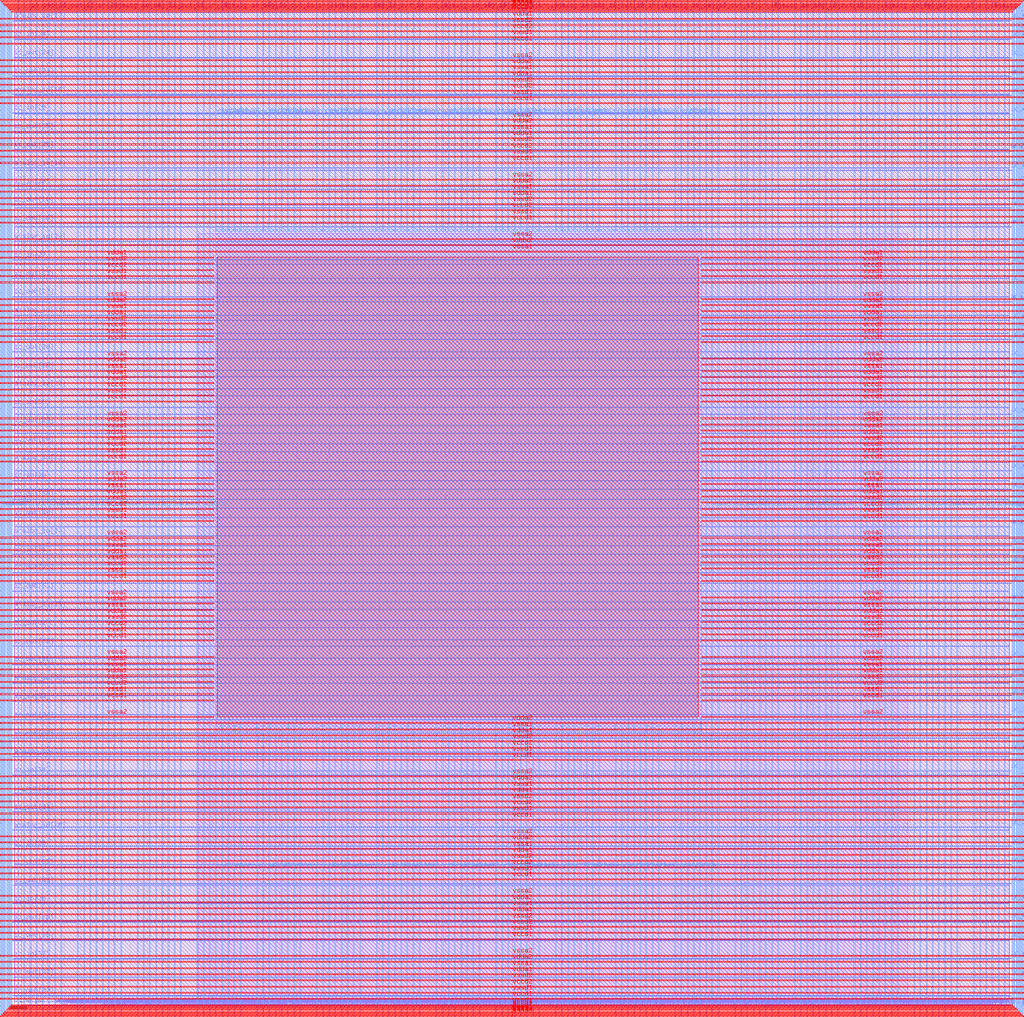
<source format=lef>
VERSION 5.7 ;
  NOWIREEXTENSIONATPIN ON ;
  DIVIDERCHAR "/" ;
  BUSBITCHARS "[]" ;
MACRO user_project_wrapper
  CLASS BLOCK ;
  FOREIGN user_project_wrapper ;
  ORIGIN 0.000 0.000 ;
  SIZE 3000.000 BY 3000.000 ;
  PIN analog_io[0]
    DIRECTION INOUT ;
    USE SIGNAL ;
    PORT
      LAYER Metal3 ;
        RECT 2997.600 1216.600 3004.800 1217.720 ;
    END
  END analog_io[0]
  PIN analog_io[10]
    DIRECTION INOUT ;
    USE SIGNAL ;
    PORT
      LAYER Metal2 ;
        RECT 2286.760 2997.600 2287.880 3004.800 ;
    END
  END analog_io[10]
  PIN analog_io[11]
    DIRECTION INOUT ;
    USE SIGNAL ;
    PORT
      LAYER Metal2 ;
        RECT 1955.240 2997.600 1956.360 3004.800 ;
    END
  END analog_io[11]
  PIN analog_io[12]
    DIRECTION INOUT ;
    USE SIGNAL ;
    PORT
      LAYER Metal2 ;
        RECT 1623.720 2997.600 1624.840 3004.800 ;
    END
  END analog_io[12]
  PIN analog_io[13]
    DIRECTION INOUT ;
    USE SIGNAL ;
    PORT
      LAYER Metal2 ;
        RECT 1292.200 2997.600 1293.320 3004.800 ;
    END
  END analog_io[13]
  PIN analog_io[14]
    DIRECTION INOUT ;
    USE SIGNAL ;
    PORT
      LAYER Metal2 ;
        RECT 960.680 2997.600 961.800 3004.800 ;
    END
  END analog_io[14]
  PIN analog_io[15]
    DIRECTION INOUT ;
    USE SIGNAL ;
    PORT
      LAYER Metal2 ;
        RECT 629.160 2997.600 630.280 3004.800 ;
    END
  END analog_io[15]
  PIN analog_io[16]
    DIRECTION INOUT ;
    USE SIGNAL ;
    PORT
      LAYER Metal2 ;
        RECT 297.640 2997.600 298.760 3004.800 ;
    END
  END analog_io[16]
  PIN analog_io[17]
    DIRECTION INOUT ;
    USE SIGNAL ;
    PORT
      LAYER Metal3 ;
        RECT -4.800 2968.280 2.400 2969.400 ;
    END
  END analog_io[17]
  PIN analog_io[18]
    DIRECTION INOUT ;
    USE SIGNAL ;
    PORT
      LAYER Metal3 ;
        RECT -4.800 2746.520 2.400 2747.640 ;
    END
  END analog_io[18]
  PIN analog_io[19]
    DIRECTION INOUT ;
    USE SIGNAL ;
    PORT
      LAYER Metal3 ;
        RECT -4.800 2524.760 2.400 2525.880 ;
    END
  END analog_io[19]
  PIN analog_io[1]
    DIRECTION INOUT ;
    USE SIGNAL ;
    PORT
      LAYER Metal3 ;
        RECT 2997.600 1442.840 3004.800 1443.960 ;
    END
  END analog_io[1]
  PIN analog_io[20]
    DIRECTION INOUT ;
    USE SIGNAL ;
    PORT
      LAYER Metal3 ;
        RECT -4.800 2303.000 2.400 2304.120 ;
    END
  END analog_io[20]
  PIN analog_io[21]
    DIRECTION INOUT ;
    USE SIGNAL ;
    PORT
      LAYER Metal3 ;
        RECT -4.800 2081.240 2.400 2082.360 ;
    END
  END analog_io[21]
  PIN analog_io[22]
    DIRECTION INOUT ;
    USE SIGNAL ;
    PORT
      LAYER Metal3 ;
        RECT -4.800 1859.480 2.400 1860.600 ;
    END
  END analog_io[22]
  PIN analog_io[23]
    DIRECTION INOUT ;
    USE SIGNAL ;
    PORT
      LAYER Metal3 ;
        RECT -4.800 1637.720 2.400 1638.840 ;
    END
  END analog_io[23]
  PIN analog_io[24]
    DIRECTION INOUT ;
    USE SIGNAL ;
    PORT
      LAYER Metal3 ;
        RECT -4.800 1415.960 2.400 1417.080 ;
    END
  END analog_io[24]
  PIN analog_io[25]
    DIRECTION INOUT ;
    USE SIGNAL ;
    PORT
      LAYER Metal3 ;
        RECT -4.800 1194.200 2.400 1195.320 ;
    END
  END analog_io[25]
  PIN analog_io[26]
    DIRECTION INOUT ;
    USE SIGNAL ;
    PORT
      LAYER Metal3 ;
        RECT -4.800 972.440 2.400 973.560 ;
    END
  END analog_io[26]
  PIN analog_io[27]
    DIRECTION INOUT ;
    USE SIGNAL ;
    PORT
      LAYER Metal3 ;
        RECT -4.800 750.680 2.400 751.800 ;
    END
  END analog_io[27]
  PIN analog_io[28]
    DIRECTION INOUT ;
    USE SIGNAL ;
    PORT
      LAYER Metal3 ;
        RECT -4.800 528.920 2.400 530.040 ;
    END
  END analog_io[28]
  PIN analog_io[2]
    DIRECTION INOUT ;
    USE SIGNAL ;
    PORT
      LAYER Metal3 ;
        RECT 2997.600 1669.080 3004.800 1670.200 ;
    END
  END analog_io[2]
  PIN analog_io[3]
    DIRECTION INOUT ;
    USE SIGNAL ;
    PORT
      LAYER Metal3 ;
        RECT 2997.600 1895.320 3004.800 1896.440 ;
    END
  END analog_io[3]
  PIN analog_io[4]
    DIRECTION INOUT ;
    USE SIGNAL ;
    PORT
      LAYER Metal3 ;
        RECT 2997.600 2121.560 3004.800 2122.680 ;
    END
  END analog_io[4]
  PIN analog_io[5]
    DIRECTION INOUT ;
    USE SIGNAL ;
    PORT
      LAYER Metal3 ;
        RECT 2997.600 2347.800 3004.800 2348.920 ;
    END
  END analog_io[5]
  PIN analog_io[6]
    DIRECTION INOUT ;
    USE SIGNAL ;
    PORT
      LAYER Metal3 ;
        RECT 2997.600 2574.040 3004.800 2575.160 ;
    END
  END analog_io[6]
  PIN analog_io[7]
    DIRECTION INOUT ;
    USE SIGNAL ;
    PORT
      LAYER Metal3 ;
        RECT 2997.600 2800.280 3004.800 2801.400 ;
    END
  END analog_io[7]
  PIN analog_io[8]
    DIRECTION INOUT ;
    USE SIGNAL ;
    PORT
      LAYER Metal2 ;
        RECT 2949.800 2997.600 2950.920 3004.800 ;
    END
  END analog_io[8]
  PIN analog_io[9]
    DIRECTION INOUT ;
    USE SIGNAL ;
    PORT
      LAYER Metal2 ;
        RECT 2618.280 2997.600 2619.400 3004.800 ;
    END
  END analog_io[9]
  PIN io_in[0]
    DIRECTION INPUT ;
    USE SIGNAL ;
    PORT
      LAYER Metal3 ;
        RECT 2997.600 28.840 3004.800 29.960 ;
    END
  END io_in[0]
  PIN io_in[10]
    DIRECTION INPUT ;
    USE SIGNAL ;
    PORT
      LAYER Metal3 ;
        RECT 2997.600 1951.880 3004.800 1953.000 ;
    END
  END io_in[10]
  PIN io_in[11]
    DIRECTION INPUT ;
    USE SIGNAL ;
    PORT
      LAYER Metal3 ;
        RECT 2997.600 2178.120 3004.800 2179.240 ;
    END
  END io_in[11]
  PIN io_in[12]
    DIRECTION INPUT ;
    USE SIGNAL ;
    PORT
      LAYER Metal3 ;
        RECT 2997.600 2404.360 3004.800 2405.480 ;
    END
  END io_in[12]
  PIN io_in[13]
    DIRECTION INPUT ;
    USE SIGNAL ;
    PORT
      LAYER Metal3 ;
        RECT 2997.600 2630.600 3004.800 2631.720 ;
    END
  END io_in[13]
  PIN io_in[14]
    DIRECTION INPUT ;
    USE SIGNAL ;
    PORT
      LAYER Metal3 ;
        RECT 2997.600 2856.840 3004.800 2857.960 ;
    END
  END io_in[14]
  PIN io_in[15]
    DIRECTION INPUT ;
    USE SIGNAL ;
    PORT
      LAYER Metal2 ;
        RECT 2866.920 2997.600 2868.040 3004.800 ;
    END
  END io_in[15]
  PIN io_in[16]
    DIRECTION INPUT ;
    USE SIGNAL ;
    PORT
      LAYER Metal2 ;
        RECT 2535.400 2997.600 2536.520 3004.800 ;
    END
  END io_in[16]
  PIN io_in[17]
    DIRECTION INPUT ;
    USE SIGNAL ;
    PORT
      LAYER Metal2 ;
        RECT 2203.880 2997.600 2205.000 3004.800 ;
    END
  END io_in[17]
  PIN io_in[18]
    DIRECTION INPUT ;
    USE SIGNAL ;
    PORT
      LAYER Metal2 ;
        RECT 1872.360 2997.600 1873.480 3004.800 ;
    END
  END io_in[18]
  PIN io_in[19]
    DIRECTION INPUT ;
    USE SIGNAL ;
    PORT
      LAYER Metal2 ;
        RECT 1540.840 2997.600 1541.960 3004.800 ;
    END
  END io_in[19]
  PIN io_in[1]
    DIRECTION INPUT ;
    USE SIGNAL ;
    PORT
      LAYER Metal3 ;
        RECT 2997.600 198.520 3004.800 199.640 ;
    END
  END io_in[1]
  PIN io_in[20]
    DIRECTION INPUT ;
    USE SIGNAL ;
    PORT
      LAYER Metal2 ;
        RECT 1209.320 2997.600 1210.440 3004.800 ;
    END
  END io_in[20]
  PIN io_in[21]
    DIRECTION INPUT ;
    USE SIGNAL ;
    PORT
      LAYER Metal2 ;
        RECT 877.800 2997.600 878.920 3004.800 ;
    END
  END io_in[21]
  PIN io_in[22]
    DIRECTION INPUT ;
    USE SIGNAL ;
    PORT
      LAYER Metal2 ;
        RECT 546.280 2997.600 547.400 3004.800 ;
    END
  END io_in[22]
  PIN io_in[23]
    DIRECTION INPUT ;
    USE SIGNAL ;
    PORT
      LAYER Metal2 ;
        RECT 214.760 2997.600 215.880 3004.800 ;
    END
  END io_in[23]
  PIN io_in[24]
    DIRECTION INPUT ;
    USE SIGNAL ;
    PORT
      LAYER Metal3 ;
        RECT -4.800 2912.840 2.400 2913.960 ;
    END
  END io_in[24]
  PIN io_in[25]
    DIRECTION INPUT ;
    USE SIGNAL ;
    PORT
      LAYER Metal3 ;
        RECT -4.800 2691.080 2.400 2692.200 ;
    END
  END io_in[25]
  PIN io_in[26]
    DIRECTION INPUT ;
    USE SIGNAL ;
    PORT
      LAYER Metal3 ;
        RECT -4.800 2469.320 2.400 2470.440 ;
    END
  END io_in[26]
  PIN io_in[27]
    DIRECTION INPUT ;
    USE SIGNAL ;
    PORT
      LAYER Metal3 ;
        RECT -4.800 2247.560 2.400 2248.680 ;
    END
  END io_in[27]
  PIN io_in[28]
    DIRECTION INPUT ;
    USE SIGNAL ;
    PORT
      LAYER Metal3 ;
        RECT -4.800 2025.800 2.400 2026.920 ;
    END
  END io_in[28]
  PIN io_in[29]
    DIRECTION INPUT ;
    USE SIGNAL ;
    PORT
      LAYER Metal3 ;
        RECT -4.800 1804.040 2.400 1805.160 ;
    END
  END io_in[29]
  PIN io_in[2]
    DIRECTION INPUT ;
    USE SIGNAL ;
    PORT
      LAYER Metal3 ;
        RECT 2997.600 368.200 3004.800 369.320 ;
    END
  END io_in[2]
  PIN io_in[30]
    DIRECTION INPUT ;
    USE SIGNAL ;
    PORT
      LAYER Metal3 ;
        RECT -4.800 1582.280 2.400 1583.400 ;
    END
  END io_in[30]
  PIN io_in[31]
    DIRECTION INPUT ;
    USE SIGNAL ;
    PORT
      LAYER Metal3 ;
        RECT -4.800 1360.520 2.400 1361.640 ;
    END
  END io_in[31]
  PIN io_in[32]
    DIRECTION INPUT ;
    USE SIGNAL ;
    PORT
      LAYER Metal3 ;
        RECT -4.800 1138.760 2.400 1139.880 ;
    END
  END io_in[32]
  PIN io_in[33]
    DIRECTION INPUT ;
    USE SIGNAL ;
    PORT
      LAYER Metal3 ;
        RECT -4.800 917.000 2.400 918.120 ;
    END
  END io_in[33]
  PIN io_in[34]
    DIRECTION INPUT ;
    USE SIGNAL ;
    PORT
      LAYER Metal3 ;
        RECT -4.800 695.240 2.400 696.360 ;
    END
  END io_in[34]
  PIN io_in[35]
    DIRECTION INPUT ;
    USE SIGNAL ;
    PORT
      LAYER Metal3 ;
        RECT -4.800 473.480 2.400 474.600 ;
    END
  END io_in[35]
  PIN io_in[36]
    DIRECTION INPUT ;
    USE SIGNAL ;
    PORT
      LAYER Metal3 ;
        RECT -4.800 307.160 2.400 308.280 ;
    END
  END io_in[36]
  PIN io_in[37]
    DIRECTION INPUT ;
    USE SIGNAL ;
    PORT
      LAYER Metal3 ;
        RECT -4.800 140.840 2.400 141.960 ;
    END
  END io_in[37]
  PIN io_in[3]
    DIRECTION INPUT ;
    USE SIGNAL ;
    PORT
      LAYER Metal3 ;
        RECT 2997.600 537.880 3004.800 539.000 ;
    END
  END io_in[3]
  PIN io_in[4]
    DIRECTION INPUT ;
    USE SIGNAL ;
    PORT
      LAYER Metal3 ;
        RECT 2997.600 707.560 3004.800 708.680 ;
    END
  END io_in[4]
  PIN io_in[5]
    DIRECTION INPUT ;
    USE SIGNAL ;
    PORT
      LAYER Metal3 ;
        RECT 2997.600 877.240 3004.800 878.360 ;
    END
  END io_in[5]
  PIN io_in[6]
    DIRECTION INPUT ;
    USE SIGNAL ;
    PORT
      LAYER Metal3 ;
        RECT 2997.600 1046.920 3004.800 1048.040 ;
    END
  END io_in[6]
  PIN io_in[7]
    DIRECTION INPUT ;
    USE SIGNAL ;
    PORT
      LAYER Metal3 ;
        RECT 2997.600 1273.160 3004.800 1274.280 ;
    END
  END io_in[7]
  PIN io_in[8]
    DIRECTION INPUT ;
    USE SIGNAL ;
    PORT
      LAYER Metal3 ;
        RECT 2997.600 1499.400 3004.800 1500.520 ;
    END
  END io_in[8]
  PIN io_in[9]
    DIRECTION INPUT ;
    USE SIGNAL ;
    PORT
      LAYER Metal3 ;
        RECT 2997.600 1725.640 3004.800 1726.760 ;
    END
  END io_in[9]
  PIN io_oeb[0]
    DIRECTION OUTPUT TRISTATE ;
    USE SIGNAL ;
    PORT
      LAYER Metal3 ;
        RECT 2997.600 141.960 3004.800 143.080 ;
    END
  END io_oeb[0]
  PIN io_oeb[10]
    DIRECTION OUTPUT TRISTATE ;
    USE SIGNAL ;
    PORT
      LAYER Metal3 ;
        RECT 2997.600 2065.000 3004.800 2066.120 ;
    END
  END io_oeb[10]
  PIN io_oeb[11]
    DIRECTION OUTPUT TRISTATE ;
    USE SIGNAL ;
    PORT
      LAYER Metal3 ;
        RECT 2997.600 2291.240 3004.800 2292.360 ;
    END
  END io_oeb[11]
  PIN io_oeb[12]
    DIRECTION OUTPUT TRISTATE ;
    USE SIGNAL ;
    PORT
      LAYER Metal3 ;
        RECT 2997.600 2517.480 3004.800 2518.600 ;
    END
  END io_oeb[12]
  PIN io_oeb[13]
    DIRECTION OUTPUT TRISTATE ;
    USE SIGNAL ;
    PORT
      LAYER Metal3 ;
        RECT 2997.600 2743.720 3004.800 2744.840 ;
    END
  END io_oeb[13]
  PIN io_oeb[14]
    DIRECTION OUTPUT TRISTATE ;
    USE SIGNAL ;
    PORT
      LAYER Metal3 ;
        RECT 2997.600 2969.960 3004.800 2971.080 ;
    END
  END io_oeb[14]
  PIN io_oeb[15]
    DIRECTION OUTPUT TRISTATE ;
    USE SIGNAL ;
    PORT
      LAYER Metal2 ;
        RECT 2701.160 2997.600 2702.280 3004.800 ;
    END
  END io_oeb[15]
  PIN io_oeb[16]
    DIRECTION OUTPUT TRISTATE ;
    USE SIGNAL ;
    PORT
      LAYER Metal2 ;
        RECT 2369.640 2997.600 2370.760 3004.800 ;
    END
  END io_oeb[16]
  PIN io_oeb[17]
    DIRECTION OUTPUT TRISTATE ;
    USE SIGNAL ;
    PORT
      LAYER Metal2 ;
        RECT 2038.120 2997.600 2039.240 3004.800 ;
    END
  END io_oeb[17]
  PIN io_oeb[18]
    DIRECTION OUTPUT TRISTATE ;
    USE SIGNAL ;
    PORT
      LAYER Metal2 ;
        RECT 1706.600 2997.600 1707.720 3004.800 ;
    END
  END io_oeb[18]
  PIN io_oeb[19]
    DIRECTION OUTPUT TRISTATE ;
    USE SIGNAL ;
    PORT
      LAYER Metal2 ;
        RECT 1375.080 2997.600 1376.200 3004.800 ;
    END
  END io_oeb[19]
  PIN io_oeb[1]
    DIRECTION OUTPUT TRISTATE ;
    USE SIGNAL ;
    PORT
      LAYER Metal3 ;
        RECT 2997.600 311.640 3004.800 312.760 ;
    END
  END io_oeb[1]
  PIN io_oeb[20]
    DIRECTION OUTPUT TRISTATE ;
    USE SIGNAL ;
    PORT
      LAYER Metal2 ;
        RECT 1043.560 2997.600 1044.680 3004.800 ;
    END
  END io_oeb[20]
  PIN io_oeb[21]
    DIRECTION OUTPUT TRISTATE ;
    USE SIGNAL ;
    PORT
      LAYER Metal2 ;
        RECT 712.040 2997.600 713.160 3004.800 ;
    END
  END io_oeb[21]
  PIN io_oeb[22]
    DIRECTION OUTPUT TRISTATE ;
    USE SIGNAL ;
    PORT
      LAYER Metal2 ;
        RECT 380.520 2997.600 381.640 3004.800 ;
    END
  END io_oeb[22]
  PIN io_oeb[23]
    DIRECTION OUTPUT TRISTATE ;
    USE SIGNAL ;
    PORT
      LAYER Metal2 ;
        RECT 49.000 2997.600 50.120 3004.800 ;
    END
  END io_oeb[23]
  PIN io_oeb[24]
    DIRECTION OUTPUT TRISTATE ;
    USE SIGNAL ;
    PORT
      LAYER Metal3 ;
        RECT -4.800 2801.960 2.400 2803.080 ;
    END
  END io_oeb[24]
  PIN io_oeb[25]
    DIRECTION OUTPUT TRISTATE ;
    USE SIGNAL ;
    PORT
      LAYER Metal3 ;
        RECT -4.800 2580.200 2.400 2581.320 ;
    END
  END io_oeb[25]
  PIN io_oeb[26]
    DIRECTION OUTPUT TRISTATE ;
    USE SIGNAL ;
    PORT
      LAYER Metal3 ;
        RECT -4.800 2358.440 2.400 2359.560 ;
    END
  END io_oeb[26]
  PIN io_oeb[27]
    DIRECTION OUTPUT TRISTATE ;
    USE SIGNAL ;
    PORT
      LAYER Metal3 ;
        RECT -4.800 2136.680 2.400 2137.800 ;
    END
  END io_oeb[27]
  PIN io_oeb[28]
    DIRECTION OUTPUT TRISTATE ;
    USE SIGNAL ;
    PORT
      LAYER Metal3 ;
        RECT -4.800 1914.920 2.400 1916.040 ;
    END
  END io_oeb[28]
  PIN io_oeb[29]
    DIRECTION OUTPUT TRISTATE ;
    USE SIGNAL ;
    PORT
      LAYER Metal3 ;
        RECT -4.800 1693.160 2.400 1694.280 ;
    END
  END io_oeb[29]
  PIN io_oeb[2]
    DIRECTION OUTPUT TRISTATE ;
    USE SIGNAL ;
    PORT
      LAYER Metal3 ;
        RECT 2997.600 481.320 3004.800 482.440 ;
    END
  END io_oeb[2]
  PIN io_oeb[30]
    DIRECTION OUTPUT TRISTATE ;
    USE SIGNAL ;
    PORT
      LAYER Metal3 ;
        RECT -4.800 1471.400 2.400 1472.520 ;
    END
  END io_oeb[30]
  PIN io_oeb[31]
    DIRECTION OUTPUT TRISTATE ;
    USE SIGNAL ;
    PORT
      LAYER Metal3 ;
        RECT -4.800 1249.640 2.400 1250.760 ;
    END
  END io_oeb[31]
  PIN io_oeb[32]
    DIRECTION OUTPUT TRISTATE ;
    USE SIGNAL ;
    PORT
      LAYER Metal3 ;
        RECT -4.800 1027.880 2.400 1029.000 ;
    END
  END io_oeb[32]
  PIN io_oeb[33]
    DIRECTION OUTPUT TRISTATE ;
    USE SIGNAL ;
    PORT
      LAYER Metal3 ;
        RECT -4.800 806.120 2.400 807.240 ;
    END
  END io_oeb[33]
  PIN io_oeb[34]
    DIRECTION OUTPUT TRISTATE ;
    USE SIGNAL ;
    PORT
      LAYER Metal3 ;
        RECT -4.800 584.360 2.400 585.480 ;
    END
  END io_oeb[34]
  PIN io_oeb[35]
    DIRECTION OUTPUT TRISTATE ;
    USE SIGNAL ;
    PORT
      LAYER Metal3 ;
        RECT -4.800 362.600 2.400 363.720 ;
    END
  END io_oeb[35]
  PIN io_oeb[36]
    DIRECTION OUTPUT TRISTATE ;
    USE SIGNAL ;
    PORT
      LAYER Metal3 ;
        RECT -4.800 196.280 2.400 197.400 ;
    END
  END io_oeb[36]
  PIN io_oeb[37]
    DIRECTION OUTPUT TRISTATE ;
    USE SIGNAL ;
    PORT
      LAYER Metal3 ;
        RECT -4.800 29.960 2.400 31.080 ;
    END
  END io_oeb[37]
  PIN io_oeb[3]
    DIRECTION OUTPUT TRISTATE ;
    USE SIGNAL ;
    PORT
      LAYER Metal3 ;
        RECT 2997.600 651.000 3004.800 652.120 ;
    END
  END io_oeb[3]
  PIN io_oeb[4]
    DIRECTION OUTPUT TRISTATE ;
    USE SIGNAL ;
    PORT
      LAYER Metal3 ;
        RECT 2997.600 820.680 3004.800 821.800 ;
    END
  END io_oeb[4]
  PIN io_oeb[5]
    DIRECTION OUTPUT TRISTATE ;
    USE SIGNAL ;
    PORT
      LAYER Metal3 ;
        RECT 2997.600 990.360 3004.800 991.480 ;
    END
  END io_oeb[5]
  PIN io_oeb[6]
    DIRECTION OUTPUT TRISTATE ;
    USE SIGNAL ;
    PORT
      LAYER Metal3 ;
        RECT 2997.600 1160.040 3004.800 1161.160 ;
    END
  END io_oeb[6]
  PIN io_oeb[7]
    DIRECTION OUTPUT TRISTATE ;
    USE SIGNAL ;
    PORT
      LAYER Metal3 ;
        RECT 2997.600 1386.280 3004.800 1387.400 ;
    END
  END io_oeb[7]
  PIN io_oeb[8]
    DIRECTION OUTPUT TRISTATE ;
    USE SIGNAL ;
    PORT
      LAYER Metal3 ;
        RECT 2997.600 1612.520 3004.800 1613.640 ;
    END
  END io_oeb[8]
  PIN io_oeb[9]
    DIRECTION OUTPUT TRISTATE ;
    USE SIGNAL ;
    PORT
      LAYER Metal3 ;
        RECT 2997.600 1838.760 3004.800 1839.880 ;
    END
  END io_oeb[9]
  PIN io_out[0]
    DIRECTION OUTPUT TRISTATE ;
    USE SIGNAL ;
    PORT
      LAYER Metal3 ;
        RECT 2997.600 85.400 3004.800 86.520 ;
    END
  END io_out[0]
  PIN io_out[10]
    DIRECTION OUTPUT TRISTATE ;
    USE SIGNAL ;
    PORT
      LAYER Metal3 ;
        RECT 2997.600 2008.440 3004.800 2009.560 ;
    END
  END io_out[10]
  PIN io_out[11]
    DIRECTION OUTPUT TRISTATE ;
    USE SIGNAL ;
    PORT
      LAYER Metal3 ;
        RECT 2997.600 2234.680 3004.800 2235.800 ;
    END
  END io_out[11]
  PIN io_out[12]
    DIRECTION OUTPUT TRISTATE ;
    USE SIGNAL ;
    PORT
      LAYER Metal3 ;
        RECT 2997.600 2460.920 3004.800 2462.040 ;
    END
  END io_out[12]
  PIN io_out[13]
    DIRECTION OUTPUT TRISTATE ;
    USE SIGNAL ;
    PORT
      LAYER Metal3 ;
        RECT 2997.600 2687.160 3004.800 2688.280 ;
    END
  END io_out[13]
  PIN io_out[14]
    DIRECTION OUTPUT TRISTATE ;
    USE SIGNAL ;
    PORT
      LAYER Metal3 ;
        RECT 2997.600 2913.400 3004.800 2914.520 ;
    END
  END io_out[14]
  PIN io_out[15]
    DIRECTION OUTPUT TRISTATE ;
    USE SIGNAL ;
    PORT
      LAYER Metal2 ;
        RECT 2784.040 2997.600 2785.160 3004.800 ;
    END
  END io_out[15]
  PIN io_out[16]
    DIRECTION OUTPUT TRISTATE ;
    USE SIGNAL ;
    PORT
      LAYER Metal2 ;
        RECT 2452.520 2997.600 2453.640 3004.800 ;
    END
  END io_out[16]
  PIN io_out[17]
    DIRECTION OUTPUT TRISTATE ;
    USE SIGNAL ;
    PORT
      LAYER Metal2 ;
        RECT 2121.000 2997.600 2122.120 3004.800 ;
    END
  END io_out[17]
  PIN io_out[18]
    DIRECTION OUTPUT TRISTATE ;
    USE SIGNAL ;
    PORT
      LAYER Metal2 ;
        RECT 1789.480 2997.600 1790.600 3004.800 ;
    END
  END io_out[18]
  PIN io_out[19]
    DIRECTION OUTPUT TRISTATE ;
    USE SIGNAL ;
    PORT
      LAYER Metal2 ;
        RECT 1457.960 2997.600 1459.080 3004.800 ;
    END
  END io_out[19]
  PIN io_out[1]
    DIRECTION OUTPUT TRISTATE ;
    USE SIGNAL ;
    PORT
      LAYER Metal3 ;
        RECT 2997.600 255.080 3004.800 256.200 ;
    END
  END io_out[1]
  PIN io_out[20]
    DIRECTION OUTPUT TRISTATE ;
    USE SIGNAL ;
    PORT
      LAYER Metal2 ;
        RECT 1126.440 2997.600 1127.560 3004.800 ;
    END
  END io_out[20]
  PIN io_out[21]
    DIRECTION OUTPUT TRISTATE ;
    USE SIGNAL ;
    PORT
      LAYER Metal2 ;
        RECT 794.920 2997.600 796.040 3004.800 ;
    END
  END io_out[21]
  PIN io_out[22]
    DIRECTION OUTPUT TRISTATE ;
    USE SIGNAL ;
    PORT
      LAYER Metal2 ;
        RECT 463.400 2997.600 464.520 3004.800 ;
    END
  END io_out[22]
  PIN io_out[23]
    DIRECTION OUTPUT TRISTATE ;
    USE SIGNAL ;
    PORT
      LAYER Metal2 ;
        RECT 131.880 2997.600 133.000 3004.800 ;
    END
  END io_out[23]
  PIN io_out[24]
    DIRECTION OUTPUT TRISTATE ;
    USE SIGNAL ;
    PORT
      LAYER Metal3 ;
        RECT -4.800 2857.400 2.400 2858.520 ;
    END
  END io_out[24]
  PIN io_out[25]
    DIRECTION OUTPUT TRISTATE ;
    USE SIGNAL ;
    PORT
      LAYER Metal3 ;
        RECT -4.800 2635.640 2.400 2636.760 ;
    END
  END io_out[25]
  PIN io_out[26]
    DIRECTION OUTPUT TRISTATE ;
    USE SIGNAL ;
    PORT
      LAYER Metal3 ;
        RECT -4.800 2413.880 2.400 2415.000 ;
    END
  END io_out[26]
  PIN io_out[27]
    DIRECTION OUTPUT TRISTATE ;
    USE SIGNAL ;
    PORT
      LAYER Metal3 ;
        RECT -4.800 2192.120 2.400 2193.240 ;
    END
  END io_out[27]
  PIN io_out[28]
    DIRECTION OUTPUT TRISTATE ;
    USE SIGNAL ;
    PORT
      LAYER Metal3 ;
        RECT -4.800 1970.360 2.400 1971.480 ;
    END
  END io_out[28]
  PIN io_out[29]
    DIRECTION OUTPUT TRISTATE ;
    USE SIGNAL ;
    PORT
      LAYER Metal3 ;
        RECT -4.800 1748.600 2.400 1749.720 ;
    END
  END io_out[29]
  PIN io_out[2]
    DIRECTION OUTPUT TRISTATE ;
    USE SIGNAL ;
    PORT
      LAYER Metal3 ;
        RECT 2997.600 424.760 3004.800 425.880 ;
    END
  END io_out[2]
  PIN io_out[30]
    DIRECTION OUTPUT TRISTATE ;
    USE SIGNAL ;
    PORT
      LAYER Metal3 ;
        RECT -4.800 1526.840 2.400 1527.960 ;
    END
  END io_out[30]
  PIN io_out[31]
    DIRECTION OUTPUT TRISTATE ;
    USE SIGNAL ;
    PORT
      LAYER Metal3 ;
        RECT -4.800 1305.080 2.400 1306.200 ;
    END
  END io_out[31]
  PIN io_out[32]
    DIRECTION OUTPUT TRISTATE ;
    USE SIGNAL ;
    PORT
      LAYER Metal3 ;
        RECT -4.800 1083.320 2.400 1084.440 ;
    END
  END io_out[32]
  PIN io_out[33]
    DIRECTION OUTPUT TRISTATE ;
    USE SIGNAL ;
    PORT
      LAYER Metal3 ;
        RECT -4.800 861.560 2.400 862.680 ;
    END
  END io_out[33]
  PIN io_out[34]
    DIRECTION OUTPUT TRISTATE ;
    USE SIGNAL ;
    PORT
      LAYER Metal3 ;
        RECT -4.800 639.800 2.400 640.920 ;
    END
  END io_out[34]
  PIN io_out[35]
    DIRECTION OUTPUT TRISTATE ;
    USE SIGNAL ;
    PORT
      LAYER Metal3 ;
        RECT -4.800 418.040 2.400 419.160 ;
    END
  END io_out[35]
  PIN io_out[36]
    DIRECTION OUTPUT TRISTATE ;
    USE SIGNAL ;
    PORT
      LAYER Metal3 ;
        RECT -4.800 251.720 2.400 252.840 ;
    END
  END io_out[36]
  PIN io_out[37]
    DIRECTION OUTPUT TRISTATE ;
    USE SIGNAL ;
    PORT
      LAYER Metal3 ;
        RECT -4.800 85.400 2.400 86.520 ;
    END
  END io_out[37]
  PIN io_out[3]
    DIRECTION OUTPUT TRISTATE ;
    USE SIGNAL ;
    PORT
      LAYER Metal3 ;
        RECT 2997.600 594.440 3004.800 595.560 ;
    END
  END io_out[3]
  PIN io_out[4]
    DIRECTION OUTPUT TRISTATE ;
    USE SIGNAL ;
    PORT
      LAYER Metal3 ;
        RECT 2997.600 764.120 3004.800 765.240 ;
    END
  END io_out[4]
  PIN io_out[5]
    DIRECTION OUTPUT TRISTATE ;
    USE SIGNAL ;
    PORT
      LAYER Metal3 ;
        RECT 2997.600 933.800 3004.800 934.920 ;
    END
  END io_out[5]
  PIN io_out[6]
    DIRECTION OUTPUT TRISTATE ;
    USE SIGNAL ;
    PORT
      LAYER Metal3 ;
        RECT 2997.600 1103.480 3004.800 1104.600 ;
    END
  END io_out[6]
  PIN io_out[7]
    DIRECTION OUTPUT TRISTATE ;
    USE SIGNAL ;
    PORT
      LAYER Metal3 ;
        RECT 2997.600 1329.720 3004.800 1330.840 ;
    END
  END io_out[7]
  PIN io_out[8]
    DIRECTION OUTPUT TRISTATE ;
    USE SIGNAL ;
    PORT
      LAYER Metal3 ;
        RECT 2997.600 1555.960 3004.800 1557.080 ;
    END
  END io_out[8]
  PIN io_out[9]
    DIRECTION OUTPUT TRISTATE ;
    USE SIGNAL ;
    PORT
      LAYER Metal3 ;
        RECT 2997.600 1782.200 3004.800 1783.320 ;
    END
  END io_out[9]
  PIN la_data_in[0]
    DIRECTION INPUT ;
    USE SIGNAL ;
    PORT
      LAYER Metal2 ;
        RECT 712.600 -4.800 713.720 2.400 ;
    END
  END la_data_in[0]
  PIN la_data_in[100]
    DIRECTION INPUT ;
    USE SIGNAL ;
    PORT
      LAYER Metal2 ;
        RECT 2392.600 -4.800 2393.720 2.400 ;
    END
  END la_data_in[100]
  PIN la_data_in[101]
    DIRECTION INPUT ;
    USE SIGNAL ;
    PORT
      LAYER Metal2 ;
        RECT 2409.400 -4.800 2410.520 2.400 ;
    END
  END la_data_in[101]
  PIN la_data_in[102]
    DIRECTION INPUT ;
    USE SIGNAL ;
    PORT
      LAYER Metal2 ;
        RECT 2426.200 -4.800 2427.320 2.400 ;
    END
  END la_data_in[102]
  PIN la_data_in[103]
    DIRECTION INPUT ;
    USE SIGNAL ;
    PORT
      LAYER Metal2 ;
        RECT 2443.000 -4.800 2444.120 2.400 ;
    END
  END la_data_in[103]
  PIN la_data_in[104]
    DIRECTION INPUT ;
    USE SIGNAL ;
    PORT
      LAYER Metal2 ;
        RECT 2459.800 -4.800 2460.920 2.400 ;
    END
  END la_data_in[104]
  PIN la_data_in[105]
    DIRECTION INPUT ;
    USE SIGNAL ;
    PORT
      LAYER Metal2 ;
        RECT 2476.600 -4.800 2477.720 2.400 ;
    END
  END la_data_in[105]
  PIN la_data_in[106]
    DIRECTION INPUT ;
    USE SIGNAL ;
    PORT
      LAYER Metal2 ;
        RECT 2493.400 -4.800 2494.520 2.400 ;
    END
  END la_data_in[106]
  PIN la_data_in[107]
    DIRECTION INPUT ;
    USE SIGNAL ;
    PORT
      LAYER Metal2 ;
        RECT 2510.200 -4.800 2511.320 2.400 ;
    END
  END la_data_in[107]
  PIN la_data_in[108]
    DIRECTION INPUT ;
    USE SIGNAL ;
    PORT
      LAYER Metal2 ;
        RECT 2527.000 -4.800 2528.120 2.400 ;
    END
  END la_data_in[108]
  PIN la_data_in[109]
    DIRECTION INPUT ;
    USE SIGNAL ;
    PORT
      LAYER Metal2 ;
        RECT 2543.800 -4.800 2544.920 2.400 ;
    END
  END la_data_in[109]
  PIN la_data_in[10]
    DIRECTION INPUT ;
    USE SIGNAL ;
    PORT
      LAYER Metal2 ;
        RECT 880.600 -4.800 881.720 2.400 ;
    END
  END la_data_in[10]
  PIN la_data_in[110]
    DIRECTION INPUT ;
    USE SIGNAL ;
    PORT
      LAYER Metal2 ;
        RECT 2560.600 -4.800 2561.720 2.400 ;
    END
  END la_data_in[110]
  PIN la_data_in[111]
    DIRECTION INPUT ;
    USE SIGNAL ;
    PORT
      LAYER Metal2 ;
        RECT 2577.400 -4.800 2578.520 2.400 ;
    END
  END la_data_in[111]
  PIN la_data_in[112]
    DIRECTION INPUT ;
    USE SIGNAL ;
    PORT
      LAYER Metal2 ;
        RECT 2594.200 -4.800 2595.320 2.400 ;
    END
  END la_data_in[112]
  PIN la_data_in[113]
    DIRECTION INPUT ;
    USE SIGNAL ;
    PORT
      LAYER Metal2 ;
        RECT 2611.000 -4.800 2612.120 2.400 ;
    END
  END la_data_in[113]
  PIN la_data_in[114]
    DIRECTION INPUT ;
    USE SIGNAL ;
    PORT
      LAYER Metal2 ;
        RECT 2627.800 -4.800 2628.920 2.400 ;
    END
  END la_data_in[114]
  PIN la_data_in[115]
    DIRECTION INPUT ;
    USE SIGNAL ;
    PORT
      LAYER Metal2 ;
        RECT 2644.600 -4.800 2645.720 2.400 ;
    END
  END la_data_in[115]
  PIN la_data_in[116]
    DIRECTION INPUT ;
    USE SIGNAL ;
    PORT
      LAYER Metal2 ;
        RECT 2661.400 -4.800 2662.520 2.400 ;
    END
  END la_data_in[116]
  PIN la_data_in[117]
    DIRECTION INPUT ;
    USE SIGNAL ;
    PORT
      LAYER Metal2 ;
        RECT 2678.200 -4.800 2679.320 2.400 ;
    END
  END la_data_in[117]
  PIN la_data_in[118]
    DIRECTION INPUT ;
    USE SIGNAL ;
    PORT
      LAYER Metal2 ;
        RECT 2695.000 -4.800 2696.120 2.400 ;
    END
  END la_data_in[118]
  PIN la_data_in[119]
    DIRECTION INPUT ;
    USE SIGNAL ;
    PORT
      LAYER Metal2 ;
        RECT 2711.800 -4.800 2712.920 2.400 ;
    END
  END la_data_in[119]
  PIN la_data_in[11]
    DIRECTION INPUT ;
    USE SIGNAL ;
    PORT
      LAYER Metal2 ;
        RECT 897.400 -4.800 898.520 2.400 ;
    END
  END la_data_in[11]
  PIN la_data_in[120]
    DIRECTION INPUT ;
    USE SIGNAL ;
    PORT
      LAYER Metal2 ;
        RECT 2728.600 -4.800 2729.720 2.400 ;
    END
  END la_data_in[120]
  PIN la_data_in[121]
    DIRECTION INPUT ;
    USE SIGNAL ;
    PORT
      LAYER Metal2 ;
        RECT 2745.400 -4.800 2746.520 2.400 ;
    END
  END la_data_in[121]
  PIN la_data_in[122]
    DIRECTION INPUT ;
    USE SIGNAL ;
    PORT
      LAYER Metal2 ;
        RECT 2762.200 -4.800 2763.320 2.400 ;
    END
  END la_data_in[122]
  PIN la_data_in[123]
    DIRECTION INPUT ;
    USE SIGNAL ;
    PORT
      LAYER Metal2 ;
        RECT 2779.000 -4.800 2780.120 2.400 ;
    END
  END la_data_in[123]
  PIN la_data_in[124]
    DIRECTION INPUT ;
    USE SIGNAL ;
    PORT
      LAYER Metal2 ;
        RECT 2795.800 -4.800 2796.920 2.400 ;
    END
  END la_data_in[124]
  PIN la_data_in[125]
    DIRECTION INPUT ;
    USE SIGNAL ;
    PORT
      LAYER Metal2 ;
        RECT 2812.600 -4.800 2813.720 2.400 ;
    END
  END la_data_in[125]
  PIN la_data_in[126]
    DIRECTION INPUT ;
    USE SIGNAL ;
    PORT
      LAYER Metal2 ;
        RECT 2829.400 -4.800 2830.520 2.400 ;
    END
  END la_data_in[126]
  PIN la_data_in[127]
    DIRECTION INPUT ;
    USE SIGNAL ;
    PORT
      LAYER Metal2 ;
        RECT 2846.200 -4.800 2847.320 2.400 ;
    END
  END la_data_in[127]
  PIN la_data_in[12]
    DIRECTION INPUT ;
    USE SIGNAL ;
    PORT
      LAYER Metal2 ;
        RECT 914.200 -4.800 915.320 2.400 ;
    END
  END la_data_in[12]
  PIN la_data_in[13]
    DIRECTION INPUT ;
    USE SIGNAL ;
    PORT
      LAYER Metal2 ;
        RECT 931.000 -4.800 932.120 2.400 ;
    END
  END la_data_in[13]
  PIN la_data_in[14]
    DIRECTION INPUT ;
    USE SIGNAL ;
    PORT
      LAYER Metal2 ;
        RECT 947.800 -4.800 948.920 2.400 ;
    END
  END la_data_in[14]
  PIN la_data_in[15]
    DIRECTION INPUT ;
    USE SIGNAL ;
    PORT
      LAYER Metal2 ;
        RECT 964.600 -4.800 965.720 2.400 ;
    END
  END la_data_in[15]
  PIN la_data_in[16]
    DIRECTION INPUT ;
    USE SIGNAL ;
    PORT
      LAYER Metal2 ;
        RECT 981.400 -4.800 982.520 2.400 ;
    END
  END la_data_in[16]
  PIN la_data_in[17]
    DIRECTION INPUT ;
    USE SIGNAL ;
    PORT
      LAYER Metal2 ;
        RECT 998.200 -4.800 999.320 2.400 ;
    END
  END la_data_in[17]
  PIN la_data_in[18]
    DIRECTION INPUT ;
    USE SIGNAL ;
    PORT
      LAYER Metal2 ;
        RECT 1015.000 -4.800 1016.120 2.400 ;
    END
  END la_data_in[18]
  PIN la_data_in[19]
    DIRECTION INPUT ;
    USE SIGNAL ;
    PORT
      LAYER Metal2 ;
        RECT 1031.800 -4.800 1032.920 2.400 ;
    END
  END la_data_in[19]
  PIN la_data_in[1]
    DIRECTION INPUT ;
    USE SIGNAL ;
    PORT
      LAYER Metal2 ;
        RECT 729.400 -4.800 730.520 2.400 ;
    END
  END la_data_in[1]
  PIN la_data_in[20]
    DIRECTION INPUT ;
    USE SIGNAL ;
    PORT
      LAYER Metal2 ;
        RECT 1048.600 -4.800 1049.720 2.400 ;
    END
  END la_data_in[20]
  PIN la_data_in[21]
    DIRECTION INPUT ;
    USE SIGNAL ;
    PORT
      LAYER Metal2 ;
        RECT 1065.400 -4.800 1066.520 2.400 ;
    END
  END la_data_in[21]
  PIN la_data_in[22]
    DIRECTION INPUT ;
    USE SIGNAL ;
    PORT
      LAYER Metal2 ;
        RECT 1082.200 -4.800 1083.320 2.400 ;
    END
  END la_data_in[22]
  PIN la_data_in[23]
    DIRECTION INPUT ;
    USE SIGNAL ;
    PORT
      LAYER Metal2 ;
        RECT 1099.000 -4.800 1100.120 2.400 ;
    END
  END la_data_in[23]
  PIN la_data_in[24]
    DIRECTION INPUT ;
    USE SIGNAL ;
    PORT
      LAYER Metal2 ;
        RECT 1115.800 -4.800 1116.920 2.400 ;
    END
  END la_data_in[24]
  PIN la_data_in[25]
    DIRECTION INPUT ;
    USE SIGNAL ;
    PORT
      LAYER Metal2 ;
        RECT 1132.600 -4.800 1133.720 2.400 ;
    END
  END la_data_in[25]
  PIN la_data_in[26]
    DIRECTION INPUT ;
    USE SIGNAL ;
    PORT
      LAYER Metal2 ;
        RECT 1149.400 -4.800 1150.520 2.400 ;
    END
  END la_data_in[26]
  PIN la_data_in[27]
    DIRECTION INPUT ;
    USE SIGNAL ;
    PORT
      LAYER Metal2 ;
        RECT 1166.200 -4.800 1167.320 2.400 ;
    END
  END la_data_in[27]
  PIN la_data_in[28]
    DIRECTION INPUT ;
    USE SIGNAL ;
    PORT
      LAYER Metal2 ;
        RECT 1183.000 -4.800 1184.120 2.400 ;
    END
  END la_data_in[28]
  PIN la_data_in[29]
    DIRECTION INPUT ;
    USE SIGNAL ;
    PORT
      LAYER Metal2 ;
        RECT 1199.800 -4.800 1200.920 2.400 ;
    END
  END la_data_in[29]
  PIN la_data_in[2]
    DIRECTION INPUT ;
    USE SIGNAL ;
    PORT
      LAYER Metal2 ;
        RECT 746.200 -4.800 747.320 2.400 ;
    END
  END la_data_in[2]
  PIN la_data_in[30]
    DIRECTION INPUT ;
    USE SIGNAL ;
    PORT
      LAYER Metal2 ;
        RECT 1216.600 -4.800 1217.720 2.400 ;
    END
  END la_data_in[30]
  PIN la_data_in[31]
    DIRECTION INPUT ;
    USE SIGNAL ;
    PORT
      LAYER Metal2 ;
        RECT 1233.400 -4.800 1234.520 2.400 ;
    END
  END la_data_in[31]
  PIN la_data_in[32]
    DIRECTION INPUT ;
    USE SIGNAL ;
    PORT
      LAYER Metal2 ;
        RECT 1250.200 -4.800 1251.320 2.400 ;
    END
  END la_data_in[32]
  PIN la_data_in[33]
    DIRECTION INPUT ;
    USE SIGNAL ;
    PORT
      LAYER Metal2 ;
        RECT 1267.000 -4.800 1268.120 2.400 ;
    END
  END la_data_in[33]
  PIN la_data_in[34]
    DIRECTION INPUT ;
    USE SIGNAL ;
    PORT
      LAYER Metal2 ;
        RECT 1283.800 -4.800 1284.920 2.400 ;
    END
  END la_data_in[34]
  PIN la_data_in[35]
    DIRECTION INPUT ;
    USE SIGNAL ;
    PORT
      LAYER Metal2 ;
        RECT 1300.600 -4.800 1301.720 2.400 ;
    END
  END la_data_in[35]
  PIN la_data_in[36]
    DIRECTION INPUT ;
    USE SIGNAL ;
    PORT
      LAYER Metal2 ;
        RECT 1317.400 -4.800 1318.520 2.400 ;
    END
  END la_data_in[36]
  PIN la_data_in[37]
    DIRECTION INPUT ;
    USE SIGNAL ;
    PORT
      LAYER Metal2 ;
        RECT 1334.200 -4.800 1335.320 2.400 ;
    END
  END la_data_in[37]
  PIN la_data_in[38]
    DIRECTION INPUT ;
    USE SIGNAL ;
    PORT
      LAYER Metal2 ;
        RECT 1351.000 -4.800 1352.120 2.400 ;
    END
  END la_data_in[38]
  PIN la_data_in[39]
    DIRECTION INPUT ;
    USE SIGNAL ;
    PORT
      LAYER Metal2 ;
        RECT 1367.800 -4.800 1368.920 2.400 ;
    END
  END la_data_in[39]
  PIN la_data_in[3]
    DIRECTION INPUT ;
    USE SIGNAL ;
    PORT
      LAYER Metal2 ;
        RECT 763.000 -4.800 764.120 2.400 ;
    END
  END la_data_in[3]
  PIN la_data_in[40]
    DIRECTION INPUT ;
    USE SIGNAL ;
    PORT
      LAYER Metal2 ;
        RECT 1384.600 -4.800 1385.720 2.400 ;
    END
  END la_data_in[40]
  PIN la_data_in[41]
    DIRECTION INPUT ;
    USE SIGNAL ;
    PORT
      LAYER Metal2 ;
        RECT 1401.400 -4.800 1402.520 2.400 ;
    END
  END la_data_in[41]
  PIN la_data_in[42]
    DIRECTION INPUT ;
    USE SIGNAL ;
    PORT
      LAYER Metal2 ;
        RECT 1418.200 -4.800 1419.320 2.400 ;
    END
  END la_data_in[42]
  PIN la_data_in[43]
    DIRECTION INPUT ;
    USE SIGNAL ;
    PORT
      LAYER Metal2 ;
        RECT 1435.000 -4.800 1436.120 2.400 ;
    END
  END la_data_in[43]
  PIN la_data_in[44]
    DIRECTION INPUT ;
    USE SIGNAL ;
    PORT
      LAYER Metal2 ;
        RECT 1451.800 -4.800 1452.920 2.400 ;
    END
  END la_data_in[44]
  PIN la_data_in[45]
    DIRECTION INPUT ;
    USE SIGNAL ;
    PORT
      LAYER Metal2 ;
        RECT 1468.600 -4.800 1469.720 2.400 ;
    END
  END la_data_in[45]
  PIN la_data_in[46]
    DIRECTION INPUT ;
    USE SIGNAL ;
    PORT
      LAYER Metal2 ;
        RECT 1485.400 -4.800 1486.520 2.400 ;
    END
  END la_data_in[46]
  PIN la_data_in[47]
    DIRECTION INPUT ;
    USE SIGNAL ;
    PORT
      LAYER Metal2 ;
        RECT 1502.200 -4.800 1503.320 2.400 ;
    END
  END la_data_in[47]
  PIN la_data_in[48]
    DIRECTION INPUT ;
    USE SIGNAL ;
    PORT
      LAYER Metal2 ;
        RECT 1519.000 -4.800 1520.120 2.400 ;
    END
  END la_data_in[48]
  PIN la_data_in[49]
    DIRECTION INPUT ;
    USE SIGNAL ;
    PORT
      LAYER Metal2 ;
        RECT 1535.800 -4.800 1536.920 2.400 ;
    END
  END la_data_in[49]
  PIN la_data_in[4]
    DIRECTION INPUT ;
    USE SIGNAL ;
    PORT
      LAYER Metal2 ;
        RECT 779.800 -4.800 780.920 2.400 ;
    END
  END la_data_in[4]
  PIN la_data_in[50]
    DIRECTION INPUT ;
    USE SIGNAL ;
    PORT
      LAYER Metal2 ;
        RECT 1552.600 -4.800 1553.720 2.400 ;
    END
  END la_data_in[50]
  PIN la_data_in[51]
    DIRECTION INPUT ;
    USE SIGNAL ;
    PORT
      LAYER Metal2 ;
        RECT 1569.400 -4.800 1570.520 2.400 ;
    END
  END la_data_in[51]
  PIN la_data_in[52]
    DIRECTION INPUT ;
    USE SIGNAL ;
    PORT
      LAYER Metal2 ;
        RECT 1586.200 -4.800 1587.320 2.400 ;
    END
  END la_data_in[52]
  PIN la_data_in[53]
    DIRECTION INPUT ;
    USE SIGNAL ;
    PORT
      LAYER Metal2 ;
        RECT 1603.000 -4.800 1604.120 2.400 ;
    END
  END la_data_in[53]
  PIN la_data_in[54]
    DIRECTION INPUT ;
    USE SIGNAL ;
    PORT
      LAYER Metal2 ;
        RECT 1619.800 -4.800 1620.920 2.400 ;
    END
  END la_data_in[54]
  PIN la_data_in[55]
    DIRECTION INPUT ;
    USE SIGNAL ;
    PORT
      LAYER Metal2 ;
        RECT 1636.600 -4.800 1637.720 2.400 ;
    END
  END la_data_in[55]
  PIN la_data_in[56]
    DIRECTION INPUT ;
    USE SIGNAL ;
    PORT
      LAYER Metal2 ;
        RECT 1653.400 -4.800 1654.520 2.400 ;
    END
  END la_data_in[56]
  PIN la_data_in[57]
    DIRECTION INPUT ;
    USE SIGNAL ;
    PORT
      LAYER Metal2 ;
        RECT 1670.200 -4.800 1671.320 2.400 ;
    END
  END la_data_in[57]
  PIN la_data_in[58]
    DIRECTION INPUT ;
    USE SIGNAL ;
    PORT
      LAYER Metal2 ;
        RECT 1687.000 -4.800 1688.120 2.400 ;
    END
  END la_data_in[58]
  PIN la_data_in[59]
    DIRECTION INPUT ;
    USE SIGNAL ;
    PORT
      LAYER Metal2 ;
        RECT 1703.800 -4.800 1704.920 2.400 ;
    END
  END la_data_in[59]
  PIN la_data_in[5]
    DIRECTION INPUT ;
    USE SIGNAL ;
    PORT
      LAYER Metal2 ;
        RECT 796.600 -4.800 797.720 2.400 ;
    END
  END la_data_in[5]
  PIN la_data_in[60]
    DIRECTION INPUT ;
    USE SIGNAL ;
    PORT
      LAYER Metal2 ;
        RECT 1720.600 -4.800 1721.720 2.400 ;
    END
  END la_data_in[60]
  PIN la_data_in[61]
    DIRECTION INPUT ;
    USE SIGNAL ;
    PORT
      LAYER Metal2 ;
        RECT 1737.400 -4.800 1738.520 2.400 ;
    END
  END la_data_in[61]
  PIN la_data_in[62]
    DIRECTION INPUT ;
    USE SIGNAL ;
    PORT
      LAYER Metal2 ;
        RECT 1754.200 -4.800 1755.320 2.400 ;
    END
  END la_data_in[62]
  PIN la_data_in[63]
    DIRECTION INPUT ;
    USE SIGNAL ;
    PORT
      LAYER Metal2 ;
        RECT 1771.000 -4.800 1772.120 2.400 ;
    END
  END la_data_in[63]
  PIN la_data_in[64]
    DIRECTION INPUT ;
    USE SIGNAL ;
    PORT
      LAYER Metal2 ;
        RECT 1787.800 -4.800 1788.920 2.400 ;
    END
  END la_data_in[64]
  PIN la_data_in[65]
    DIRECTION INPUT ;
    USE SIGNAL ;
    PORT
      LAYER Metal2 ;
        RECT 1804.600 -4.800 1805.720 2.400 ;
    END
  END la_data_in[65]
  PIN la_data_in[66]
    DIRECTION INPUT ;
    USE SIGNAL ;
    PORT
      LAYER Metal2 ;
        RECT 1821.400 -4.800 1822.520 2.400 ;
    END
  END la_data_in[66]
  PIN la_data_in[67]
    DIRECTION INPUT ;
    USE SIGNAL ;
    PORT
      LAYER Metal2 ;
        RECT 1838.200 -4.800 1839.320 2.400 ;
    END
  END la_data_in[67]
  PIN la_data_in[68]
    DIRECTION INPUT ;
    USE SIGNAL ;
    PORT
      LAYER Metal2 ;
        RECT 1855.000 -4.800 1856.120 2.400 ;
    END
  END la_data_in[68]
  PIN la_data_in[69]
    DIRECTION INPUT ;
    USE SIGNAL ;
    PORT
      LAYER Metal2 ;
        RECT 1871.800 -4.800 1872.920 2.400 ;
    END
  END la_data_in[69]
  PIN la_data_in[6]
    DIRECTION INPUT ;
    USE SIGNAL ;
    PORT
      LAYER Metal2 ;
        RECT 813.400 -4.800 814.520 2.400 ;
    END
  END la_data_in[6]
  PIN la_data_in[70]
    DIRECTION INPUT ;
    USE SIGNAL ;
    PORT
      LAYER Metal2 ;
        RECT 1888.600 -4.800 1889.720 2.400 ;
    END
  END la_data_in[70]
  PIN la_data_in[71]
    DIRECTION INPUT ;
    USE SIGNAL ;
    PORT
      LAYER Metal2 ;
        RECT 1905.400 -4.800 1906.520 2.400 ;
    END
  END la_data_in[71]
  PIN la_data_in[72]
    DIRECTION INPUT ;
    USE SIGNAL ;
    PORT
      LAYER Metal2 ;
        RECT 1922.200 -4.800 1923.320 2.400 ;
    END
  END la_data_in[72]
  PIN la_data_in[73]
    DIRECTION INPUT ;
    USE SIGNAL ;
    PORT
      LAYER Metal2 ;
        RECT 1939.000 -4.800 1940.120 2.400 ;
    END
  END la_data_in[73]
  PIN la_data_in[74]
    DIRECTION INPUT ;
    USE SIGNAL ;
    PORT
      LAYER Metal2 ;
        RECT 1955.800 -4.800 1956.920 2.400 ;
    END
  END la_data_in[74]
  PIN la_data_in[75]
    DIRECTION INPUT ;
    USE SIGNAL ;
    PORT
      LAYER Metal2 ;
        RECT 1972.600 -4.800 1973.720 2.400 ;
    END
  END la_data_in[75]
  PIN la_data_in[76]
    DIRECTION INPUT ;
    USE SIGNAL ;
    PORT
      LAYER Metal2 ;
        RECT 1989.400 -4.800 1990.520 2.400 ;
    END
  END la_data_in[76]
  PIN la_data_in[77]
    DIRECTION INPUT ;
    USE SIGNAL ;
    PORT
      LAYER Metal2 ;
        RECT 2006.200 -4.800 2007.320 2.400 ;
    END
  END la_data_in[77]
  PIN la_data_in[78]
    DIRECTION INPUT ;
    USE SIGNAL ;
    PORT
      LAYER Metal2 ;
        RECT 2023.000 -4.800 2024.120 2.400 ;
    END
  END la_data_in[78]
  PIN la_data_in[79]
    DIRECTION INPUT ;
    USE SIGNAL ;
    PORT
      LAYER Metal2 ;
        RECT 2039.800 -4.800 2040.920 2.400 ;
    END
  END la_data_in[79]
  PIN la_data_in[7]
    DIRECTION INPUT ;
    USE SIGNAL ;
    PORT
      LAYER Metal2 ;
        RECT 830.200 -4.800 831.320 2.400 ;
    END
  END la_data_in[7]
  PIN la_data_in[80]
    DIRECTION INPUT ;
    USE SIGNAL ;
    PORT
      LAYER Metal2 ;
        RECT 2056.600 -4.800 2057.720 2.400 ;
    END
  END la_data_in[80]
  PIN la_data_in[81]
    DIRECTION INPUT ;
    USE SIGNAL ;
    PORT
      LAYER Metal2 ;
        RECT 2073.400 -4.800 2074.520 2.400 ;
    END
  END la_data_in[81]
  PIN la_data_in[82]
    DIRECTION INPUT ;
    USE SIGNAL ;
    PORT
      LAYER Metal2 ;
        RECT 2090.200 -4.800 2091.320 2.400 ;
    END
  END la_data_in[82]
  PIN la_data_in[83]
    DIRECTION INPUT ;
    USE SIGNAL ;
    PORT
      LAYER Metal2 ;
        RECT 2107.000 -4.800 2108.120 2.400 ;
    END
  END la_data_in[83]
  PIN la_data_in[84]
    DIRECTION INPUT ;
    USE SIGNAL ;
    PORT
      LAYER Metal2 ;
        RECT 2123.800 -4.800 2124.920 2.400 ;
    END
  END la_data_in[84]
  PIN la_data_in[85]
    DIRECTION INPUT ;
    USE SIGNAL ;
    PORT
      LAYER Metal2 ;
        RECT 2140.600 -4.800 2141.720 2.400 ;
    END
  END la_data_in[85]
  PIN la_data_in[86]
    DIRECTION INPUT ;
    USE SIGNAL ;
    PORT
      LAYER Metal2 ;
        RECT 2157.400 -4.800 2158.520 2.400 ;
    END
  END la_data_in[86]
  PIN la_data_in[87]
    DIRECTION INPUT ;
    USE SIGNAL ;
    PORT
      LAYER Metal2 ;
        RECT 2174.200 -4.800 2175.320 2.400 ;
    END
  END la_data_in[87]
  PIN la_data_in[88]
    DIRECTION INPUT ;
    USE SIGNAL ;
    PORT
      LAYER Metal2 ;
        RECT 2191.000 -4.800 2192.120 2.400 ;
    END
  END la_data_in[88]
  PIN la_data_in[89]
    DIRECTION INPUT ;
    USE SIGNAL ;
    PORT
      LAYER Metal2 ;
        RECT 2207.800 -4.800 2208.920 2.400 ;
    END
  END la_data_in[89]
  PIN la_data_in[8]
    DIRECTION INPUT ;
    USE SIGNAL ;
    PORT
      LAYER Metal2 ;
        RECT 847.000 -4.800 848.120 2.400 ;
    END
  END la_data_in[8]
  PIN la_data_in[90]
    DIRECTION INPUT ;
    USE SIGNAL ;
    PORT
      LAYER Metal2 ;
        RECT 2224.600 -4.800 2225.720 2.400 ;
    END
  END la_data_in[90]
  PIN la_data_in[91]
    DIRECTION INPUT ;
    USE SIGNAL ;
    PORT
      LAYER Metal2 ;
        RECT 2241.400 -4.800 2242.520 2.400 ;
    END
  END la_data_in[91]
  PIN la_data_in[92]
    DIRECTION INPUT ;
    USE SIGNAL ;
    PORT
      LAYER Metal2 ;
        RECT 2258.200 -4.800 2259.320 2.400 ;
    END
  END la_data_in[92]
  PIN la_data_in[93]
    DIRECTION INPUT ;
    USE SIGNAL ;
    PORT
      LAYER Metal2 ;
        RECT 2275.000 -4.800 2276.120 2.400 ;
    END
  END la_data_in[93]
  PIN la_data_in[94]
    DIRECTION INPUT ;
    USE SIGNAL ;
    PORT
      LAYER Metal2 ;
        RECT 2291.800 -4.800 2292.920 2.400 ;
    END
  END la_data_in[94]
  PIN la_data_in[95]
    DIRECTION INPUT ;
    USE SIGNAL ;
    PORT
      LAYER Metal2 ;
        RECT 2308.600 -4.800 2309.720 2.400 ;
    END
  END la_data_in[95]
  PIN la_data_in[96]
    DIRECTION INPUT ;
    USE SIGNAL ;
    PORT
      LAYER Metal2 ;
        RECT 2325.400 -4.800 2326.520 2.400 ;
    END
  END la_data_in[96]
  PIN la_data_in[97]
    DIRECTION INPUT ;
    USE SIGNAL ;
    PORT
      LAYER Metal2 ;
        RECT 2342.200 -4.800 2343.320 2.400 ;
    END
  END la_data_in[97]
  PIN la_data_in[98]
    DIRECTION INPUT ;
    USE SIGNAL ;
    PORT
      LAYER Metal2 ;
        RECT 2359.000 -4.800 2360.120 2.400 ;
    END
  END la_data_in[98]
  PIN la_data_in[99]
    DIRECTION INPUT ;
    USE SIGNAL ;
    PORT
      LAYER Metal2 ;
        RECT 2375.800 -4.800 2376.920 2.400 ;
    END
  END la_data_in[99]
  PIN la_data_in[9]
    DIRECTION INPUT ;
    USE SIGNAL ;
    PORT
      LAYER Metal2 ;
        RECT 863.800 -4.800 864.920 2.400 ;
    END
  END la_data_in[9]
  PIN la_data_out[0]
    DIRECTION OUTPUT TRISTATE ;
    USE SIGNAL ;
    PORT
      LAYER Metal2 ;
        RECT 718.200 -4.800 719.320 2.400 ;
    END
  END la_data_out[0]
  PIN la_data_out[100]
    DIRECTION OUTPUT TRISTATE ;
    USE SIGNAL ;
    PORT
      LAYER Metal2 ;
        RECT 2398.200 -4.800 2399.320 2.400 ;
    END
  END la_data_out[100]
  PIN la_data_out[101]
    DIRECTION OUTPUT TRISTATE ;
    USE SIGNAL ;
    PORT
      LAYER Metal2 ;
        RECT 2415.000 -4.800 2416.120 2.400 ;
    END
  END la_data_out[101]
  PIN la_data_out[102]
    DIRECTION OUTPUT TRISTATE ;
    USE SIGNAL ;
    PORT
      LAYER Metal2 ;
        RECT 2431.800 -4.800 2432.920 2.400 ;
    END
  END la_data_out[102]
  PIN la_data_out[103]
    DIRECTION OUTPUT TRISTATE ;
    USE SIGNAL ;
    PORT
      LAYER Metal2 ;
        RECT 2448.600 -4.800 2449.720 2.400 ;
    END
  END la_data_out[103]
  PIN la_data_out[104]
    DIRECTION OUTPUT TRISTATE ;
    USE SIGNAL ;
    PORT
      LAYER Metal2 ;
        RECT 2465.400 -4.800 2466.520 2.400 ;
    END
  END la_data_out[104]
  PIN la_data_out[105]
    DIRECTION OUTPUT TRISTATE ;
    USE SIGNAL ;
    PORT
      LAYER Metal2 ;
        RECT 2482.200 -4.800 2483.320 2.400 ;
    END
  END la_data_out[105]
  PIN la_data_out[106]
    DIRECTION OUTPUT TRISTATE ;
    USE SIGNAL ;
    PORT
      LAYER Metal2 ;
        RECT 2499.000 -4.800 2500.120 2.400 ;
    END
  END la_data_out[106]
  PIN la_data_out[107]
    DIRECTION OUTPUT TRISTATE ;
    USE SIGNAL ;
    PORT
      LAYER Metal2 ;
        RECT 2515.800 -4.800 2516.920 2.400 ;
    END
  END la_data_out[107]
  PIN la_data_out[108]
    DIRECTION OUTPUT TRISTATE ;
    USE SIGNAL ;
    PORT
      LAYER Metal2 ;
        RECT 2532.600 -4.800 2533.720 2.400 ;
    END
  END la_data_out[108]
  PIN la_data_out[109]
    DIRECTION OUTPUT TRISTATE ;
    USE SIGNAL ;
    PORT
      LAYER Metal2 ;
        RECT 2549.400 -4.800 2550.520 2.400 ;
    END
  END la_data_out[109]
  PIN la_data_out[10]
    DIRECTION OUTPUT TRISTATE ;
    USE SIGNAL ;
    PORT
      LAYER Metal2 ;
        RECT 886.200 -4.800 887.320 2.400 ;
    END
  END la_data_out[10]
  PIN la_data_out[110]
    DIRECTION OUTPUT TRISTATE ;
    USE SIGNAL ;
    PORT
      LAYER Metal2 ;
        RECT 2566.200 -4.800 2567.320 2.400 ;
    END
  END la_data_out[110]
  PIN la_data_out[111]
    DIRECTION OUTPUT TRISTATE ;
    USE SIGNAL ;
    PORT
      LAYER Metal2 ;
        RECT 2583.000 -4.800 2584.120 2.400 ;
    END
  END la_data_out[111]
  PIN la_data_out[112]
    DIRECTION OUTPUT TRISTATE ;
    USE SIGNAL ;
    PORT
      LAYER Metal2 ;
        RECT 2599.800 -4.800 2600.920 2.400 ;
    END
  END la_data_out[112]
  PIN la_data_out[113]
    DIRECTION OUTPUT TRISTATE ;
    USE SIGNAL ;
    PORT
      LAYER Metal2 ;
        RECT 2616.600 -4.800 2617.720 2.400 ;
    END
  END la_data_out[113]
  PIN la_data_out[114]
    DIRECTION OUTPUT TRISTATE ;
    USE SIGNAL ;
    PORT
      LAYER Metal2 ;
        RECT 2633.400 -4.800 2634.520 2.400 ;
    END
  END la_data_out[114]
  PIN la_data_out[115]
    DIRECTION OUTPUT TRISTATE ;
    USE SIGNAL ;
    PORT
      LAYER Metal2 ;
        RECT 2650.200 -4.800 2651.320 2.400 ;
    END
  END la_data_out[115]
  PIN la_data_out[116]
    DIRECTION OUTPUT TRISTATE ;
    USE SIGNAL ;
    PORT
      LAYER Metal2 ;
        RECT 2667.000 -4.800 2668.120 2.400 ;
    END
  END la_data_out[116]
  PIN la_data_out[117]
    DIRECTION OUTPUT TRISTATE ;
    USE SIGNAL ;
    PORT
      LAYER Metal2 ;
        RECT 2683.800 -4.800 2684.920 2.400 ;
    END
  END la_data_out[117]
  PIN la_data_out[118]
    DIRECTION OUTPUT TRISTATE ;
    USE SIGNAL ;
    PORT
      LAYER Metal2 ;
        RECT 2700.600 -4.800 2701.720 2.400 ;
    END
  END la_data_out[118]
  PIN la_data_out[119]
    DIRECTION OUTPUT TRISTATE ;
    USE SIGNAL ;
    PORT
      LAYER Metal2 ;
        RECT 2717.400 -4.800 2718.520 2.400 ;
    END
  END la_data_out[119]
  PIN la_data_out[11]
    DIRECTION OUTPUT TRISTATE ;
    USE SIGNAL ;
    PORT
      LAYER Metal2 ;
        RECT 903.000 -4.800 904.120 2.400 ;
    END
  END la_data_out[11]
  PIN la_data_out[120]
    DIRECTION OUTPUT TRISTATE ;
    USE SIGNAL ;
    PORT
      LAYER Metal2 ;
        RECT 2734.200 -4.800 2735.320 2.400 ;
    END
  END la_data_out[120]
  PIN la_data_out[121]
    DIRECTION OUTPUT TRISTATE ;
    USE SIGNAL ;
    PORT
      LAYER Metal2 ;
        RECT 2751.000 -4.800 2752.120 2.400 ;
    END
  END la_data_out[121]
  PIN la_data_out[122]
    DIRECTION OUTPUT TRISTATE ;
    USE SIGNAL ;
    PORT
      LAYER Metal2 ;
        RECT 2767.800 -4.800 2768.920 2.400 ;
    END
  END la_data_out[122]
  PIN la_data_out[123]
    DIRECTION OUTPUT TRISTATE ;
    USE SIGNAL ;
    PORT
      LAYER Metal2 ;
        RECT 2784.600 -4.800 2785.720 2.400 ;
    END
  END la_data_out[123]
  PIN la_data_out[124]
    DIRECTION OUTPUT TRISTATE ;
    USE SIGNAL ;
    PORT
      LAYER Metal2 ;
        RECT 2801.400 -4.800 2802.520 2.400 ;
    END
  END la_data_out[124]
  PIN la_data_out[125]
    DIRECTION OUTPUT TRISTATE ;
    USE SIGNAL ;
    PORT
      LAYER Metal2 ;
        RECT 2818.200 -4.800 2819.320 2.400 ;
    END
  END la_data_out[125]
  PIN la_data_out[126]
    DIRECTION OUTPUT TRISTATE ;
    USE SIGNAL ;
    PORT
      LAYER Metal2 ;
        RECT 2835.000 -4.800 2836.120 2.400 ;
    END
  END la_data_out[126]
  PIN la_data_out[127]
    DIRECTION OUTPUT TRISTATE ;
    USE SIGNAL ;
    PORT
      LAYER Metal2 ;
        RECT 2851.800 -4.800 2852.920 2.400 ;
    END
  END la_data_out[127]
  PIN la_data_out[12]
    DIRECTION OUTPUT TRISTATE ;
    USE SIGNAL ;
    PORT
      LAYER Metal2 ;
        RECT 919.800 -4.800 920.920 2.400 ;
    END
  END la_data_out[12]
  PIN la_data_out[13]
    DIRECTION OUTPUT TRISTATE ;
    USE SIGNAL ;
    PORT
      LAYER Metal2 ;
        RECT 936.600 -4.800 937.720 2.400 ;
    END
  END la_data_out[13]
  PIN la_data_out[14]
    DIRECTION OUTPUT TRISTATE ;
    USE SIGNAL ;
    PORT
      LAYER Metal2 ;
        RECT 953.400 -4.800 954.520 2.400 ;
    END
  END la_data_out[14]
  PIN la_data_out[15]
    DIRECTION OUTPUT TRISTATE ;
    USE SIGNAL ;
    PORT
      LAYER Metal2 ;
        RECT 970.200 -4.800 971.320 2.400 ;
    END
  END la_data_out[15]
  PIN la_data_out[16]
    DIRECTION OUTPUT TRISTATE ;
    USE SIGNAL ;
    PORT
      LAYER Metal2 ;
        RECT 987.000 -4.800 988.120 2.400 ;
    END
  END la_data_out[16]
  PIN la_data_out[17]
    DIRECTION OUTPUT TRISTATE ;
    USE SIGNAL ;
    PORT
      LAYER Metal2 ;
        RECT 1003.800 -4.800 1004.920 2.400 ;
    END
  END la_data_out[17]
  PIN la_data_out[18]
    DIRECTION OUTPUT TRISTATE ;
    USE SIGNAL ;
    PORT
      LAYER Metal2 ;
        RECT 1020.600 -4.800 1021.720 2.400 ;
    END
  END la_data_out[18]
  PIN la_data_out[19]
    DIRECTION OUTPUT TRISTATE ;
    USE SIGNAL ;
    PORT
      LAYER Metal2 ;
        RECT 1037.400 -4.800 1038.520 2.400 ;
    END
  END la_data_out[19]
  PIN la_data_out[1]
    DIRECTION OUTPUT TRISTATE ;
    USE SIGNAL ;
    PORT
      LAYER Metal2 ;
        RECT 735.000 -4.800 736.120 2.400 ;
    END
  END la_data_out[1]
  PIN la_data_out[20]
    DIRECTION OUTPUT TRISTATE ;
    USE SIGNAL ;
    PORT
      LAYER Metal2 ;
        RECT 1054.200 -4.800 1055.320 2.400 ;
    END
  END la_data_out[20]
  PIN la_data_out[21]
    DIRECTION OUTPUT TRISTATE ;
    USE SIGNAL ;
    PORT
      LAYER Metal2 ;
        RECT 1071.000 -4.800 1072.120 2.400 ;
    END
  END la_data_out[21]
  PIN la_data_out[22]
    DIRECTION OUTPUT TRISTATE ;
    USE SIGNAL ;
    PORT
      LAYER Metal2 ;
        RECT 1087.800 -4.800 1088.920 2.400 ;
    END
  END la_data_out[22]
  PIN la_data_out[23]
    DIRECTION OUTPUT TRISTATE ;
    USE SIGNAL ;
    PORT
      LAYER Metal2 ;
        RECT 1104.600 -4.800 1105.720 2.400 ;
    END
  END la_data_out[23]
  PIN la_data_out[24]
    DIRECTION OUTPUT TRISTATE ;
    USE SIGNAL ;
    PORT
      LAYER Metal2 ;
        RECT 1121.400 -4.800 1122.520 2.400 ;
    END
  END la_data_out[24]
  PIN la_data_out[25]
    DIRECTION OUTPUT TRISTATE ;
    USE SIGNAL ;
    PORT
      LAYER Metal2 ;
        RECT 1138.200 -4.800 1139.320 2.400 ;
    END
  END la_data_out[25]
  PIN la_data_out[26]
    DIRECTION OUTPUT TRISTATE ;
    USE SIGNAL ;
    PORT
      LAYER Metal2 ;
        RECT 1155.000 -4.800 1156.120 2.400 ;
    END
  END la_data_out[26]
  PIN la_data_out[27]
    DIRECTION OUTPUT TRISTATE ;
    USE SIGNAL ;
    PORT
      LAYER Metal2 ;
        RECT 1171.800 -4.800 1172.920 2.400 ;
    END
  END la_data_out[27]
  PIN la_data_out[28]
    DIRECTION OUTPUT TRISTATE ;
    USE SIGNAL ;
    PORT
      LAYER Metal2 ;
        RECT 1188.600 -4.800 1189.720 2.400 ;
    END
  END la_data_out[28]
  PIN la_data_out[29]
    DIRECTION OUTPUT TRISTATE ;
    USE SIGNAL ;
    PORT
      LAYER Metal2 ;
        RECT 1205.400 -4.800 1206.520 2.400 ;
    END
  END la_data_out[29]
  PIN la_data_out[2]
    DIRECTION OUTPUT TRISTATE ;
    USE SIGNAL ;
    PORT
      LAYER Metal2 ;
        RECT 751.800 -4.800 752.920 2.400 ;
    END
  END la_data_out[2]
  PIN la_data_out[30]
    DIRECTION OUTPUT TRISTATE ;
    USE SIGNAL ;
    PORT
      LAYER Metal2 ;
        RECT 1222.200 -4.800 1223.320 2.400 ;
    END
  END la_data_out[30]
  PIN la_data_out[31]
    DIRECTION OUTPUT TRISTATE ;
    USE SIGNAL ;
    PORT
      LAYER Metal2 ;
        RECT 1239.000 -4.800 1240.120 2.400 ;
    END
  END la_data_out[31]
  PIN la_data_out[32]
    DIRECTION OUTPUT TRISTATE ;
    USE SIGNAL ;
    PORT
      LAYER Metal2 ;
        RECT 1255.800 -4.800 1256.920 2.400 ;
    END
  END la_data_out[32]
  PIN la_data_out[33]
    DIRECTION OUTPUT TRISTATE ;
    USE SIGNAL ;
    PORT
      LAYER Metal2 ;
        RECT 1272.600 -4.800 1273.720 2.400 ;
    END
  END la_data_out[33]
  PIN la_data_out[34]
    DIRECTION OUTPUT TRISTATE ;
    USE SIGNAL ;
    PORT
      LAYER Metal2 ;
        RECT 1289.400 -4.800 1290.520 2.400 ;
    END
  END la_data_out[34]
  PIN la_data_out[35]
    DIRECTION OUTPUT TRISTATE ;
    USE SIGNAL ;
    PORT
      LAYER Metal2 ;
        RECT 1306.200 -4.800 1307.320 2.400 ;
    END
  END la_data_out[35]
  PIN la_data_out[36]
    DIRECTION OUTPUT TRISTATE ;
    USE SIGNAL ;
    PORT
      LAYER Metal2 ;
        RECT 1323.000 -4.800 1324.120 2.400 ;
    END
  END la_data_out[36]
  PIN la_data_out[37]
    DIRECTION OUTPUT TRISTATE ;
    USE SIGNAL ;
    PORT
      LAYER Metal2 ;
        RECT 1339.800 -4.800 1340.920 2.400 ;
    END
  END la_data_out[37]
  PIN la_data_out[38]
    DIRECTION OUTPUT TRISTATE ;
    USE SIGNAL ;
    PORT
      LAYER Metal2 ;
        RECT 1356.600 -4.800 1357.720 2.400 ;
    END
  END la_data_out[38]
  PIN la_data_out[39]
    DIRECTION OUTPUT TRISTATE ;
    USE SIGNAL ;
    PORT
      LAYER Metal2 ;
        RECT 1373.400 -4.800 1374.520 2.400 ;
    END
  END la_data_out[39]
  PIN la_data_out[3]
    DIRECTION OUTPUT TRISTATE ;
    USE SIGNAL ;
    PORT
      LAYER Metal2 ;
        RECT 768.600 -4.800 769.720 2.400 ;
    END
  END la_data_out[3]
  PIN la_data_out[40]
    DIRECTION OUTPUT TRISTATE ;
    USE SIGNAL ;
    PORT
      LAYER Metal2 ;
        RECT 1390.200 -4.800 1391.320 2.400 ;
    END
  END la_data_out[40]
  PIN la_data_out[41]
    DIRECTION OUTPUT TRISTATE ;
    USE SIGNAL ;
    PORT
      LAYER Metal2 ;
        RECT 1407.000 -4.800 1408.120 2.400 ;
    END
  END la_data_out[41]
  PIN la_data_out[42]
    DIRECTION OUTPUT TRISTATE ;
    USE SIGNAL ;
    PORT
      LAYER Metal2 ;
        RECT 1423.800 -4.800 1424.920 2.400 ;
    END
  END la_data_out[42]
  PIN la_data_out[43]
    DIRECTION OUTPUT TRISTATE ;
    USE SIGNAL ;
    PORT
      LAYER Metal2 ;
        RECT 1440.600 -4.800 1441.720 2.400 ;
    END
  END la_data_out[43]
  PIN la_data_out[44]
    DIRECTION OUTPUT TRISTATE ;
    USE SIGNAL ;
    PORT
      LAYER Metal2 ;
        RECT 1457.400 -4.800 1458.520 2.400 ;
    END
  END la_data_out[44]
  PIN la_data_out[45]
    DIRECTION OUTPUT TRISTATE ;
    USE SIGNAL ;
    PORT
      LAYER Metal2 ;
        RECT 1474.200 -4.800 1475.320 2.400 ;
    END
  END la_data_out[45]
  PIN la_data_out[46]
    DIRECTION OUTPUT TRISTATE ;
    USE SIGNAL ;
    PORT
      LAYER Metal2 ;
        RECT 1491.000 -4.800 1492.120 2.400 ;
    END
  END la_data_out[46]
  PIN la_data_out[47]
    DIRECTION OUTPUT TRISTATE ;
    USE SIGNAL ;
    PORT
      LAYER Metal2 ;
        RECT 1507.800 -4.800 1508.920 2.400 ;
    END
  END la_data_out[47]
  PIN la_data_out[48]
    DIRECTION OUTPUT TRISTATE ;
    USE SIGNAL ;
    PORT
      LAYER Metal2 ;
        RECT 1524.600 -4.800 1525.720 2.400 ;
    END
  END la_data_out[48]
  PIN la_data_out[49]
    DIRECTION OUTPUT TRISTATE ;
    USE SIGNAL ;
    PORT
      LAYER Metal2 ;
        RECT 1541.400 -4.800 1542.520 2.400 ;
    END
  END la_data_out[49]
  PIN la_data_out[4]
    DIRECTION OUTPUT TRISTATE ;
    USE SIGNAL ;
    PORT
      LAYER Metal2 ;
        RECT 785.400 -4.800 786.520 2.400 ;
    END
  END la_data_out[4]
  PIN la_data_out[50]
    DIRECTION OUTPUT TRISTATE ;
    USE SIGNAL ;
    PORT
      LAYER Metal2 ;
        RECT 1558.200 -4.800 1559.320 2.400 ;
    END
  END la_data_out[50]
  PIN la_data_out[51]
    DIRECTION OUTPUT TRISTATE ;
    USE SIGNAL ;
    PORT
      LAYER Metal2 ;
        RECT 1575.000 -4.800 1576.120 2.400 ;
    END
  END la_data_out[51]
  PIN la_data_out[52]
    DIRECTION OUTPUT TRISTATE ;
    USE SIGNAL ;
    PORT
      LAYER Metal2 ;
        RECT 1591.800 -4.800 1592.920 2.400 ;
    END
  END la_data_out[52]
  PIN la_data_out[53]
    DIRECTION OUTPUT TRISTATE ;
    USE SIGNAL ;
    PORT
      LAYER Metal2 ;
        RECT 1608.600 -4.800 1609.720 2.400 ;
    END
  END la_data_out[53]
  PIN la_data_out[54]
    DIRECTION OUTPUT TRISTATE ;
    USE SIGNAL ;
    PORT
      LAYER Metal2 ;
        RECT 1625.400 -4.800 1626.520 2.400 ;
    END
  END la_data_out[54]
  PIN la_data_out[55]
    DIRECTION OUTPUT TRISTATE ;
    USE SIGNAL ;
    PORT
      LAYER Metal2 ;
        RECT 1642.200 -4.800 1643.320 2.400 ;
    END
  END la_data_out[55]
  PIN la_data_out[56]
    DIRECTION OUTPUT TRISTATE ;
    USE SIGNAL ;
    PORT
      LAYER Metal2 ;
        RECT 1659.000 -4.800 1660.120 2.400 ;
    END
  END la_data_out[56]
  PIN la_data_out[57]
    DIRECTION OUTPUT TRISTATE ;
    USE SIGNAL ;
    PORT
      LAYER Metal2 ;
        RECT 1675.800 -4.800 1676.920 2.400 ;
    END
  END la_data_out[57]
  PIN la_data_out[58]
    DIRECTION OUTPUT TRISTATE ;
    USE SIGNAL ;
    PORT
      LAYER Metal2 ;
        RECT 1692.600 -4.800 1693.720 2.400 ;
    END
  END la_data_out[58]
  PIN la_data_out[59]
    DIRECTION OUTPUT TRISTATE ;
    USE SIGNAL ;
    PORT
      LAYER Metal2 ;
        RECT 1709.400 -4.800 1710.520 2.400 ;
    END
  END la_data_out[59]
  PIN la_data_out[5]
    DIRECTION OUTPUT TRISTATE ;
    USE SIGNAL ;
    PORT
      LAYER Metal2 ;
        RECT 802.200 -4.800 803.320 2.400 ;
    END
  END la_data_out[5]
  PIN la_data_out[60]
    DIRECTION OUTPUT TRISTATE ;
    USE SIGNAL ;
    PORT
      LAYER Metal2 ;
        RECT 1726.200 -4.800 1727.320 2.400 ;
    END
  END la_data_out[60]
  PIN la_data_out[61]
    DIRECTION OUTPUT TRISTATE ;
    USE SIGNAL ;
    PORT
      LAYER Metal2 ;
        RECT 1743.000 -4.800 1744.120 2.400 ;
    END
  END la_data_out[61]
  PIN la_data_out[62]
    DIRECTION OUTPUT TRISTATE ;
    USE SIGNAL ;
    PORT
      LAYER Metal2 ;
        RECT 1759.800 -4.800 1760.920 2.400 ;
    END
  END la_data_out[62]
  PIN la_data_out[63]
    DIRECTION OUTPUT TRISTATE ;
    USE SIGNAL ;
    PORT
      LAYER Metal2 ;
        RECT 1776.600 -4.800 1777.720 2.400 ;
    END
  END la_data_out[63]
  PIN la_data_out[64]
    DIRECTION OUTPUT TRISTATE ;
    USE SIGNAL ;
    PORT
      LAYER Metal2 ;
        RECT 1793.400 -4.800 1794.520 2.400 ;
    END
  END la_data_out[64]
  PIN la_data_out[65]
    DIRECTION OUTPUT TRISTATE ;
    USE SIGNAL ;
    PORT
      LAYER Metal2 ;
        RECT 1810.200 -4.800 1811.320 2.400 ;
    END
  END la_data_out[65]
  PIN la_data_out[66]
    DIRECTION OUTPUT TRISTATE ;
    USE SIGNAL ;
    PORT
      LAYER Metal2 ;
        RECT 1827.000 -4.800 1828.120 2.400 ;
    END
  END la_data_out[66]
  PIN la_data_out[67]
    DIRECTION OUTPUT TRISTATE ;
    USE SIGNAL ;
    PORT
      LAYER Metal2 ;
        RECT 1843.800 -4.800 1844.920 2.400 ;
    END
  END la_data_out[67]
  PIN la_data_out[68]
    DIRECTION OUTPUT TRISTATE ;
    USE SIGNAL ;
    PORT
      LAYER Metal2 ;
        RECT 1860.600 -4.800 1861.720 2.400 ;
    END
  END la_data_out[68]
  PIN la_data_out[69]
    DIRECTION OUTPUT TRISTATE ;
    USE SIGNAL ;
    PORT
      LAYER Metal2 ;
        RECT 1877.400 -4.800 1878.520 2.400 ;
    END
  END la_data_out[69]
  PIN la_data_out[6]
    DIRECTION OUTPUT TRISTATE ;
    USE SIGNAL ;
    PORT
      LAYER Metal2 ;
        RECT 819.000 -4.800 820.120 2.400 ;
    END
  END la_data_out[6]
  PIN la_data_out[70]
    DIRECTION OUTPUT TRISTATE ;
    USE SIGNAL ;
    PORT
      LAYER Metal2 ;
        RECT 1894.200 -4.800 1895.320 2.400 ;
    END
  END la_data_out[70]
  PIN la_data_out[71]
    DIRECTION OUTPUT TRISTATE ;
    USE SIGNAL ;
    PORT
      LAYER Metal2 ;
        RECT 1911.000 -4.800 1912.120 2.400 ;
    END
  END la_data_out[71]
  PIN la_data_out[72]
    DIRECTION OUTPUT TRISTATE ;
    USE SIGNAL ;
    PORT
      LAYER Metal2 ;
        RECT 1927.800 -4.800 1928.920 2.400 ;
    END
  END la_data_out[72]
  PIN la_data_out[73]
    DIRECTION OUTPUT TRISTATE ;
    USE SIGNAL ;
    PORT
      LAYER Metal2 ;
        RECT 1944.600 -4.800 1945.720 2.400 ;
    END
  END la_data_out[73]
  PIN la_data_out[74]
    DIRECTION OUTPUT TRISTATE ;
    USE SIGNAL ;
    PORT
      LAYER Metal2 ;
        RECT 1961.400 -4.800 1962.520 2.400 ;
    END
  END la_data_out[74]
  PIN la_data_out[75]
    DIRECTION OUTPUT TRISTATE ;
    USE SIGNAL ;
    PORT
      LAYER Metal2 ;
        RECT 1978.200 -4.800 1979.320 2.400 ;
    END
  END la_data_out[75]
  PIN la_data_out[76]
    DIRECTION OUTPUT TRISTATE ;
    USE SIGNAL ;
    PORT
      LAYER Metal2 ;
        RECT 1995.000 -4.800 1996.120 2.400 ;
    END
  END la_data_out[76]
  PIN la_data_out[77]
    DIRECTION OUTPUT TRISTATE ;
    USE SIGNAL ;
    PORT
      LAYER Metal2 ;
        RECT 2011.800 -4.800 2012.920 2.400 ;
    END
  END la_data_out[77]
  PIN la_data_out[78]
    DIRECTION OUTPUT TRISTATE ;
    USE SIGNAL ;
    PORT
      LAYER Metal2 ;
        RECT 2028.600 -4.800 2029.720 2.400 ;
    END
  END la_data_out[78]
  PIN la_data_out[79]
    DIRECTION OUTPUT TRISTATE ;
    USE SIGNAL ;
    PORT
      LAYER Metal2 ;
        RECT 2045.400 -4.800 2046.520 2.400 ;
    END
  END la_data_out[79]
  PIN la_data_out[7]
    DIRECTION OUTPUT TRISTATE ;
    USE SIGNAL ;
    PORT
      LAYER Metal2 ;
        RECT 835.800 -4.800 836.920 2.400 ;
    END
  END la_data_out[7]
  PIN la_data_out[80]
    DIRECTION OUTPUT TRISTATE ;
    USE SIGNAL ;
    PORT
      LAYER Metal2 ;
        RECT 2062.200 -4.800 2063.320 2.400 ;
    END
  END la_data_out[80]
  PIN la_data_out[81]
    DIRECTION OUTPUT TRISTATE ;
    USE SIGNAL ;
    PORT
      LAYER Metal2 ;
        RECT 2079.000 -4.800 2080.120 2.400 ;
    END
  END la_data_out[81]
  PIN la_data_out[82]
    DIRECTION OUTPUT TRISTATE ;
    USE SIGNAL ;
    PORT
      LAYER Metal2 ;
        RECT 2095.800 -4.800 2096.920 2.400 ;
    END
  END la_data_out[82]
  PIN la_data_out[83]
    DIRECTION OUTPUT TRISTATE ;
    USE SIGNAL ;
    PORT
      LAYER Metal2 ;
        RECT 2112.600 -4.800 2113.720 2.400 ;
    END
  END la_data_out[83]
  PIN la_data_out[84]
    DIRECTION OUTPUT TRISTATE ;
    USE SIGNAL ;
    PORT
      LAYER Metal2 ;
        RECT 2129.400 -4.800 2130.520 2.400 ;
    END
  END la_data_out[84]
  PIN la_data_out[85]
    DIRECTION OUTPUT TRISTATE ;
    USE SIGNAL ;
    PORT
      LAYER Metal2 ;
        RECT 2146.200 -4.800 2147.320 2.400 ;
    END
  END la_data_out[85]
  PIN la_data_out[86]
    DIRECTION OUTPUT TRISTATE ;
    USE SIGNAL ;
    PORT
      LAYER Metal2 ;
        RECT 2163.000 -4.800 2164.120 2.400 ;
    END
  END la_data_out[86]
  PIN la_data_out[87]
    DIRECTION OUTPUT TRISTATE ;
    USE SIGNAL ;
    PORT
      LAYER Metal2 ;
        RECT 2179.800 -4.800 2180.920 2.400 ;
    END
  END la_data_out[87]
  PIN la_data_out[88]
    DIRECTION OUTPUT TRISTATE ;
    USE SIGNAL ;
    PORT
      LAYER Metal2 ;
        RECT 2196.600 -4.800 2197.720 2.400 ;
    END
  END la_data_out[88]
  PIN la_data_out[89]
    DIRECTION OUTPUT TRISTATE ;
    USE SIGNAL ;
    PORT
      LAYER Metal2 ;
        RECT 2213.400 -4.800 2214.520 2.400 ;
    END
  END la_data_out[89]
  PIN la_data_out[8]
    DIRECTION OUTPUT TRISTATE ;
    USE SIGNAL ;
    PORT
      LAYER Metal2 ;
        RECT 852.600 -4.800 853.720 2.400 ;
    END
  END la_data_out[8]
  PIN la_data_out[90]
    DIRECTION OUTPUT TRISTATE ;
    USE SIGNAL ;
    PORT
      LAYER Metal2 ;
        RECT 2230.200 -4.800 2231.320 2.400 ;
    END
  END la_data_out[90]
  PIN la_data_out[91]
    DIRECTION OUTPUT TRISTATE ;
    USE SIGNAL ;
    PORT
      LAYER Metal2 ;
        RECT 2247.000 -4.800 2248.120 2.400 ;
    END
  END la_data_out[91]
  PIN la_data_out[92]
    DIRECTION OUTPUT TRISTATE ;
    USE SIGNAL ;
    PORT
      LAYER Metal2 ;
        RECT 2263.800 -4.800 2264.920 2.400 ;
    END
  END la_data_out[92]
  PIN la_data_out[93]
    DIRECTION OUTPUT TRISTATE ;
    USE SIGNAL ;
    PORT
      LAYER Metal2 ;
        RECT 2280.600 -4.800 2281.720 2.400 ;
    END
  END la_data_out[93]
  PIN la_data_out[94]
    DIRECTION OUTPUT TRISTATE ;
    USE SIGNAL ;
    PORT
      LAYER Metal2 ;
        RECT 2297.400 -4.800 2298.520 2.400 ;
    END
  END la_data_out[94]
  PIN la_data_out[95]
    DIRECTION OUTPUT TRISTATE ;
    USE SIGNAL ;
    PORT
      LAYER Metal2 ;
        RECT 2314.200 -4.800 2315.320 2.400 ;
    END
  END la_data_out[95]
  PIN la_data_out[96]
    DIRECTION OUTPUT TRISTATE ;
    USE SIGNAL ;
    PORT
      LAYER Metal2 ;
        RECT 2331.000 -4.800 2332.120 2.400 ;
    END
  END la_data_out[96]
  PIN la_data_out[97]
    DIRECTION OUTPUT TRISTATE ;
    USE SIGNAL ;
    PORT
      LAYER Metal2 ;
        RECT 2347.800 -4.800 2348.920 2.400 ;
    END
  END la_data_out[97]
  PIN la_data_out[98]
    DIRECTION OUTPUT TRISTATE ;
    USE SIGNAL ;
    PORT
      LAYER Metal2 ;
        RECT 2364.600 -4.800 2365.720 2.400 ;
    END
  END la_data_out[98]
  PIN la_data_out[99]
    DIRECTION OUTPUT TRISTATE ;
    USE SIGNAL ;
    PORT
      LAYER Metal2 ;
        RECT 2381.400 -4.800 2382.520 2.400 ;
    END
  END la_data_out[99]
  PIN la_data_out[9]
    DIRECTION OUTPUT TRISTATE ;
    USE SIGNAL ;
    PORT
      LAYER Metal2 ;
        RECT 869.400 -4.800 870.520 2.400 ;
    END
  END la_data_out[9]
  PIN la_oenb[0]
    DIRECTION INPUT ;
    USE SIGNAL ;
    PORT
      LAYER Metal2 ;
        RECT 723.800 -4.800 724.920 2.400 ;
    END
  END la_oenb[0]
  PIN la_oenb[100]
    DIRECTION INPUT ;
    USE SIGNAL ;
    PORT
      LAYER Metal2 ;
        RECT 2403.800 -4.800 2404.920 2.400 ;
    END
  END la_oenb[100]
  PIN la_oenb[101]
    DIRECTION INPUT ;
    USE SIGNAL ;
    PORT
      LAYER Metal2 ;
        RECT 2420.600 -4.800 2421.720 2.400 ;
    END
  END la_oenb[101]
  PIN la_oenb[102]
    DIRECTION INPUT ;
    USE SIGNAL ;
    PORT
      LAYER Metal2 ;
        RECT 2437.400 -4.800 2438.520 2.400 ;
    END
  END la_oenb[102]
  PIN la_oenb[103]
    DIRECTION INPUT ;
    USE SIGNAL ;
    PORT
      LAYER Metal2 ;
        RECT 2454.200 -4.800 2455.320 2.400 ;
    END
  END la_oenb[103]
  PIN la_oenb[104]
    DIRECTION INPUT ;
    USE SIGNAL ;
    PORT
      LAYER Metal2 ;
        RECT 2471.000 -4.800 2472.120 2.400 ;
    END
  END la_oenb[104]
  PIN la_oenb[105]
    DIRECTION INPUT ;
    USE SIGNAL ;
    PORT
      LAYER Metal2 ;
        RECT 2487.800 -4.800 2488.920 2.400 ;
    END
  END la_oenb[105]
  PIN la_oenb[106]
    DIRECTION INPUT ;
    USE SIGNAL ;
    PORT
      LAYER Metal2 ;
        RECT 2504.600 -4.800 2505.720 2.400 ;
    END
  END la_oenb[106]
  PIN la_oenb[107]
    DIRECTION INPUT ;
    USE SIGNAL ;
    PORT
      LAYER Metal2 ;
        RECT 2521.400 -4.800 2522.520 2.400 ;
    END
  END la_oenb[107]
  PIN la_oenb[108]
    DIRECTION INPUT ;
    USE SIGNAL ;
    PORT
      LAYER Metal2 ;
        RECT 2538.200 -4.800 2539.320 2.400 ;
    END
  END la_oenb[108]
  PIN la_oenb[109]
    DIRECTION INPUT ;
    USE SIGNAL ;
    PORT
      LAYER Metal2 ;
        RECT 2555.000 -4.800 2556.120 2.400 ;
    END
  END la_oenb[109]
  PIN la_oenb[10]
    DIRECTION INPUT ;
    USE SIGNAL ;
    PORT
      LAYER Metal2 ;
        RECT 891.800 -4.800 892.920 2.400 ;
    END
  END la_oenb[10]
  PIN la_oenb[110]
    DIRECTION INPUT ;
    USE SIGNAL ;
    PORT
      LAYER Metal2 ;
        RECT 2571.800 -4.800 2572.920 2.400 ;
    END
  END la_oenb[110]
  PIN la_oenb[111]
    DIRECTION INPUT ;
    USE SIGNAL ;
    PORT
      LAYER Metal2 ;
        RECT 2588.600 -4.800 2589.720 2.400 ;
    END
  END la_oenb[111]
  PIN la_oenb[112]
    DIRECTION INPUT ;
    USE SIGNAL ;
    PORT
      LAYER Metal2 ;
        RECT 2605.400 -4.800 2606.520 2.400 ;
    END
  END la_oenb[112]
  PIN la_oenb[113]
    DIRECTION INPUT ;
    USE SIGNAL ;
    PORT
      LAYER Metal2 ;
        RECT 2622.200 -4.800 2623.320 2.400 ;
    END
  END la_oenb[113]
  PIN la_oenb[114]
    DIRECTION INPUT ;
    USE SIGNAL ;
    PORT
      LAYER Metal2 ;
        RECT 2639.000 -4.800 2640.120 2.400 ;
    END
  END la_oenb[114]
  PIN la_oenb[115]
    DIRECTION INPUT ;
    USE SIGNAL ;
    PORT
      LAYER Metal2 ;
        RECT 2655.800 -4.800 2656.920 2.400 ;
    END
  END la_oenb[115]
  PIN la_oenb[116]
    DIRECTION INPUT ;
    USE SIGNAL ;
    PORT
      LAYER Metal2 ;
        RECT 2672.600 -4.800 2673.720 2.400 ;
    END
  END la_oenb[116]
  PIN la_oenb[117]
    DIRECTION INPUT ;
    USE SIGNAL ;
    PORT
      LAYER Metal2 ;
        RECT 2689.400 -4.800 2690.520 2.400 ;
    END
  END la_oenb[117]
  PIN la_oenb[118]
    DIRECTION INPUT ;
    USE SIGNAL ;
    PORT
      LAYER Metal2 ;
        RECT 2706.200 -4.800 2707.320 2.400 ;
    END
  END la_oenb[118]
  PIN la_oenb[119]
    DIRECTION INPUT ;
    USE SIGNAL ;
    PORT
      LAYER Metal2 ;
        RECT 2723.000 -4.800 2724.120 2.400 ;
    END
  END la_oenb[119]
  PIN la_oenb[11]
    DIRECTION INPUT ;
    USE SIGNAL ;
    PORT
      LAYER Metal2 ;
        RECT 908.600 -4.800 909.720 2.400 ;
    END
  END la_oenb[11]
  PIN la_oenb[120]
    DIRECTION INPUT ;
    USE SIGNAL ;
    PORT
      LAYER Metal2 ;
        RECT 2739.800 -4.800 2740.920 2.400 ;
    END
  END la_oenb[120]
  PIN la_oenb[121]
    DIRECTION INPUT ;
    USE SIGNAL ;
    PORT
      LAYER Metal2 ;
        RECT 2756.600 -4.800 2757.720 2.400 ;
    END
  END la_oenb[121]
  PIN la_oenb[122]
    DIRECTION INPUT ;
    USE SIGNAL ;
    PORT
      LAYER Metal2 ;
        RECT 2773.400 -4.800 2774.520 2.400 ;
    END
  END la_oenb[122]
  PIN la_oenb[123]
    DIRECTION INPUT ;
    USE SIGNAL ;
    PORT
      LAYER Metal2 ;
        RECT 2790.200 -4.800 2791.320 2.400 ;
    END
  END la_oenb[123]
  PIN la_oenb[124]
    DIRECTION INPUT ;
    USE SIGNAL ;
    PORT
      LAYER Metal2 ;
        RECT 2807.000 -4.800 2808.120 2.400 ;
    END
  END la_oenb[124]
  PIN la_oenb[125]
    DIRECTION INPUT ;
    USE SIGNAL ;
    PORT
      LAYER Metal2 ;
        RECT 2823.800 -4.800 2824.920 2.400 ;
    END
  END la_oenb[125]
  PIN la_oenb[126]
    DIRECTION INPUT ;
    USE SIGNAL ;
    PORT
      LAYER Metal2 ;
        RECT 2840.600 -4.800 2841.720 2.400 ;
    END
  END la_oenb[126]
  PIN la_oenb[127]
    DIRECTION INPUT ;
    USE SIGNAL ;
    PORT
      LAYER Metal2 ;
        RECT 2857.400 -4.800 2858.520 2.400 ;
    END
  END la_oenb[127]
  PIN la_oenb[12]
    DIRECTION INPUT ;
    USE SIGNAL ;
    PORT
      LAYER Metal2 ;
        RECT 925.400 -4.800 926.520 2.400 ;
    END
  END la_oenb[12]
  PIN la_oenb[13]
    DIRECTION INPUT ;
    USE SIGNAL ;
    PORT
      LAYER Metal2 ;
        RECT 942.200 -4.800 943.320 2.400 ;
    END
  END la_oenb[13]
  PIN la_oenb[14]
    DIRECTION INPUT ;
    USE SIGNAL ;
    PORT
      LAYER Metal2 ;
        RECT 959.000 -4.800 960.120 2.400 ;
    END
  END la_oenb[14]
  PIN la_oenb[15]
    DIRECTION INPUT ;
    USE SIGNAL ;
    PORT
      LAYER Metal2 ;
        RECT 975.800 -4.800 976.920 2.400 ;
    END
  END la_oenb[15]
  PIN la_oenb[16]
    DIRECTION INPUT ;
    USE SIGNAL ;
    PORT
      LAYER Metal2 ;
        RECT 992.600 -4.800 993.720 2.400 ;
    END
  END la_oenb[16]
  PIN la_oenb[17]
    DIRECTION INPUT ;
    USE SIGNAL ;
    PORT
      LAYER Metal2 ;
        RECT 1009.400 -4.800 1010.520 2.400 ;
    END
  END la_oenb[17]
  PIN la_oenb[18]
    DIRECTION INPUT ;
    USE SIGNAL ;
    PORT
      LAYER Metal2 ;
        RECT 1026.200 -4.800 1027.320 2.400 ;
    END
  END la_oenb[18]
  PIN la_oenb[19]
    DIRECTION INPUT ;
    USE SIGNAL ;
    PORT
      LAYER Metal2 ;
        RECT 1043.000 -4.800 1044.120 2.400 ;
    END
  END la_oenb[19]
  PIN la_oenb[1]
    DIRECTION INPUT ;
    USE SIGNAL ;
    PORT
      LAYER Metal2 ;
        RECT 740.600 -4.800 741.720 2.400 ;
    END
  END la_oenb[1]
  PIN la_oenb[20]
    DIRECTION INPUT ;
    USE SIGNAL ;
    PORT
      LAYER Metal2 ;
        RECT 1059.800 -4.800 1060.920 2.400 ;
    END
  END la_oenb[20]
  PIN la_oenb[21]
    DIRECTION INPUT ;
    USE SIGNAL ;
    PORT
      LAYER Metal2 ;
        RECT 1076.600 -4.800 1077.720 2.400 ;
    END
  END la_oenb[21]
  PIN la_oenb[22]
    DIRECTION INPUT ;
    USE SIGNAL ;
    PORT
      LAYER Metal2 ;
        RECT 1093.400 -4.800 1094.520 2.400 ;
    END
  END la_oenb[22]
  PIN la_oenb[23]
    DIRECTION INPUT ;
    USE SIGNAL ;
    PORT
      LAYER Metal2 ;
        RECT 1110.200 -4.800 1111.320 2.400 ;
    END
  END la_oenb[23]
  PIN la_oenb[24]
    DIRECTION INPUT ;
    USE SIGNAL ;
    PORT
      LAYER Metal2 ;
        RECT 1127.000 -4.800 1128.120 2.400 ;
    END
  END la_oenb[24]
  PIN la_oenb[25]
    DIRECTION INPUT ;
    USE SIGNAL ;
    PORT
      LAYER Metal2 ;
        RECT 1143.800 -4.800 1144.920 2.400 ;
    END
  END la_oenb[25]
  PIN la_oenb[26]
    DIRECTION INPUT ;
    USE SIGNAL ;
    PORT
      LAYER Metal2 ;
        RECT 1160.600 -4.800 1161.720 2.400 ;
    END
  END la_oenb[26]
  PIN la_oenb[27]
    DIRECTION INPUT ;
    USE SIGNAL ;
    PORT
      LAYER Metal2 ;
        RECT 1177.400 -4.800 1178.520 2.400 ;
    END
  END la_oenb[27]
  PIN la_oenb[28]
    DIRECTION INPUT ;
    USE SIGNAL ;
    PORT
      LAYER Metal2 ;
        RECT 1194.200 -4.800 1195.320 2.400 ;
    END
  END la_oenb[28]
  PIN la_oenb[29]
    DIRECTION INPUT ;
    USE SIGNAL ;
    PORT
      LAYER Metal2 ;
        RECT 1211.000 -4.800 1212.120 2.400 ;
    END
  END la_oenb[29]
  PIN la_oenb[2]
    DIRECTION INPUT ;
    USE SIGNAL ;
    PORT
      LAYER Metal2 ;
        RECT 757.400 -4.800 758.520 2.400 ;
    END
  END la_oenb[2]
  PIN la_oenb[30]
    DIRECTION INPUT ;
    USE SIGNAL ;
    PORT
      LAYER Metal2 ;
        RECT 1227.800 -4.800 1228.920 2.400 ;
    END
  END la_oenb[30]
  PIN la_oenb[31]
    DIRECTION INPUT ;
    USE SIGNAL ;
    PORT
      LAYER Metal2 ;
        RECT 1244.600 -4.800 1245.720 2.400 ;
    END
  END la_oenb[31]
  PIN la_oenb[32]
    DIRECTION INPUT ;
    USE SIGNAL ;
    PORT
      LAYER Metal2 ;
        RECT 1261.400 -4.800 1262.520 2.400 ;
    END
  END la_oenb[32]
  PIN la_oenb[33]
    DIRECTION INPUT ;
    USE SIGNAL ;
    PORT
      LAYER Metal2 ;
        RECT 1278.200 -4.800 1279.320 2.400 ;
    END
  END la_oenb[33]
  PIN la_oenb[34]
    DIRECTION INPUT ;
    USE SIGNAL ;
    PORT
      LAYER Metal2 ;
        RECT 1295.000 -4.800 1296.120 2.400 ;
    END
  END la_oenb[34]
  PIN la_oenb[35]
    DIRECTION INPUT ;
    USE SIGNAL ;
    PORT
      LAYER Metal2 ;
        RECT 1311.800 -4.800 1312.920 2.400 ;
    END
  END la_oenb[35]
  PIN la_oenb[36]
    DIRECTION INPUT ;
    USE SIGNAL ;
    PORT
      LAYER Metal2 ;
        RECT 1328.600 -4.800 1329.720 2.400 ;
    END
  END la_oenb[36]
  PIN la_oenb[37]
    DIRECTION INPUT ;
    USE SIGNAL ;
    PORT
      LAYER Metal2 ;
        RECT 1345.400 -4.800 1346.520 2.400 ;
    END
  END la_oenb[37]
  PIN la_oenb[38]
    DIRECTION INPUT ;
    USE SIGNAL ;
    PORT
      LAYER Metal2 ;
        RECT 1362.200 -4.800 1363.320 2.400 ;
    END
  END la_oenb[38]
  PIN la_oenb[39]
    DIRECTION INPUT ;
    USE SIGNAL ;
    PORT
      LAYER Metal2 ;
        RECT 1379.000 -4.800 1380.120 2.400 ;
    END
  END la_oenb[39]
  PIN la_oenb[3]
    DIRECTION INPUT ;
    USE SIGNAL ;
    PORT
      LAYER Metal2 ;
        RECT 774.200 -4.800 775.320 2.400 ;
    END
  END la_oenb[3]
  PIN la_oenb[40]
    DIRECTION INPUT ;
    USE SIGNAL ;
    PORT
      LAYER Metal2 ;
        RECT 1395.800 -4.800 1396.920 2.400 ;
    END
  END la_oenb[40]
  PIN la_oenb[41]
    DIRECTION INPUT ;
    USE SIGNAL ;
    PORT
      LAYER Metal2 ;
        RECT 1412.600 -4.800 1413.720 2.400 ;
    END
  END la_oenb[41]
  PIN la_oenb[42]
    DIRECTION INPUT ;
    USE SIGNAL ;
    PORT
      LAYER Metal2 ;
        RECT 1429.400 -4.800 1430.520 2.400 ;
    END
  END la_oenb[42]
  PIN la_oenb[43]
    DIRECTION INPUT ;
    USE SIGNAL ;
    PORT
      LAYER Metal2 ;
        RECT 1446.200 -4.800 1447.320 2.400 ;
    END
  END la_oenb[43]
  PIN la_oenb[44]
    DIRECTION INPUT ;
    USE SIGNAL ;
    PORT
      LAYER Metal2 ;
        RECT 1463.000 -4.800 1464.120 2.400 ;
    END
  END la_oenb[44]
  PIN la_oenb[45]
    DIRECTION INPUT ;
    USE SIGNAL ;
    PORT
      LAYER Metal2 ;
        RECT 1479.800 -4.800 1480.920 2.400 ;
    END
  END la_oenb[45]
  PIN la_oenb[46]
    DIRECTION INPUT ;
    USE SIGNAL ;
    PORT
      LAYER Metal2 ;
        RECT 1496.600 -4.800 1497.720 2.400 ;
    END
  END la_oenb[46]
  PIN la_oenb[47]
    DIRECTION INPUT ;
    USE SIGNAL ;
    PORT
      LAYER Metal2 ;
        RECT 1513.400 -4.800 1514.520 2.400 ;
    END
  END la_oenb[47]
  PIN la_oenb[48]
    DIRECTION INPUT ;
    USE SIGNAL ;
    PORT
      LAYER Metal2 ;
        RECT 1530.200 -4.800 1531.320 2.400 ;
    END
  END la_oenb[48]
  PIN la_oenb[49]
    DIRECTION INPUT ;
    USE SIGNAL ;
    PORT
      LAYER Metal2 ;
        RECT 1547.000 -4.800 1548.120 2.400 ;
    END
  END la_oenb[49]
  PIN la_oenb[4]
    DIRECTION INPUT ;
    USE SIGNAL ;
    PORT
      LAYER Metal2 ;
        RECT 791.000 -4.800 792.120 2.400 ;
    END
  END la_oenb[4]
  PIN la_oenb[50]
    DIRECTION INPUT ;
    USE SIGNAL ;
    PORT
      LAYER Metal2 ;
        RECT 1563.800 -4.800 1564.920 2.400 ;
    END
  END la_oenb[50]
  PIN la_oenb[51]
    DIRECTION INPUT ;
    USE SIGNAL ;
    PORT
      LAYER Metal2 ;
        RECT 1580.600 -4.800 1581.720 2.400 ;
    END
  END la_oenb[51]
  PIN la_oenb[52]
    DIRECTION INPUT ;
    USE SIGNAL ;
    PORT
      LAYER Metal2 ;
        RECT 1597.400 -4.800 1598.520 2.400 ;
    END
  END la_oenb[52]
  PIN la_oenb[53]
    DIRECTION INPUT ;
    USE SIGNAL ;
    PORT
      LAYER Metal2 ;
        RECT 1614.200 -4.800 1615.320 2.400 ;
    END
  END la_oenb[53]
  PIN la_oenb[54]
    DIRECTION INPUT ;
    USE SIGNAL ;
    PORT
      LAYER Metal2 ;
        RECT 1631.000 -4.800 1632.120 2.400 ;
    END
  END la_oenb[54]
  PIN la_oenb[55]
    DIRECTION INPUT ;
    USE SIGNAL ;
    PORT
      LAYER Metal2 ;
        RECT 1647.800 -4.800 1648.920 2.400 ;
    END
  END la_oenb[55]
  PIN la_oenb[56]
    DIRECTION INPUT ;
    USE SIGNAL ;
    PORT
      LAYER Metal2 ;
        RECT 1664.600 -4.800 1665.720 2.400 ;
    END
  END la_oenb[56]
  PIN la_oenb[57]
    DIRECTION INPUT ;
    USE SIGNAL ;
    PORT
      LAYER Metal2 ;
        RECT 1681.400 -4.800 1682.520 2.400 ;
    END
  END la_oenb[57]
  PIN la_oenb[58]
    DIRECTION INPUT ;
    USE SIGNAL ;
    PORT
      LAYER Metal2 ;
        RECT 1698.200 -4.800 1699.320 2.400 ;
    END
  END la_oenb[58]
  PIN la_oenb[59]
    DIRECTION INPUT ;
    USE SIGNAL ;
    PORT
      LAYER Metal2 ;
        RECT 1715.000 -4.800 1716.120 2.400 ;
    END
  END la_oenb[59]
  PIN la_oenb[5]
    DIRECTION INPUT ;
    USE SIGNAL ;
    PORT
      LAYER Metal2 ;
        RECT 807.800 -4.800 808.920 2.400 ;
    END
  END la_oenb[5]
  PIN la_oenb[60]
    DIRECTION INPUT ;
    USE SIGNAL ;
    PORT
      LAYER Metal2 ;
        RECT 1731.800 -4.800 1732.920 2.400 ;
    END
  END la_oenb[60]
  PIN la_oenb[61]
    DIRECTION INPUT ;
    USE SIGNAL ;
    PORT
      LAYER Metal2 ;
        RECT 1748.600 -4.800 1749.720 2.400 ;
    END
  END la_oenb[61]
  PIN la_oenb[62]
    DIRECTION INPUT ;
    USE SIGNAL ;
    PORT
      LAYER Metal2 ;
        RECT 1765.400 -4.800 1766.520 2.400 ;
    END
  END la_oenb[62]
  PIN la_oenb[63]
    DIRECTION INPUT ;
    USE SIGNAL ;
    PORT
      LAYER Metal2 ;
        RECT 1782.200 -4.800 1783.320 2.400 ;
    END
  END la_oenb[63]
  PIN la_oenb[64]
    DIRECTION INPUT ;
    USE SIGNAL ;
    PORT
      LAYER Metal2 ;
        RECT 1799.000 -4.800 1800.120 2.400 ;
    END
  END la_oenb[64]
  PIN la_oenb[65]
    DIRECTION INPUT ;
    USE SIGNAL ;
    PORT
      LAYER Metal2 ;
        RECT 1815.800 -4.800 1816.920 2.400 ;
    END
  END la_oenb[65]
  PIN la_oenb[66]
    DIRECTION INPUT ;
    USE SIGNAL ;
    PORT
      LAYER Metal2 ;
        RECT 1832.600 -4.800 1833.720 2.400 ;
    END
  END la_oenb[66]
  PIN la_oenb[67]
    DIRECTION INPUT ;
    USE SIGNAL ;
    PORT
      LAYER Metal2 ;
        RECT 1849.400 -4.800 1850.520 2.400 ;
    END
  END la_oenb[67]
  PIN la_oenb[68]
    DIRECTION INPUT ;
    USE SIGNAL ;
    PORT
      LAYER Metal2 ;
        RECT 1866.200 -4.800 1867.320 2.400 ;
    END
  END la_oenb[68]
  PIN la_oenb[69]
    DIRECTION INPUT ;
    USE SIGNAL ;
    PORT
      LAYER Metal2 ;
        RECT 1883.000 -4.800 1884.120 2.400 ;
    END
  END la_oenb[69]
  PIN la_oenb[6]
    DIRECTION INPUT ;
    USE SIGNAL ;
    PORT
      LAYER Metal2 ;
        RECT 824.600 -4.800 825.720 2.400 ;
    END
  END la_oenb[6]
  PIN la_oenb[70]
    DIRECTION INPUT ;
    USE SIGNAL ;
    PORT
      LAYER Metal2 ;
        RECT 1899.800 -4.800 1900.920 2.400 ;
    END
  END la_oenb[70]
  PIN la_oenb[71]
    DIRECTION INPUT ;
    USE SIGNAL ;
    PORT
      LAYER Metal2 ;
        RECT 1916.600 -4.800 1917.720 2.400 ;
    END
  END la_oenb[71]
  PIN la_oenb[72]
    DIRECTION INPUT ;
    USE SIGNAL ;
    PORT
      LAYER Metal2 ;
        RECT 1933.400 -4.800 1934.520 2.400 ;
    END
  END la_oenb[72]
  PIN la_oenb[73]
    DIRECTION INPUT ;
    USE SIGNAL ;
    PORT
      LAYER Metal2 ;
        RECT 1950.200 -4.800 1951.320 2.400 ;
    END
  END la_oenb[73]
  PIN la_oenb[74]
    DIRECTION INPUT ;
    USE SIGNAL ;
    PORT
      LAYER Metal2 ;
        RECT 1967.000 -4.800 1968.120 2.400 ;
    END
  END la_oenb[74]
  PIN la_oenb[75]
    DIRECTION INPUT ;
    USE SIGNAL ;
    PORT
      LAYER Metal2 ;
        RECT 1983.800 -4.800 1984.920 2.400 ;
    END
  END la_oenb[75]
  PIN la_oenb[76]
    DIRECTION INPUT ;
    USE SIGNAL ;
    PORT
      LAYER Metal2 ;
        RECT 2000.600 -4.800 2001.720 2.400 ;
    END
  END la_oenb[76]
  PIN la_oenb[77]
    DIRECTION INPUT ;
    USE SIGNAL ;
    PORT
      LAYER Metal2 ;
        RECT 2017.400 -4.800 2018.520 2.400 ;
    END
  END la_oenb[77]
  PIN la_oenb[78]
    DIRECTION INPUT ;
    USE SIGNAL ;
    PORT
      LAYER Metal2 ;
        RECT 2034.200 -4.800 2035.320 2.400 ;
    END
  END la_oenb[78]
  PIN la_oenb[79]
    DIRECTION INPUT ;
    USE SIGNAL ;
    PORT
      LAYER Metal2 ;
        RECT 2051.000 -4.800 2052.120 2.400 ;
    END
  END la_oenb[79]
  PIN la_oenb[7]
    DIRECTION INPUT ;
    USE SIGNAL ;
    PORT
      LAYER Metal2 ;
        RECT 841.400 -4.800 842.520 2.400 ;
    END
  END la_oenb[7]
  PIN la_oenb[80]
    DIRECTION INPUT ;
    USE SIGNAL ;
    PORT
      LAYER Metal2 ;
        RECT 2067.800 -4.800 2068.920 2.400 ;
    END
  END la_oenb[80]
  PIN la_oenb[81]
    DIRECTION INPUT ;
    USE SIGNAL ;
    PORT
      LAYER Metal2 ;
        RECT 2084.600 -4.800 2085.720 2.400 ;
    END
  END la_oenb[81]
  PIN la_oenb[82]
    DIRECTION INPUT ;
    USE SIGNAL ;
    PORT
      LAYER Metal2 ;
        RECT 2101.400 -4.800 2102.520 2.400 ;
    END
  END la_oenb[82]
  PIN la_oenb[83]
    DIRECTION INPUT ;
    USE SIGNAL ;
    PORT
      LAYER Metal2 ;
        RECT 2118.200 -4.800 2119.320 2.400 ;
    END
  END la_oenb[83]
  PIN la_oenb[84]
    DIRECTION INPUT ;
    USE SIGNAL ;
    PORT
      LAYER Metal2 ;
        RECT 2135.000 -4.800 2136.120 2.400 ;
    END
  END la_oenb[84]
  PIN la_oenb[85]
    DIRECTION INPUT ;
    USE SIGNAL ;
    PORT
      LAYER Metal2 ;
        RECT 2151.800 -4.800 2152.920 2.400 ;
    END
  END la_oenb[85]
  PIN la_oenb[86]
    DIRECTION INPUT ;
    USE SIGNAL ;
    PORT
      LAYER Metal2 ;
        RECT 2168.600 -4.800 2169.720 2.400 ;
    END
  END la_oenb[86]
  PIN la_oenb[87]
    DIRECTION INPUT ;
    USE SIGNAL ;
    PORT
      LAYER Metal2 ;
        RECT 2185.400 -4.800 2186.520 2.400 ;
    END
  END la_oenb[87]
  PIN la_oenb[88]
    DIRECTION INPUT ;
    USE SIGNAL ;
    PORT
      LAYER Metal2 ;
        RECT 2202.200 -4.800 2203.320 2.400 ;
    END
  END la_oenb[88]
  PIN la_oenb[89]
    DIRECTION INPUT ;
    USE SIGNAL ;
    PORT
      LAYER Metal2 ;
        RECT 2219.000 -4.800 2220.120 2.400 ;
    END
  END la_oenb[89]
  PIN la_oenb[8]
    DIRECTION INPUT ;
    USE SIGNAL ;
    PORT
      LAYER Metal2 ;
        RECT 858.200 -4.800 859.320 2.400 ;
    END
  END la_oenb[8]
  PIN la_oenb[90]
    DIRECTION INPUT ;
    USE SIGNAL ;
    PORT
      LAYER Metal2 ;
        RECT 2235.800 -4.800 2236.920 2.400 ;
    END
  END la_oenb[90]
  PIN la_oenb[91]
    DIRECTION INPUT ;
    USE SIGNAL ;
    PORT
      LAYER Metal2 ;
        RECT 2252.600 -4.800 2253.720 2.400 ;
    END
  END la_oenb[91]
  PIN la_oenb[92]
    DIRECTION INPUT ;
    USE SIGNAL ;
    PORT
      LAYER Metal2 ;
        RECT 2269.400 -4.800 2270.520 2.400 ;
    END
  END la_oenb[92]
  PIN la_oenb[93]
    DIRECTION INPUT ;
    USE SIGNAL ;
    PORT
      LAYER Metal2 ;
        RECT 2286.200 -4.800 2287.320 2.400 ;
    END
  END la_oenb[93]
  PIN la_oenb[94]
    DIRECTION INPUT ;
    USE SIGNAL ;
    PORT
      LAYER Metal2 ;
        RECT 2303.000 -4.800 2304.120 2.400 ;
    END
  END la_oenb[94]
  PIN la_oenb[95]
    DIRECTION INPUT ;
    USE SIGNAL ;
    PORT
      LAYER Metal2 ;
        RECT 2319.800 -4.800 2320.920 2.400 ;
    END
  END la_oenb[95]
  PIN la_oenb[96]
    DIRECTION INPUT ;
    USE SIGNAL ;
    PORT
      LAYER Metal2 ;
        RECT 2336.600 -4.800 2337.720 2.400 ;
    END
  END la_oenb[96]
  PIN la_oenb[97]
    DIRECTION INPUT ;
    USE SIGNAL ;
    PORT
      LAYER Metal2 ;
        RECT 2353.400 -4.800 2354.520 2.400 ;
    END
  END la_oenb[97]
  PIN la_oenb[98]
    DIRECTION INPUT ;
    USE SIGNAL ;
    PORT
      LAYER Metal2 ;
        RECT 2370.200 -4.800 2371.320 2.400 ;
    END
  END la_oenb[98]
  PIN la_oenb[99]
    DIRECTION INPUT ;
    USE SIGNAL ;
    PORT
      LAYER Metal2 ;
        RECT 2387.000 -4.800 2388.120 2.400 ;
    END
  END la_oenb[99]
  PIN la_oenb[9]
    DIRECTION INPUT ;
    USE SIGNAL ;
    PORT
      LAYER Metal2 ;
        RECT 875.000 -4.800 876.120 2.400 ;
    END
  END la_oenb[9]
  PIN user_clock2
    DIRECTION INPUT ;
    USE SIGNAL ;
    PORT
      LAYER Metal2 ;
        RECT 2863.000 -4.800 2864.120 2.400 ;
    END
  END user_clock2
  PIN user_irq[0]
    DIRECTION OUTPUT TRISTATE ;
    USE SIGNAL ;
    PORT
      LAYER Metal2 ;
        RECT 2868.600 -4.800 2869.720 2.400 ;
    END
  END user_irq[0]
  PIN user_irq[1]
    DIRECTION OUTPUT TRISTATE ;
    USE SIGNAL ;
    PORT
      LAYER Metal2 ;
        RECT 2874.200 -4.800 2875.320 2.400 ;
    END
  END user_irq[1]
  PIN user_irq[2]
    DIRECTION OUTPUT TRISTATE ;
    USE SIGNAL ;
    PORT
      LAYER Metal2 ;
        RECT 2879.800 -4.800 2880.920 2.400 ;
    END
  END user_irq[2]
  PIN vccd1
    DIRECTION INOUT ;
    USE POWER ;
    PORT
      LAYER Metal4 ;
        RECT -8.830 0.130 -5.730 2998.670 ;
    END
    PORT
      LAYER Metal5 ;
        RECT -8.830 0.130 3008.750 3.230 ;
    END
    PORT
      LAYER Metal5 ;
        RECT -8.830 2995.570 3008.750 2998.670 ;
    END
    PORT
      LAYER Metal4 ;
        RECT 3005.650 0.130 3008.750 2998.670 ;
    END
    PORT
      LAYER Metal4 ;
        RECT 10.170 -33.470 13.270 3032.270 ;
    END
    PORT
      LAYER Metal4 ;
        RECT 190.170 -33.470 193.270 3032.270 ;
    END
    PORT
      LAYER Metal4 ;
        RECT 370.170 -33.470 373.270 3032.270 ;
    END
    PORT
      LAYER Metal4 ;
        RECT 550.170 -33.470 553.270 3032.270 ;
    END
    PORT
      LAYER Metal4 ;
        RECT 730.170 -33.470 733.270 851.050 ;
    END
    PORT
      LAYER Metal4 ;
        RECT 730.170 2335.270 733.270 3032.270 ;
    END
    PORT
      LAYER Metal4 ;
        RECT 910.170 -33.470 913.270 851.050 ;
    END
    PORT
      LAYER Metal4 ;
        RECT 910.170 2335.270 913.270 3032.270 ;
    END
    PORT
      LAYER Metal4 ;
        RECT 1090.170 -33.470 1093.270 851.050 ;
    END
    PORT
      LAYER Metal4 ;
        RECT 1090.170 2335.270 1093.270 3032.270 ;
    END
    PORT
      LAYER Metal4 ;
        RECT 1270.170 -33.470 1273.270 851.050 ;
    END
    PORT
      LAYER Metal4 ;
        RECT 1270.170 2335.270 1273.270 3032.270 ;
    END
    PORT
      LAYER Metal4 ;
        RECT 1450.170 -33.470 1453.270 851.050 ;
    END
    PORT
      LAYER Metal4 ;
        RECT 1450.170 2335.270 1453.270 3032.270 ;
    END
    PORT
      LAYER Metal4 ;
        RECT 1630.170 -33.470 1633.270 851.050 ;
    END
    PORT
      LAYER Metal4 ;
        RECT 1630.170 2335.270 1633.270 3032.270 ;
    END
    PORT
      LAYER Metal4 ;
        RECT 1810.170 -33.470 1813.270 851.050 ;
    END
    PORT
      LAYER Metal4 ;
        RECT 1810.170 2335.270 1813.270 3032.270 ;
    END
    PORT
      LAYER Metal4 ;
        RECT 1990.170 -33.470 1993.270 851.050 ;
    END
    PORT
      LAYER Metal4 ;
        RECT 1990.170 2335.270 1993.270 3032.270 ;
    END
    PORT
      LAYER Metal4 ;
        RECT 2170.170 -33.470 2173.270 3032.270 ;
    END
    PORT
      LAYER Metal4 ;
        RECT 2350.170 -33.470 2353.270 3032.270 ;
    END
    PORT
      LAYER Metal4 ;
        RECT 2530.170 -33.470 2533.270 3032.270 ;
    END
    PORT
      LAYER Metal4 ;
        RECT 2710.170 -33.470 2713.270 3032.270 ;
    END
    PORT
      LAYER Metal4 ;
        RECT 2890.170 -33.470 2893.270 3032.270 ;
    END
    PORT
      LAYER Metal5 ;
        RECT -42.430 19.130 3042.350 22.230 ;
    END
    PORT
      LAYER Metal5 ;
        RECT -42.430 199.130 3042.350 202.230 ;
    END
    PORT
      LAYER Metal5 ;
        RECT -42.430 379.130 3042.350 382.230 ;
    END
    PORT
      LAYER Metal5 ;
        RECT -42.430 559.130 3042.350 562.230 ;
    END
    PORT
      LAYER Metal5 ;
        RECT -42.430 739.130 3042.350 742.230 ;
    END
    PORT
      LAYER Metal5 ;
        RECT -42.430 919.130 601.180 922.230 ;
    END
    PORT
      LAYER Metal5 ;
        RECT -42.430 1099.130 601.180 1102.230 ;
    END
    PORT
      LAYER Metal5 ;
        RECT -42.430 1279.130 601.180 1282.230 ;
    END
    PORT
      LAYER Metal5 ;
        RECT -42.430 1459.130 601.180 1462.230 ;
    END
    PORT
      LAYER Metal5 ;
        RECT -42.430 1639.130 601.180 1642.230 ;
    END
    PORT
      LAYER Metal5 ;
        RECT -42.430 1819.130 601.180 1822.230 ;
    END
    PORT
      LAYER Metal5 ;
        RECT -42.430 1999.130 601.180 2002.230 ;
    END
    PORT
      LAYER Metal5 ;
        RECT -42.430 2179.130 601.180 2182.230 ;
    END
    PORT
      LAYER Metal5 ;
        RECT -42.430 2359.130 3042.350 2362.230 ;
    END
    PORT
      LAYER Metal5 ;
        RECT -42.430 2539.130 3042.350 2542.230 ;
    END
    PORT
      LAYER Metal5 ;
        RECT -42.430 2719.130 3042.350 2722.230 ;
    END
    PORT
      LAYER Metal5 ;
        RECT -42.430 2899.130 3042.350 2902.230 ;
    END
    PORT
      LAYER Metal5 ;
        RECT 2070.700 919.130 3042.350 922.230 ;
    END
    PORT
      LAYER Metal5 ;
        RECT 2070.700 1099.130 3042.350 1102.230 ;
    END
    PORT
      LAYER Metal5 ;
        RECT 2070.700 1279.130 3042.350 1282.230 ;
    END
    PORT
      LAYER Metal5 ;
        RECT 2070.700 1459.130 3042.350 1462.230 ;
    END
    PORT
      LAYER Metal5 ;
        RECT 2070.700 1639.130 3042.350 1642.230 ;
    END
    PORT
      LAYER Metal5 ;
        RECT 2070.700 1819.130 3042.350 1822.230 ;
    END
    PORT
      LAYER Metal5 ;
        RECT 2070.700 1999.130 3042.350 2002.230 ;
    END
    PORT
      LAYER Metal5 ;
        RECT 2070.700 2179.130 3042.350 2182.230 ;
    END
  END vccd1
  PIN vccd2
    DIRECTION INOUT ;
    USE POWER ;
    PORT
      LAYER Metal4 ;
        RECT -18.430 -9.470 -15.330 3008.270 ;
    END
    PORT
      LAYER Metal5 ;
        RECT -18.430 -9.470 3018.350 -6.370 ;
    END
    PORT
      LAYER Metal5 ;
        RECT -18.430 3005.170 3018.350 3008.270 ;
    END
    PORT
      LAYER Metal4 ;
        RECT 3015.250 -9.470 3018.350 3008.270 ;
    END
    PORT
      LAYER Metal4 ;
        RECT 47.370 -33.470 50.470 3032.270 ;
    END
    PORT
      LAYER Metal4 ;
        RECT 227.370 -33.470 230.470 3032.270 ;
    END
    PORT
      LAYER Metal4 ;
        RECT 407.370 -33.470 410.470 3032.270 ;
    END
    PORT
      LAYER Metal4 ;
        RECT 587.370 -33.470 590.470 3032.270 ;
    END
    PORT
      LAYER Metal4 ;
        RECT 767.370 -33.470 770.470 851.050 ;
    END
    PORT
      LAYER Metal4 ;
        RECT 767.370 2335.270 770.470 3032.270 ;
    END
    PORT
      LAYER Metal4 ;
        RECT 947.370 -33.470 950.470 851.050 ;
    END
    PORT
      LAYER Metal4 ;
        RECT 947.370 2335.270 950.470 3032.270 ;
    END
    PORT
      LAYER Metal4 ;
        RECT 1127.370 -33.470 1130.470 851.050 ;
    END
    PORT
      LAYER Metal4 ;
        RECT 1127.370 2335.270 1130.470 3032.270 ;
    END
    PORT
      LAYER Metal4 ;
        RECT 1307.370 -33.470 1310.470 851.050 ;
    END
    PORT
      LAYER Metal4 ;
        RECT 1307.370 2335.270 1310.470 3032.270 ;
    END
    PORT
      LAYER Metal4 ;
        RECT 1487.370 -33.470 1490.470 851.050 ;
    END
    PORT
      LAYER Metal4 ;
        RECT 1487.370 2335.270 1490.470 3032.270 ;
    END
    PORT
      LAYER Metal4 ;
        RECT 1667.370 -33.470 1670.470 851.050 ;
    END
    PORT
      LAYER Metal4 ;
        RECT 1667.370 2335.270 1670.470 3032.270 ;
    END
    PORT
      LAYER Metal4 ;
        RECT 1847.370 -33.470 1850.470 851.050 ;
    END
    PORT
      LAYER Metal4 ;
        RECT 1847.370 2335.270 1850.470 3032.270 ;
    END
    PORT
      LAYER Metal4 ;
        RECT 2027.370 -33.470 2030.470 851.050 ;
    END
    PORT
      LAYER Metal4 ;
        RECT 2027.370 2335.270 2030.470 3032.270 ;
    END
    PORT
      LAYER Metal4 ;
        RECT 2207.370 -33.470 2210.470 3032.270 ;
    END
    PORT
      LAYER Metal4 ;
        RECT 2387.370 -33.470 2390.470 3032.270 ;
    END
    PORT
      LAYER Metal4 ;
        RECT 2567.370 -33.470 2570.470 3032.270 ;
    END
    PORT
      LAYER Metal4 ;
        RECT 2747.370 -33.470 2750.470 3032.270 ;
    END
    PORT
      LAYER Metal4 ;
        RECT 2927.370 -33.470 2930.470 3032.270 ;
    END
    PORT
      LAYER Metal5 ;
        RECT -42.430 56.330 3042.350 59.430 ;
    END
    PORT
      LAYER Metal5 ;
        RECT -42.430 236.330 3042.350 239.430 ;
    END
    PORT
      LAYER Metal5 ;
        RECT -42.430 416.330 3042.350 419.430 ;
    END
    PORT
      LAYER Metal5 ;
        RECT -42.430 596.330 3042.350 599.430 ;
    END
    PORT
      LAYER Metal5 ;
        RECT -42.430 776.330 3042.350 779.430 ;
    END
    PORT
      LAYER Metal5 ;
        RECT -42.430 956.330 601.180 959.430 ;
    END
    PORT
      LAYER Metal5 ;
        RECT -42.430 1136.330 601.180 1139.430 ;
    END
    PORT
      LAYER Metal5 ;
        RECT -42.430 1316.330 601.180 1319.430 ;
    END
    PORT
      LAYER Metal5 ;
        RECT -42.430 1496.330 601.180 1499.430 ;
    END
    PORT
      LAYER Metal5 ;
        RECT -42.430 1676.330 601.180 1679.430 ;
    END
    PORT
      LAYER Metal5 ;
        RECT -42.430 1856.330 601.180 1859.430 ;
    END
    PORT
      LAYER Metal5 ;
        RECT -42.430 2036.330 601.180 2039.430 ;
    END
    PORT
      LAYER Metal5 ;
        RECT -42.430 2216.330 601.180 2219.430 ;
    END
    PORT
      LAYER Metal5 ;
        RECT -42.430 2396.330 3042.350 2399.430 ;
    END
    PORT
      LAYER Metal5 ;
        RECT -42.430 2576.330 3042.350 2579.430 ;
    END
    PORT
      LAYER Metal5 ;
        RECT -42.430 2756.330 3042.350 2759.430 ;
    END
    PORT
      LAYER Metal5 ;
        RECT -42.430 2936.330 3042.350 2939.430 ;
    END
    PORT
      LAYER Metal5 ;
        RECT 2070.700 956.330 3042.350 959.430 ;
    END
    PORT
      LAYER Metal5 ;
        RECT 2070.700 1136.330 3042.350 1139.430 ;
    END
    PORT
      LAYER Metal5 ;
        RECT 2070.700 1316.330 3042.350 1319.430 ;
    END
    PORT
      LAYER Metal5 ;
        RECT 2070.700 1496.330 3042.350 1499.430 ;
    END
    PORT
      LAYER Metal5 ;
        RECT 2070.700 1676.330 3042.350 1679.430 ;
    END
    PORT
      LAYER Metal5 ;
        RECT 2070.700 1856.330 3042.350 1859.430 ;
    END
    PORT
      LAYER Metal5 ;
        RECT 2070.700 2036.330 3042.350 2039.430 ;
    END
    PORT
      LAYER Metal5 ;
        RECT 2070.700 2216.330 3042.350 2219.430 ;
    END
  END vccd2
  PIN vdda1
    DIRECTION INOUT ;
    USE POWER ;
    PORT
      LAYER Metal4 ;
        RECT -28.030 -19.070 -24.930 3017.870 ;
    END
    PORT
      LAYER Metal5 ;
        RECT -28.030 -19.070 3027.950 -15.970 ;
    END
    PORT
      LAYER Metal5 ;
        RECT -28.030 3014.770 3027.950 3017.870 ;
    END
    PORT
      LAYER Metal4 ;
        RECT 3024.850 -19.070 3027.950 3017.870 ;
    END
    PORT
      LAYER Metal4 ;
        RECT 84.570 -33.470 87.670 3032.270 ;
    END
    PORT
      LAYER Metal4 ;
        RECT 264.570 -33.470 267.670 3032.270 ;
    END
    PORT
      LAYER Metal4 ;
        RECT 444.570 -33.470 447.670 3032.270 ;
    END
    PORT
      LAYER Metal4 ;
        RECT 624.570 -33.470 627.670 851.050 ;
    END
    PORT
      LAYER Metal4 ;
        RECT 624.570 2335.270 627.670 3032.270 ;
    END
    PORT
      LAYER Metal4 ;
        RECT 804.570 -33.470 807.670 851.050 ;
    END
    PORT
      LAYER Metal4 ;
        RECT 804.570 2335.270 807.670 3032.270 ;
    END
    PORT
      LAYER Metal4 ;
        RECT 984.570 -33.470 987.670 851.050 ;
    END
    PORT
      LAYER Metal4 ;
        RECT 984.570 2335.270 987.670 3032.270 ;
    END
    PORT
      LAYER Metal4 ;
        RECT 1164.570 -33.470 1167.670 851.050 ;
    END
    PORT
      LAYER Metal4 ;
        RECT 1164.570 2335.270 1167.670 3032.270 ;
    END
    PORT
      LAYER Metal4 ;
        RECT 1344.570 -33.470 1347.670 851.050 ;
    END
    PORT
      LAYER Metal4 ;
        RECT 1344.570 2335.270 1347.670 3032.270 ;
    END
    PORT
      LAYER Metal4 ;
        RECT 1524.570 -33.470 1527.670 851.050 ;
    END
    PORT
      LAYER Metal4 ;
        RECT 1524.570 2335.270 1527.670 3032.270 ;
    END
    PORT
      LAYER Metal4 ;
        RECT 1704.570 -33.470 1707.670 851.050 ;
    END
    PORT
      LAYER Metal4 ;
        RECT 1704.570 2335.270 1707.670 3032.270 ;
    END
    PORT
      LAYER Metal4 ;
        RECT 1884.570 -33.470 1887.670 851.050 ;
    END
    PORT
      LAYER Metal4 ;
        RECT 1884.570 2335.270 1887.670 3032.270 ;
    END
    PORT
      LAYER Metal4 ;
        RECT 2064.570 -33.470 2067.670 851.050 ;
    END
    PORT
      LAYER Metal4 ;
        RECT 2064.570 2335.270 2067.670 3032.270 ;
    END
    PORT
      LAYER Metal4 ;
        RECT 2244.570 -33.470 2247.670 3032.270 ;
    END
    PORT
      LAYER Metal4 ;
        RECT 2424.570 -33.470 2427.670 3032.270 ;
    END
    PORT
      LAYER Metal4 ;
        RECT 2604.570 -33.470 2607.670 3032.270 ;
    END
    PORT
      LAYER Metal4 ;
        RECT 2784.570 -33.470 2787.670 3032.270 ;
    END
    PORT
      LAYER Metal4 ;
        RECT 2964.570 -33.470 2967.670 3032.270 ;
    END
    PORT
      LAYER Metal5 ;
        RECT -42.430 93.530 3042.350 96.630 ;
    END
    PORT
      LAYER Metal5 ;
        RECT -42.430 273.530 3042.350 276.630 ;
    END
    PORT
      LAYER Metal5 ;
        RECT -42.430 453.530 3042.350 456.630 ;
    END
    PORT
      LAYER Metal5 ;
        RECT -42.430 633.530 3042.350 636.630 ;
    END
    PORT
      LAYER Metal5 ;
        RECT -42.430 813.530 3042.350 816.630 ;
    END
    PORT
      LAYER Metal5 ;
        RECT -42.430 993.530 601.180 996.630 ;
    END
    PORT
      LAYER Metal5 ;
        RECT -42.430 1173.530 601.180 1176.630 ;
    END
    PORT
      LAYER Metal5 ;
        RECT -42.430 1353.530 601.180 1356.630 ;
    END
    PORT
      LAYER Metal5 ;
        RECT -42.430 1533.530 601.180 1536.630 ;
    END
    PORT
      LAYER Metal5 ;
        RECT -42.430 1713.530 601.180 1716.630 ;
    END
    PORT
      LAYER Metal5 ;
        RECT -42.430 1893.530 601.180 1896.630 ;
    END
    PORT
      LAYER Metal5 ;
        RECT -42.430 2073.530 601.180 2076.630 ;
    END
    PORT
      LAYER Metal5 ;
        RECT -42.430 2253.530 601.180 2256.630 ;
    END
    PORT
      LAYER Metal5 ;
        RECT -42.430 2433.530 3042.350 2436.630 ;
    END
    PORT
      LAYER Metal5 ;
        RECT -42.430 2613.530 3042.350 2616.630 ;
    END
    PORT
      LAYER Metal5 ;
        RECT -42.430 2793.530 3042.350 2796.630 ;
    END
    PORT
      LAYER Metal5 ;
        RECT -42.430 2973.530 3042.350 2976.630 ;
    END
    PORT
      LAYER Metal5 ;
        RECT 2070.700 993.530 3042.350 996.630 ;
    END
    PORT
      LAYER Metal5 ;
        RECT 2070.700 1173.530 3042.350 1176.630 ;
    END
    PORT
      LAYER Metal5 ;
        RECT 2070.700 1353.530 3042.350 1356.630 ;
    END
    PORT
      LAYER Metal5 ;
        RECT 2070.700 1533.530 3042.350 1536.630 ;
    END
    PORT
      LAYER Metal5 ;
        RECT 2070.700 1713.530 3042.350 1716.630 ;
    END
    PORT
      LAYER Metal5 ;
        RECT 2070.700 1893.530 3042.350 1896.630 ;
    END
    PORT
      LAYER Metal5 ;
        RECT 2070.700 2073.530 3042.350 2076.630 ;
    END
    PORT
      LAYER Metal5 ;
        RECT 2070.700 2253.530 3042.350 2256.630 ;
    END
  END vdda1
  PIN vdda2
    DIRECTION INOUT ;
    USE POWER ;
    PORT
      LAYER Metal4 ;
        RECT -37.630 -28.670 -34.530 3027.470 ;
    END
    PORT
      LAYER Metal5 ;
        RECT -37.630 -28.670 3037.550 -25.570 ;
    END
    PORT
      LAYER Metal5 ;
        RECT -37.630 3024.370 3037.550 3027.470 ;
    END
    PORT
      LAYER Metal4 ;
        RECT 3034.450 -28.670 3037.550 3027.470 ;
    END
    PORT
      LAYER Metal4 ;
        RECT 121.770 -33.470 124.870 3032.270 ;
    END
    PORT
      LAYER Metal4 ;
        RECT 301.770 -33.470 304.870 3032.270 ;
    END
    PORT
      LAYER Metal4 ;
        RECT 481.770 -33.470 484.870 3032.270 ;
    END
    PORT
      LAYER Metal4 ;
        RECT 661.770 -33.470 664.870 851.080 ;
    END
    PORT
      LAYER Metal4 ;
        RECT 661.770 2335.270 664.870 3032.270 ;
    END
    PORT
      LAYER Metal4 ;
        RECT 841.770 -33.470 844.870 851.080 ;
    END
    PORT
      LAYER Metal4 ;
        RECT 841.770 2335.270 844.870 3032.270 ;
    END
    PORT
      LAYER Metal4 ;
        RECT 1021.770 -33.470 1024.870 851.080 ;
    END
    PORT
      LAYER Metal4 ;
        RECT 1021.770 2335.270 1024.870 3032.270 ;
    END
    PORT
      LAYER Metal4 ;
        RECT 1201.770 -33.470 1204.870 851.080 ;
    END
    PORT
      LAYER Metal4 ;
        RECT 1201.770 2335.270 1204.870 3032.270 ;
    END
    PORT
      LAYER Metal4 ;
        RECT 1381.770 -33.470 1384.870 851.080 ;
    END
    PORT
      LAYER Metal4 ;
        RECT 1381.770 2335.270 1384.870 3032.270 ;
    END
    PORT
      LAYER Metal4 ;
        RECT 1561.770 -33.470 1564.870 851.080 ;
    END
    PORT
      LAYER Metal4 ;
        RECT 1561.770 2335.270 1564.870 3032.270 ;
    END
    PORT
      LAYER Metal4 ;
        RECT 1741.770 -33.470 1744.870 851.080 ;
    END
    PORT
      LAYER Metal4 ;
        RECT 1741.770 2335.270 1744.870 3032.270 ;
    END
    PORT
      LAYER Metal4 ;
        RECT 1921.770 -33.470 1924.870 851.080 ;
    END
    PORT
      LAYER Metal4 ;
        RECT 1921.770 2335.270 1924.870 3032.270 ;
    END
    PORT
      LAYER Metal4 ;
        RECT 2101.770 -33.470 2104.870 3032.270 ;
    END
    PORT
      LAYER Metal4 ;
        RECT 2281.770 -33.470 2284.870 3032.270 ;
    END
    PORT
      LAYER Metal4 ;
        RECT 2461.770 -33.470 2464.870 3032.270 ;
    END
    PORT
      LAYER Metal4 ;
        RECT 2641.770 -33.470 2644.870 3032.270 ;
    END
    PORT
      LAYER Metal4 ;
        RECT 2821.770 -33.470 2824.870 3032.270 ;
    END
    PORT
      LAYER Metal5 ;
        RECT -42.430 130.730 3042.350 133.830 ;
    END
    PORT
      LAYER Metal5 ;
        RECT -42.430 310.730 3042.350 313.830 ;
    END
    PORT
      LAYER Metal5 ;
        RECT -42.430 490.730 3042.350 493.830 ;
    END
    PORT
      LAYER Metal5 ;
        RECT -42.430 670.730 3042.350 673.830 ;
    END
    PORT
      LAYER Metal5 ;
        RECT -42.430 850.730 3042.350 853.830 ;
    END
    PORT
      LAYER Metal5 ;
        RECT -42.430 1030.730 601.180 1033.830 ;
    END
    PORT
      LAYER Metal5 ;
        RECT -42.430 1210.730 601.180 1213.830 ;
    END
    PORT
      LAYER Metal5 ;
        RECT -42.430 1390.730 601.180 1393.830 ;
    END
    PORT
      LAYER Metal5 ;
        RECT -42.430 1570.730 601.180 1573.830 ;
    END
    PORT
      LAYER Metal5 ;
        RECT -42.430 1750.730 601.180 1753.830 ;
    END
    PORT
      LAYER Metal5 ;
        RECT -42.430 1930.730 601.180 1933.830 ;
    END
    PORT
      LAYER Metal5 ;
        RECT -42.430 2110.730 601.180 2113.830 ;
    END
    PORT
      LAYER Metal5 ;
        RECT -42.430 2290.730 3042.350 2293.830 ;
    END
    PORT
      LAYER Metal5 ;
        RECT -42.430 2470.730 3042.350 2473.830 ;
    END
    PORT
      LAYER Metal5 ;
        RECT -42.430 2650.730 3042.350 2653.830 ;
    END
    PORT
      LAYER Metal5 ;
        RECT -42.430 2830.730 3042.350 2833.830 ;
    END
    PORT
      LAYER Metal5 ;
        RECT 2070.700 1030.730 3042.350 1033.830 ;
    END
    PORT
      LAYER Metal5 ;
        RECT 2070.700 1210.730 3042.350 1213.830 ;
    END
    PORT
      LAYER Metal5 ;
        RECT 2070.700 1390.730 3042.350 1393.830 ;
    END
    PORT
      LAYER Metal5 ;
        RECT 2070.700 1570.730 3042.350 1573.830 ;
    END
    PORT
      LAYER Metal5 ;
        RECT 2070.700 1750.730 3042.350 1753.830 ;
    END
    PORT
      LAYER Metal5 ;
        RECT 2070.700 1930.730 3042.350 1933.830 ;
    END
    PORT
      LAYER Metal5 ;
        RECT 2070.700 2110.730 3042.350 2113.830 ;
    END
  END vdda2
  PIN vssa1
    DIRECTION INOUT ;
    USE GROUND ;
    PORT
      LAYER Metal4 ;
        RECT -32.830 -23.870 -29.730 3022.670 ;
    END
    PORT
      LAYER Metal5 ;
        RECT -32.830 -23.870 3032.750 -20.770 ;
    END
    PORT
      LAYER Metal5 ;
        RECT -32.830 3019.570 3032.750 3022.670 ;
    END
    PORT
      LAYER Metal4 ;
        RECT 3029.650 -23.870 3032.750 3022.670 ;
    END
    PORT
      LAYER Metal4 ;
        RECT 103.170 -33.470 106.270 3032.270 ;
    END
    PORT
      LAYER Metal4 ;
        RECT 283.170 -33.470 286.270 3032.270 ;
    END
    PORT
      LAYER Metal4 ;
        RECT 463.170 -33.470 466.270 3032.270 ;
    END
    PORT
      LAYER Metal4 ;
        RECT 643.170 -33.470 646.270 851.050 ;
    END
    PORT
      LAYER Metal4 ;
        RECT 643.170 2335.270 646.270 3032.270 ;
    END
    PORT
      LAYER Metal4 ;
        RECT 823.170 -33.470 826.270 851.050 ;
    END
    PORT
      LAYER Metal4 ;
        RECT 823.170 2335.270 826.270 3032.270 ;
    END
    PORT
      LAYER Metal4 ;
        RECT 1003.170 -33.470 1006.270 851.050 ;
    END
    PORT
      LAYER Metal4 ;
        RECT 1003.170 2335.270 1006.270 3032.270 ;
    END
    PORT
      LAYER Metal4 ;
        RECT 1183.170 -33.470 1186.270 851.050 ;
    END
    PORT
      LAYER Metal4 ;
        RECT 1183.170 2335.270 1186.270 3032.270 ;
    END
    PORT
      LAYER Metal4 ;
        RECT 1363.170 -33.470 1366.270 851.050 ;
    END
    PORT
      LAYER Metal4 ;
        RECT 1363.170 2335.270 1366.270 3032.270 ;
    END
    PORT
      LAYER Metal4 ;
        RECT 1543.170 -33.470 1546.270 851.050 ;
    END
    PORT
      LAYER Metal4 ;
        RECT 1543.170 2335.270 1546.270 3032.270 ;
    END
    PORT
      LAYER Metal4 ;
        RECT 1723.170 -33.470 1726.270 851.050 ;
    END
    PORT
      LAYER Metal4 ;
        RECT 1723.170 2335.270 1726.270 3032.270 ;
    END
    PORT
      LAYER Metal4 ;
        RECT 1903.170 -33.470 1906.270 851.050 ;
    END
    PORT
      LAYER Metal4 ;
        RECT 1903.170 2335.270 1906.270 3032.270 ;
    END
    PORT
      LAYER Metal4 ;
        RECT 2083.170 -33.470 2086.270 3032.270 ;
    END
    PORT
      LAYER Metal4 ;
        RECT 2263.170 -33.470 2266.270 3032.270 ;
    END
    PORT
      LAYER Metal4 ;
        RECT 2443.170 -33.470 2446.270 3032.270 ;
    END
    PORT
      LAYER Metal4 ;
        RECT 2623.170 -33.470 2626.270 3032.270 ;
    END
    PORT
      LAYER Metal4 ;
        RECT 2803.170 -33.470 2806.270 3032.270 ;
    END
    PORT
      LAYER Metal4 ;
        RECT 2983.170 -33.470 2986.270 3032.270 ;
    END
    PORT
      LAYER Metal5 ;
        RECT -42.430 112.130 3042.350 115.230 ;
    END
    PORT
      LAYER Metal5 ;
        RECT -42.430 292.130 3042.350 295.230 ;
    END
    PORT
      LAYER Metal5 ;
        RECT -42.430 472.130 3042.350 475.230 ;
    END
    PORT
      LAYER Metal5 ;
        RECT -42.430 652.130 3042.350 655.230 ;
    END
    PORT
      LAYER Metal5 ;
        RECT -42.430 832.130 3042.350 835.230 ;
    END
    PORT
      LAYER Metal5 ;
        RECT -42.430 1012.130 601.180 1015.230 ;
    END
    PORT
      LAYER Metal5 ;
        RECT -42.430 1192.130 601.180 1195.230 ;
    END
    PORT
      LAYER Metal5 ;
        RECT -42.430 1372.130 601.180 1375.230 ;
    END
    PORT
      LAYER Metal5 ;
        RECT -42.430 1552.130 601.180 1555.230 ;
    END
    PORT
      LAYER Metal5 ;
        RECT -42.430 1732.130 601.180 1735.230 ;
    END
    PORT
      LAYER Metal5 ;
        RECT -42.430 1912.130 601.180 1915.230 ;
    END
    PORT
      LAYER Metal5 ;
        RECT -42.430 2092.130 601.180 2095.230 ;
    END
    PORT
      LAYER Metal5 ;
        RECT -42.430 2272.130 3042.350 2275.230 ;
    END
    PORT
      LAYER Metal5 ;
        RECT -42.430 2452.130 3042.350 2455.230 ;
    END
    PORT
      LAYER Metal5 ;
        RECT -42.430 2632.130 3042.350 2635.230 ;
    END
    PORT
      LAYER Metal5 ;
        RECT -42.430 2812.130 3042.350 2815.230 ;
    END
    PORT
      LAYER Metal5 ;
        RECT 2070.700 1012.130 3042.350 1015.230 ;
    END
    PORT
      LAYER Metal5 ;
        RECT 2070.700 1192.130 3042.350 1195.230 ;
    END
    PORT
      LAYER Metal5 ;
        RECT 2070.700 1372.130 3042.350 1375.230 ;
    END
    PORT
      LAYER Metal5 ;
        RECT 2070.700 1552.130 3042.350 1555.230 ;
    END
    PORT
      LAYER Metal5 ;
        RECT 2070.700 1732.130 3042.350 1735.230 ;
    END
    PORT
      LAYER Metal5 ;
        RECT 2070.700 1912.130 3042.350 1915.230 ;
    END
    PORT
      LAYER Metal5 ;
        RECT 2070.700 2092.130 3042.350 2095.230 ;
    END
  END vssa1
  PIN vssa2
    DIRECTION INOUT ;
    USE GROUND ;
    PORT
      LAYER Metal4 ;
        RECT -42.430 -33.470 -39.330 3032.270 ;
    END
    PORT
      LAYER Metal5 ;
        RECT -42.430 -33.470 3042.350 -30.370 ;
    END
    PORT
      LAYER Metal5 ;
        RECT -42.430 3029.170 3042.350 3032.270 ;
    END
    PORT
      LAYER Metal4 ;
        RECT 3039.250 -33.470 3042.350 3032.270 ;
    END
    PORT
      LAYER Metal4 ;
        RECT 140.370 -33.470 143.470 3032.270 ;
    END
    PORT
      LAYER Metal4 ;
        RECT 320.370 -33.470 323.470 3032.270 ;
    END
    PORT
      LAYER Metal4 ;
        RECT 500.370 -33.470 503.470 3032.270 ;
    END
    PORT
      LAYER Metal4 ;
        RECT 680.370 -33.470 683.470 851.050 ;
    END
    PORT
      LAYER Metal4 ;
        RECT 680.370 2335.270 683.470 3032.270 ;
    END
    PORT
      LAYER Metal4 ;
        RECT 860.370 -33.470 863.470 851.050 ;
    END
    PORT
      LAYER Metal4 ;
        RECT 860.370 2335.270 863.470 3032.270 ;
    END
    PORT
      LAYER Metal4 ;
        RECT 1040.370 -33.470 1043.470 851.050 ;
    END
    PORT
      LAYER Metal4 ;
        RECT 1040.370 2335.270 1043.470 3032.270 ;
    END
    PORT
      LAYER Metal4 ;
        RECT 1220.370 -33.470 1223.470 851.050 ;
    END
    PORT
      LAYER Metal4 ;
        RECT 1220.370 2335.270 1223.470 3032.270 ;
    END
    PORT
      LAYER Metal4 ;
        RECT 1400.370 -33.470 1403.470 851.050 ;
    END
    PORT
      LAYER Metal4 ;
        RECT 1400.370 2335.270 1403.470 3032.270 ;
    END
    PORT
      LAYER Metal4 ;
        RECT 1580.370 -33.470 1583.470 851.050 ;
    END
    PORT
      LAYER Metal4 ;
        RECT 1580.370 2335.270 1583.470 3032.270 ;
    END
    PORT
      LAYER Metal4 ;
        RECT 1760.370 -33.470 1763.470 851.050 ;
    END
    PORT
      LAYER Metal4 ;
        RECT 1760.370 2335.270 1763.470 3032.270 ;
    END
    PORT
      LAYER Metal4 ;
        RECT 1940.370 -33.470 1943.470 851.050 ;
    END
    PORT
      LAYER Metal4 ;
        RECT 1940.370 2335.270 1943.470 3032.270 ;
    END
    PORT
      LAYER Metal4 ;
        RECT 2120.370 -33.470 2123.470 3032.270 ;
    END
    PORT
      LAYER Metal4 ;
        RECT 2300.370 -33.470 2303.470 3032.270 ;
    END
    PORT
      LAYER Metal4 ;
        RECT 2480.370 -33.470 2483.470 3032.270 ;
    END
    PORT
      LAYER Metal4 ;
        RECT 2660.370 -33.470 2663.470 3032.270 ;
    END
    PORT
      LAYER Metal4 ;
        RECT 2840.370 -33.470 2843.470 3032.270 ;
    END
    PORT
      LAYER Metal5 ;
        RECT -42.430 149.330 3042.350 152.430 ;
    END
    PORT
      LAYER Metal5 ;
        RECT -42.430 329.330 3042.350 332.430 ;
    END
    PORT
      LAYER Metal5 ;
        RECT -42.430 509.330 3042.350 512.430 ;
    END
    PORT
      LAYER Metal5 ;
        RECT -42.430 689.330 3042.350 692.430 ;
    END
    PORT
      LAYER Metal5 ;
        RECT -42.430 869.330 601.180 872.430 ;
    END
    PORT
      LAYER Metal5 ;
        RECT -42.430 1049.330 601.180 1052.430 ;
    END
    PORT
      LAYER Metal5 ;
        RECT -42.430 1229.330 601.180 1232.430 ;
    END
    PORT
      LAYER Metal5 ;
        RECT -42.430 1409.330 601.180 1412.430 ;
    END
    PORT
      LAYER Metal5 ;
        RECT -42.430 1589.330 601.180 1592.430 ;
    END
    PORT
      LAYER Metal5 ;
        RECT -42.430 1769.330 601.180 1772.430 ;
    END
    PORT
      LAYER Metal5 ;
        RECT -42.430 1949.330 601.180 1952.430 ;
    END
    PORT
      LAYER Metal5 ;
        RECT -42.430 2129.330 601.180 2132.430 ;
    END
    PORT
      LAYER Metal5 ;
        RECT -42.430 2309.330 3042.350 2312.430 ;
    END
    PORT
      LAYER Metal5 ;
        RECT -42.430 2489.330 3042.350 2492.430 ;
    END
    PORT
      LAYER Metal5 ;
        RECT -42.430 2669.330 3042.350 2672.430 ;
    END
    PORT
      LAYER Metal5 ;
        RECT -42.430 2849.330 3042.350 2852.430 ;
    END
    PORT
      LAYER Metal5 ;
        RECT 2070.700 869.330 3042.350 872.430 ;
    END
    PORT
      LAYER Metal5 ;
        RECT 2070.700 1049.330 3042.350 1052.430 ;
    END
    PORT
      LAYER Metal5 ;
        RECT 2070.700 1229.330 3042.350 1232.430 ;
    END
    PORT
      LAYER Metal5 ;
        RECT 2070.700 1409.330 3042.350 1412.430 ;
    END
    PORT
      LAYER Metal5 ;
        RECT 2070.700 1589.330 3042.350 1592.430 ;
    END
    PORT
      LAYER Metal5 ;
        RECT 2070.700 1769.330 3042.350 1772.430 ;
    END
    PORT
      LAYER Metal5 ;
        RECT 2070.700 1949.330 3042.350 1952.430 ;
    END
    PORT
      LAYER Metal5 ;
        RECT 2070.700 2129.330 3042.350 2132.430 ;
    END
  END vssa2
  PIN vssd1
    DIRECTION INOUT ;
    USE GROUND ;
    PORT
      LAYER Metal4 ;
        RECT -13.630 -4.670 -10.530 3003.470 ;
    END
    PORT
      LAYER Metal5 ;
        RECT -13.630 -4.670 3013.550 -1.570 ;
    END
    PORT
      LAYER Metal5 ;
        RECT -13.630 3000.370 3013.550 3003.470 ;
    END
    PORT
      LAYER Metal4 ;
        RECT 3010.450 -4.670 3013.550 3003.470 ;
    END
    PORT
      LAYER Metal4 ;
        RECT 28.770 -33.470 31.870 3032.270 ;
    END
    PORT
      LAYER Metal4 ;
        RECT 208.770 -33.470 211.870 3032.270 ;
    END
    PORT
      LAYER Metal4 ;
        RECT 388.770 -33.470 391.870 3032.270 ;
    END
    PORT
      LAYER Metal4 ;
        RECT 568.770 -33.470 571.870 3032.270 ;
    END
    PORT
      LAYER Metal4 ;
        RECT 748.770 -33.470 751.870 851.050 ;
    END
    PORT
      LAYER Metal4 ;
        RECT 748.770 2335.270 751.870 3032.270 ;
    END
    PORT
      LAYER Metal4 ;
        RECT 928.770 -33.470 931.870 851.050 ;
    END
    PORT
      LAYER Metal4 ;
        RECT 928.770 2335.270 931.870 3032.270 ;
    END
    PORT
      LAYER Metal4 ;
        RECT 1108.770 -33.470 1111.870 851.050 ;
    END
    PORT
      LAYER Metal4 ;
        RECT 1108.770 2335.270 1111.870 3032.270 ;
    END
    PORT
      LAYER Metal4 ;
        RECT 1288.770 -33.470 1291.870 851.050 ;
    END
    PORT
      LAYER Metal4 ;
        RECT 1288.770 2335.270 1291.870 3032.270 ;
    END
    PORT
      LAYER Metal4 ;
        RECT 1468.770 -33.470 1471.870 851.050 ;
    END
    PORT
      LAYER Metal4 ;
        RECT 1468.770 2335.270 1471.870 3032.270 ;
    END
    PORT
      LAYER Metal4 ;
        RECT 1648.770 -33.470 1651.870 851.050 ;
    END
    PORT
      LAYER Metal4 ;
        RECT 1648.770 2335.270 1651.870 3032.270 ;
    END
    PORT
      LAYER Metal4 ;
        RECT 1828.770 -33.470 1831.870 851.050 ;
    END
    PORT
      LAYER Metal4 ;
        RECT 1828.770 2335.270 1831.870 3032.270 ;
    END
    PORT
      LAYER Metal4 ;
        RECT 2008.770 -33.470 2011.870 851.050 ;
    END
    PORT
      LAYER Metal4 ;
        RECT 2008.770 2335.270 2011.870 3032.270 ;
    END
    PORT
      LAYER Metal4 ;
        RECT 2188.770 -33.470 2191.870 3032.270 ;
    END
    PORT
      LAYER Metal4 ;
        RECT 2368.770 -33.470 2371.870 3032.270 ;
    END
    PORT
      LAYER Metal4 ;
        RECT 2548.770 -33.470 2551.870 3032.270 ;
    END
    PORT
      LAYER Metal4 ;
        RECT 2728.770 -33.470 2731.870 3032.270 ;
    END
    PORT
      LAYER Metal4 ;
        RECT 2908.770 -33.470 2911.870 3032.270 ;
    END
    PORT
      LAYER Metal5 ;
        RECT -42.430 37.730 3042.350 40.830 ;
    END
    PORT
      LAYER Metal5 ;
        RECT -42.430 217.730 3042.350 220.830 ;
    END
    PORT
      LAYER Metal5 ;
        RECT -42.430 397.730 3042.350 400.830 ;
    END
    PORT
      LAYER Metal5 ;
        RECT -42.430 577.730 3042.350 580.830 ;
    END
    PORT
      LAYER Metal5 ;
        RECT -42.430 757.730 3042.350 760.830 ;
    END
    PORT
      LAYER Metal5 ;
        RECT -42.430 937.730 601.180 940.830 ;
    END
    PORT
      LAYER Metal5 ;
        RECT -42.430 1117.730 601.180 1120.830 ;
    END
    PORT
      LAYER Metal5 ;
        RECT -42.430 1297.730 601.180 1300.830 ;
    END
    PORT
      LAYER Metal5 ;
        RECT -42.430 1477.730 601.180 1480.830 ;
    END
    PORT
      LAYER Metal5 ;
        RECT -42.430 1657.730 601.180 1660.830 ;
    END
    PORT
      LAYER Metal5 ;
        RECT -42.430 1837.730 601.180 1840.830 ;
    END
    PORT
      LAYER Metal5 ;
        RECT -42.430 2017.730 601.180 2020.830 ;
    END
    PORT
      LAYER Metal5 ;
        RECT -42.430 2197.730 601.180 2200.830 ;
    END
    PORT
      LAYER Metal5 ;
        RECT -42.430 2377.730 3042.350 2380.830 ;
    END
    PORT
      LAYER Metal5 ;
        RECT -42.430 2557.730 3042.350 2560.830 ;
    END
    PORT
      LAYER Metal5 ;
        RECT -42.430 2737.730 3042.350 2740.830 ;
    END
    PORT
      LAYER Metal5 ;
        RECT -42.430 2917.730 3042.350 2920.830 ;
    END
    PORT
      LAYER Metal5 ;
        RECT 2070.700 937.730 3042.350 940.830 ;
    END
    PORT
      LAYER Metal5 ;
        RECT 2070.700 1117.730 3042.350 1120.830 ;
    END
    PORT
      LAYER Metal5 ;
        RECT 2070.700 1297.730 3042.350 1300.830 ;
    END
    PORT
      LAYER Metal5 ;
        RECT 2070.700 1477.730 3042.350 1480.830 ;
    END
    PORT
      LAYER Metal5 ;
        RECT 2070.700 1657.730 3042.350 1660.830 ;
    END
    PORT
      LAYER Metal5 ;
        RECT 2070.700 1837.730 3042.350 1840.830 ;
    END
    PORT
      LAYER Metal5 ;
        RECT 2070.700 2017.730 3042.350 2020.830 ;
    END
    PORT
      LAYER Metal5 ;
        RECT 2070.700 2197.730 3042.350 2200.830 ;
    END
  END vssd1
  PIN vssd2
    DIRECTION INOUT ;
    USE GROUND ;
    PORT
      LAYER Metal4 ;
        RECT -23.230 -14.270 -20.130 3013.070 ;
    END
    PORT
      LAYER Metal5 ;
        RECT -23.230 -14.270 3023.150 -11.170 ;
    END
    PORT
      LAYER Metal5 ;
        RECT -23.230 3009.970 3023.150 3013.070 ;
    END
    PORT
      LAYER Metal4 ;
        RECT 3020.050 -14.270 3023.150 3013.070 ;
    END
    PORT
      LAYER Metal4 ;
        RECT 65.970 -33.470 69.070 3032.270 ;
    END
    PORT
      LAYER Metal4 ;
        RECT 245.970 -33.470 249.070 3032.270 ;
    END
    PORT
      LAYER Metal4 ;
        RECT 425.970 -33.470 429.070 3032.270 ;
    END
    PORT
      LAYER Metal4 ;
        RECT 605.970 -33.470 609.070 851.050 ;
    END
    PORT
      LAYER Metal4 ;
        RECT 605.970 2335.270 609.070 3032.270 ;
    END
    PORT
      LAYER Metal4 ;
        RECT 785.970 -33.470 789.070 851.050 ;
    END
    PORT
      LAYER Metal4 ;
        RECT 785.970 2335.270 789.070 3032.270 ;
    END
    PORT
      LAYER Metal4 ;
        RECT 965.970 -33.470 969.070 851.050 ;
    END
    PORT
      LAYER Metal4 ;
        RECT 965.970 2335.270 969.070 3032.270 ;
    END
    PORT
      LAYER Metal4 ;
        RECT 1145.970 -33.470 1149.070 851.050 ;
    END
    PORT
      LAYER Metal4 ;
        RECT 1145.970 2335.270 1149.070 3032.270 ;
    END
    PORT
      LAYER Metal4 ;
        RECT 1325.970 -33.470 1329.070 851.050 ;
    END
    PORT
      LAYER Metal4 ;
        RECT 1325.970 2335.270 1329.070 3032.270 ;
    END
    PORT
      LAYER Metal4 ;
        RECT 1505.970 -33.470 1509.070 851.050 ;
    END
    PORT
      LAYER Metal4 ;
        RECT 1505.970 2335.270 1509.070 3032.270 ;
    END
    PORT
      LAYER Metal4 ;
        RECT 1685.970 -33.470 1689.070 851.050 ;
    END
    PORT
      LAYER Metal4 ;
        RECT 1685.970 2335.270 1689.070 3032.270 ;
    END
    PORT
      LAYER Metal4 ;
        RECT 1865.970 -33.470 1869.070 851.050 ;
    END
    PORT
      LAYER Metal4 ;
        RECT 1865.970 2335.270 1869.070 3032.270 ;
    END
    PORT
      LAYER Metal4 ;
        RECT 2045.970 -33.470 2049.070 851.050 ;
    END
    PORT
      LAYER Metal4 ;
        RECT 2045.970 2335.270 2049.070 3032.270 ;
    END
    PORT
      LAYER Metal4 ;
        RECT 2225.970 -33.470 2229.070 3032.270 ;
    END
    PORT
      LAYER Metal4 ;
        RECT 2405.970 -33.470 2409.070 3032.270 ;
    END
    PORT
      LAYER Metal4 ;
        RECT 2585.970 -33.470 2589.070 3032.270 ;
    END
    PORT
      LAYER Metal4 ;
        RECT 2765.970 -33.470 2769.070 3032.270 ;
    END
    PORT
      LAYER Metal4 ;
        RECT 2945.970 -33.470 2949.070 3032.270 ;
    END
    PORT
      LAYER Metal5 ;
        RECT -42.430 74.930 3042.350 78.030 ;
    END
    PORT
      LAYER Metal5 ;
        RECT -42.430 254.930 3042.350 258.030 ;
    END
    PORT
      LAYER Metal5 ;
        RECT -42.430 434.930 3042.350 438.030 ;
    END
    PORT
      LAYER Metal5 ;
        RECT -42.430 614.930 3042.350 618.030 ;
    END
    PORT
      LAYER Metal5 ;
        RECT -42.430 794.930 3042.350 798.030 ;
    END
    PORT
      LAYER Metal5 ;
        RECT -42.430 974.930 601.180 978.030 ;
    END
    PORT
      LAYER Metal5 ;
        RECT -42.430 1154.930 601.180 1158.030 ;
    END
    PORT
      LAYER Metal5 ;
        RECT -42.430 1334.930 601.180 1338.030 ;
    END
    PORT
      LAYER Metal5 ;
        RECT -42.430 1514.930 601.180 1518.030 ;
    END
    PORT
      LAYER Metal5 ;
        RECT -42.430 1694.930 601.180 1698.030 ;
    END
    PORT
      LAYER Metal5 ;
        RECT -42.430 1874.930 601.180 1878.030 ;
    END
    PORT
      LAYER Metal5 ;
        RECT -42.430 2054.930 601.180 2058.030 ;
    END
    PORT
      LAYER Metal5 ;
        RECT -42.430 2234.930 601.180 2238.030 ;
    END
    PORT
      LAYER Metal5 ;
        RECT -42.430 2414.930 3042.350 2418.030 ;
    END
    PORT
      LAYER Metal5 ;
        RECT -42.430 2594.930 3042.350 2598.030 ;
    END
    PORT
      LAYER Metal5 ;
        RECT -42.430 2774.930 3042.350 2778.030 ;
    END
    PORT
      LAYER Metal5 ;
        RECT -42.430 2954.930 3042.350 2958.030 ;
    END
    PORT
      LAYER Metal5 ;
        RECT 2070.700 974.930 3042.350 978.030 ;
    END
    PORT
      LAYER Metal5 ;
        RECT 2070.700 1154.930 3042.350 1158.030 ;
    END
    PORT
      LAYER Metal5 ;
        RECT 2070.700 1334.930 3042.350 1338.030 ;
    END
    PORT
      LAYER Metal5 ;
        RECT 2070.700 1514.930 3042.350 1518.030 ;
    END
    PORT
      LAYER Metal5 ;
        RECT 2070.700 1694.930 3042.350 1698.030 ;
    END
    PORT
      LAYER Metal5 ;
        RECT 2070.700 1874.930 3042.350 1878.030 ;
    END
    PORT
      LAYER Metal5 ;
        RECT 2070.700 2054.930 3042.350 2058.030 ;
    END
    PORT
      LAYER Metal5 ;
        RECT 2070.700 2234.930 3042.350 2238.030 ;
    END
  END vssd2
  PIN wb_clk_i
    DIRECTION INPUT ;
    USE SIGNAL ;
    PORT
      LAYER Metal2 ;
        RECT 119.000 -4.800 120.120 2.400 ;
    END
  END wb_clk_i
  PIN wb_rst_i
    DIRECTION INPUT ;
    USE SIGNAL ;
    PORT
      LAYER Metal2 ;
        RECT 124.600 -4.800 125.720 2.400 ;
    END
  END wb_rst_i
  PIN wbs_ack_o
    DIRECTION OUTPUT TRISTATE ;
    USE SIGNAL ;
    PORT
      LAYER Metal2 ;
        RECT 130.200 -4.800 131.320 2.400 ;
    END
  END wbs_ack_o
  PIN wbs_adr_i[0]
    DIRECTION INPUT ;
    USE SIGNAL ;
    PORT
      LAYER Metal2 ;
        RECT 152.600 -4.800 153.720 2.400 ;
    END
  END wbs_adr_i[0]
  PIN wbs_adr_i[10]
    DIRECTION INPUT ;
    USE SIGNAL ;
    PORT
      LAYER Metal2 ;
        RECT 343.000 -4.800 344.120 2.400 ;
    END
  END wbs_adr_i[10]
  PIN wbs_adr_i[11]
    DIRECTION INPUT ;
    USE SIGNAL ;
    PORT
      LAYER Metal2 ;
        RECT 359.800 -4.800 360.920 2.400 ;
    END
  END wbs_adr_i[11]
  PIN wbs_adr_i[12]
    DIRECTION INPUT ;
    USE SIGNAL ;
    PORT
      LAYER Metal2 ;
        RECT 376.600 -4.800 377.720 2.400 ;
    END
  END wbs_adr_i[12]
  PIN wbs_adr_i[13]
    DIRECTION INPUT ;
    USE SIGNAL ;
    PORT
      LAYER Metal2 ;
        RECT 393.400 -4.800 394.520 2.400 ;
    END
  END wbs_adr_i[13]
  PIN wbs_adr_i[14]
    DIRECTION INPUT ;
    USE SIGNAL ;
    PORT
      LAYER Metal2 ;
        RECT 410.200 -4.800 411.320 2.400 ;
    END
  END wbs_adr_i[14]
  PIN wbs_adr_i[15]
    DIRECTION INPUT ;
    USE SIGNAL ;
    PORT
      LAYER Metal2 ;
        RECT 427.000 -4.800 428.120 2.400 ;
    END
  END wbs_adr_i[15]
  PIN wbs_adr_i[16]
    DIRECTION INPUT ;
    USE SIGNAL ;
    PORT
      LAYER Metal2 ;
        RECT 443.800 -4.800 444.920 2.400 ;
    END
  END wbs_adr_i[16]
  PIN wbs_adr_i[17]
    DIRECTION INPUT ;
    USE SIGNAL ;
    PORT
      LAYER Metal2 ;
        RECT 460.600 -4.800 461.720 2.400 ;
    END
  END wbs_adr_i[17]
  PIN wbs_adr_i[18]
    DIRECTION INPUT ;
    USE SIGNAL ;
    PORT
      LAYER Metal2 ;
        RECT 477.400 -4.800 478.520 2.400 ;
    END
  END wbs_adr_i[18]
  PIN wbs_adr_i[19]
    DIRECTION INPUT ;
    USE SIGNAL ;
    PORT
      LAYER Metal2 ;
        RECT 494.200 -4.800 495.320 2.400 ;
    END
  END wbs_adr_i[19]
  PIN wbs_adr_i[1]
    DIRECTION INPUT ;
    USE SIGNAL ;
    PORT
      LAYER Metal2 ;
        RECT 175.000 -4.800 176.120 2.400 ;
    END
  END wbs_adr_i[1]
  PIN wbs_adr_i[20]
    DIRECTION INPUT ;
    USE SIGNAL ;
    PORT
      LAYER Metal2 ;
        RECT 511.000 -4.800 512.120 2.400 ;
    END
  END wbs_adr_i[20]
  PIN wbs_adr_i[21]
    DIRECTION INPUT ;
    USE SIGNAL ;
    PORT
      LAYER Metal2 ;
        RECT 527.800 -4.800 528.920 2.400 ;
    END
  END wbs_adr_i[21]
  PIN wbs_adr_i[22]
    DIRECTION INPUT ;
    USE SIGNAL ;
    PORT
      LAYER Metal2 ;
        RECT 544.600 -4.800 545.720 2.400 ;
    END
  END wbs_adr_i[22]
  PIN wbs_adr_i[23]
    DIRECTION INPUT ;
    USE SIGNAL ;
    PORT
      LAYER Metal2 ;
        RECT 561.400 -4.800 562.520 2.400 ;
    END
  END wbs_adr_i[23]
  PIN wbs_adr_i[24]
    DIRECTION INPUT ;
    USE SIGNAL ;
    PORT
      LAYER Metal2 ;
        RECT 578.200 -4.800 579.320 2.400 ;
    END
  END wbs_adr_i[24]
  PIN wbs_adr_i[25]
    DIRECTION INPUT ;
    USE SIGNAL ;
    PORT
      LAYER Metal2 ;
        RECT 595.000 -4.800 596.120 2.400 ;
    END
  END wbs_adr_i[25]
  PIN wbs_adr_i[26]
    DIRECTION INPUT ;
    USE SIGNAL ;
    PORT
      LAYER Metal2 ;
        RECT 611.800 -4.800 612.920 2.400 ;
    END
  END wbs_adr_i[26]
  PIN wbs_adr_i[27]
    DIRECTION INPUT ;
    USE SIGNAL ;
    PORT
      LAYER Metal2 ;
        RECT 628.600 -4.800 629.720 2.400 ;
    END
  END wbs_adr_i[27]
  PIN wbs_adr_i[28]
    DIRECTION INPUT ;
    USE SIGNAL ;
    PORT
      LAYER Metal2 ;
        RECT 645.400 -4.800 646.520 2.400 ;
    END
  END wbs_adr_i[28]
  PIN wbs_adr_i[29]
    DIRECTION INPUT ;
    USE SIGNAL ;
    PORT
      LAYER Metal2 ;
        RECT 662.200 -4.800 663.320 2.400 ;
    END
  END wbs_adr_i[29]
  PIN wbs_adr_i[2]
    DIRECTION INPUT ;
    USE SIGNAL ;
    PORT
      LAYER Metal2 ;
        RECT 197.400 -4.800 198.520 2.400 ;
    END
  END wbs_adr_i[2]
  PIN wbs_adr_i[30]
    DIRECTION INPUT ;
    USE SIGNAL ;
    PORT
      LAYER Metal2 ;
        RECT 679.000 -4.800 680.120 2.400 ;
    END
  END wbs_adr_i[30]
  PIN wbs_adr_i[31]
    DIRECTION INPUT ;
    USE SIGNAL ;
    PORT
      LAYER Metal2 ;
        RECT 695.800 -4.800 696.920 2.400 ;
    END
  END wbs_adr_i[31]
  PIN wbs_adr_i[3]
    DIRECTION INPUT ;
    USE SIGNAL ;
    PORT
      LAYER Metal2 ;
        RECT 219.800 -4.800 220.920 2.400 ;
    END
  END wbs_adr_i[3]
  PIN wbs_adr_i[4]
    DIRECTION INPUT ;
    USE SIGNAL ;
    PORT
      LAYER Metal2 ;
        RECT 242.200 -4.800 243.320 2.400 ;
    END
  END wbs_adr_i[4]
  PIN wbs_adr_i[5]
    DIRECTION INPUT ;
    USE SIGNAL ;
    PORT
      LAYER Metal2 ;
        RECT 259.000 -4.800 260.120 2.400 ;
    END
  END wbs_adr_i[5]
  PIN wbs_adr_i[6]
    DIRECTION INPUT ;
    USE SIGNAL ;
    PORT
      LAYER Metal2 ;
        RECT 275.800 -4.800 276.920 2.400 ;
    END
  END wbs_adr_i[6]
  PIN wbs_adr_i[7]
    DIRECTION INPUT ;
    USE SIGNAL ;
    PORT
      LAYER Metal2 ;
        RECT 292.600 -4.800 293.720 2.400 ;
    END
  END wbs_adr_i[7]
  PIN wbs_adr_i[8]
    DIRECTION INPUT ;
    USE SIGNAL ;
    PORT
      LAYER Metal2 ;
        RECT 309.400 -4.800 310.520 2.400 ;
    END
  END wbs_adr_i[8]
  PIN wbs_adr_i[9]
    DIRECTION INPUT ;
    USE SIGNAL ;
    PORT
      LAYER Metal2 ;
        RECT 326.200 -4.800 327.320 2.400 ;
    END
  END wbs_adr_i[9]
  PIN wbs_cyc_i
    DIRECTION INPUT ;
    USE SIGNAL ;
    PORT
      LAYER Metal2 ;
        RECT 135.800 -4.800 136.920 2.400 ;
    END
  END wbs_cyc_i
  PIN wbs_dat_i[0]
    DIRECTION INPUT ;
    USE SIGNAL ;
    PORT
      LAYER Metal2 ;
        RECT 158.200 -4.800 159.320 2.400 ;
    END
  END wbs_dat_i[0]
  PIN wbs_dat_i[10]
    DIRECTION INPUT ;
    USE SIGNAL ;
    PORT
      LAYER Metal2 ;
        RECT 348.600 -4.800 349.720 2.400 ;
    END
  END wbs_dat_i[10]
  PIN wbs_dat_i[11]
    DIRECTION INPUT ;
    USE SIGNAL ;
    PORT
      LAYER Metal2 ;
        RECT 365.400 -4.800 366.520 2.400 ;
    END
  END wbs_dat_i[11]
  PIN wbs_dat_i[12]
    DIRECTION INPUT ;
    USE SIGNAL ;
    PORT
      LAYER Metal2 ;
        RECT 382.200 -4.800 383.320 2.400 ;
    END
  END wbs_dat_i[12]
  PIN wbs_dat_i[13]
    DIRECTION INPUT ;
    USE SIGNAL ;
    PORT
      LAYER Metal2 ;
        RECT 399.000 -4.800 400.120 2.400 ;
    END
  END wbs_dat_i[13]
  PIN wbs_dat_i[14]
    DIRECTION INPUT ;
    USE SIGNAL ;
    PORT
      LAYER Metal2 ;
        RECT 415.800 -4.800 416.920 2.400 ;
    END
  END wbs_dat_i[14]
  PIN wbs_dat_i[15]
    DIRECTION INPUT ;
    USE SIGNAL ;
    PORT
      LAYER Metal2 ;
        RECT 432.600 -4.800 433.720 2.400 ;
    END
  END wbs_dat_i[15]
  PIN wbs_dat_i[16]
    DIRECTION INPUT ;
    USE SIGNAL ;
    PORT
      LAYER Metal2 ;
        RECT 449.400 -4.800 450.520 2.400 ;
    END
  END wbs_dat_i[16]
  PIN wbs_dat_i[17]
    DIRECTION INPUT ;
    USE SIGNAL ;
    PORT
      LAYER Metal2 ;
        RECT 466.200 -4.800 467.320 2.400 ;
    END
  END wbs_dat_i[17]
  PIN wbs_dat_i[18]
    DIRECTION INPUT ;
    USE SIGNAL ;
    PORT
      LAYER Metal2 ;
        RECT 483.000 -4.800 484.120 2.400 ;
    END
  END wbs_dat_i[18]
  PIN wbs_dat_i[19]
    DIRECTION INPUT ;
    USE SIGNAL ;
    PORT
      LAYER Metal2 ;
        RECT 499.800 -4.800 500.920 2.400 ;
    END
  END wbs_dat_i[19]
  PIN wbs_dat_i[1]
    DIRECTION INPUT ;
    USE SIGNAL ;
    PORT
      LAYER Metal2 ;
        RECT 180.600 -4.800 181.720 2.400 ;
    END
  END wbs_dat_i[1]
  PIN wbs_dat_i[20]
    DIRECTION INPUT ;
    USE SIGNAL ;
    PORT
      LAYER Metal2 ;
        RECT 516.600 -4.800 517.720 2.400 ;
    END
  END wbs_dat_i[20]
  PIN wbs_dat_i[21]
    DIRECTION INPUT ;
    USE SIGNAL ;
    PORT
      LAYER Metal2 ;
        RECT 533.400 -4.800 534.520 2.400 ;
    END
  END wbs_dat_i[21]
  PIN wbs_dat_i[22]
    DIRECTION INPUT ;
    USE SIGNAL ;
    PORT
      LAYER Metal2 ;
        RECT 550.200 -4.800 551.320 2.400 ;
    END
  END wbs_dat_i[22]
  PIN wbs_dat_i[23]
    DIRECTION INPUT ;
    USE SIGNAL ;
    PORT
      LAYER Metal2 ;
        RECT 567.000 -4.800 568.120 2.400 ;
    END
  END wbs_dat_i[23]
  PIN wbs_dat_i[24]
    DIRECTION INPUT ;
    USE SIGNAL ;
    PORT
      LAYER Metal2 ;
        RECT 583.800 -4.800 584.920 2.400 ;
    END
  END wbs_dat_i[24]
  PIN wbs_dat_i[25]
    DIRECTION INPUT ;
    USE SIGNAL ;
    PORT
      LAYER Metal2 ;
        RECT 600.600 -4.800 601.720 2.400 ;
    END
  END wbs_dat_i[25]
  PIN wbs_dat_i[26]
    DIRECTION INPUT ;
    USE SIGNAL ;
    PORT
      LAYER Metal2 ;
        RECT 617.400 -4.800 618.520 2.400 ;
    END
  END wbs_dat_i[26]
  PIN wbs_dat_i[27]
    DIRECTION INPUT ;
    USE SIGNAL ;
    PORT
      LAYER Metal2 ;
        RECT 634.200 -4.800 635.320 2.400 ;
    END
  END wbs_dat_i[27]
  PIN wbs_dat_i[28]
    DIRECTION INPUT ;
    USE SIGNAL ;
    PORT
      LAYER Metal2 ;
        RECT 651.000 -4.800 652.120 2.400 ;
    END
  END wbs_dat_i[28]
  PIN wbs_dat_i[29]
    DIRECTION INPUT ;
    USE SIGNAL ;
    PORT
      LAYER Metal2 ;
        RECT 667.800 -4.800 668.920 2.400 ;
    END
  END wbs_dat_i[29]
  PIN wbs_dat_i[2]
    DIRECTION INPUT ;
    USE SIGNAL ;
    PORT
      LAYER Metal2 ;
        RECT 203.000 -4.800 204.120 2.400 ;
    END
  END wbs_dat_i[2]
  PIN wbs_dat_i[30]
    DIRECTION INPUT ;
    USE SIGNAL ;
    PORT
      LAYER Metal2 ;
        RECT 684.600 -4.800 685.720 2.400 ;
    END
  END wbs_dat_i[30]
  PIN wbs_dat_i[31]
    DIRECTION INPUT ;
    USE SIGNAL ;
    PORT
      LAYER Metal2 ;
        RECT 701.400 -4.800 702.520 2.400 ;
    END
  END wbs_dat_i[31]
  PIN wbs_dat_i[3]
    DIRECTION INPUT ;
    USE SIGNAL ;
    PORT
      LAYER Metal2 ;
        RECT 225.400 -4.800 226.520 2.400 ;
    END
  END wbs_dat_i[3]
  PIN wbs_dat_i[4]
    DIRECTION INPUT ;
    USE SIGNAL ;
    PORT
      LAYER Metal2 ;
        RECT 247.800 -4.800 248.920 2.400 ;
    END
  END wbs_dat_i[4]
  PIN wbs_dat_i[5]
    DIRECTION INPUT ;
    USE SIGNAL ;
    PORT
      LAYER Metal2 ;
        RECT 264.600 -4.800 265.720 2.400 ;
    END
  END wbs_dat_i[5]
  PIN wbs_dat_i[6]
    DIRECTION INPUT ;
    USE SIGNAL ;
    PORT
      LAYER Metal2 ;
        RECT 281.400 -4.800 282.520 2.400 ;
    END
  END wbs_dat_i[6]
  PIN wbs_dat_i[7]
    DIRECTION INPUT ;
    USE SIGNAL ;
    PORT
      LAYER Metal2 ;
        RECT 298.200 -4.800 299.320 2.400 ;
    END
  END wbs_dat_i[7]
  PIN wbs_dat_i[8]
    DIRECTION INPUT ;
    USE SIGNAL ;
    PORT
      LAYER Metal2 ;
        RECT 315.000 -4.800 316.120 2.400 ;
    END
  END wbs_dat_i[8]
  PIN wbs_dat_i[9]
    DIRECTION INPUT ;
    USE SIGNAL ;
    PORT
      LAYER Metal2 ;
        RECT 331.800 -4.800 332.920 2.400 ;
    END
  END wbs_dat_i[9]
  PIN wbs_dat_o[0]
    DIRECTION OUTPUT TRISTATE ;
    USE SIGNAL ;
    PORT
      LAYER Metal2 ;
        RECT 163.800 -4.800 164.920 2.400 ;
    END
  END wbs_dat_o[0]
  PIN wbs_dat_o[10]
    DIRECTION OUTPUT TRISTATE ;
    USE SIGNAL ;
    PORT
      LAYER Metal2 ;
        RECT 354.200 -4.800 355.320 2.400 ;
    END
  END wbs_dat_o[10]
  PIN wbs_dat_o[11]
    DIRECTION OUTPUT TRISTATE ;
    USE SIGNAL ;
    PORT
      LAYER Metal2 ;
        RECT 371.000 -4.800 372.120 2.400 ;
    END
  END wbs_dat_o[11]
  PIN wbs_dat_o[12]
    DIRECTION OUTPUT TRISTATE ;
    USE SIGNAL ;
    PORT
      LAYER Metal2 ;
        RECT 387.800 -4.800 388.920 2.400 ;
    END
  END wbs_dat_o[12]
  PIN wbs_dat_o[13]
    DIRECTION OUTPUT TRISTATE ;
    USE SIGNAL ;
    PORT
      LAYER Metal2 ;
        RECT 404.600 -4.800 405.720 2.400 ;
    END
  END wbs_dat_o[13]
  PIN wbs_dat_o[14]
    DIRECTION OUTPUT TRISTATE ;
    USE SIGNAL ;
    PORT
      LAYER Metal2 ;
        RECT 421.400 -4.800 422.520 2.400 ;
    END
  END wbs_dat_o[14]
  PIN wbs_dat_o[15]
    DIRECTION OUTPUT TRISTATE ;
    USE SIGNAL ;
    PORT
      LAYER Metal2 ;
        RECT 438.200 -4.800 439.320 2.400 ;
    END
  END wbs_dat_o[15]
  PIN wbs_dat_o[16]
    DIRECTION OUTPUT TRISTATE ;
    USE SIGNAL ;
    PORT
      LAYER Metal2 ;
        RECT 455.000 -4.800 456.120 2.400 ;
    END
  END wbs_dat_o[16]
  PIN wbs_dat_o[17]
    DIRECTION OUTPUT TRISTATE ;
    USE SIGNAL ;
    PORT
      LAYER Metal2 ;
        RECT 471.800 -4.800 472.920 2.400 ;
    END
  END wbs_dat_o[17]
  PIN wbs_dat_o[18]
    DIRECTION OUTPUT TRISTATE ;
    USE SIGNAL ;
    PORT
      LAYER Metal2 ;
        RECT 488.600 -4.800 489.720 2.400 ;
    END
  END wbs_dat_o[18]
  PIN wbs_dat_o[19]
    DIRECTION OUTPUT TRISTATE ;
    USE SIGNAL ;
    PORT
      LAYER Metal2 ;
        RECT 505.400 -4.800 506.520 2.400 ;
    END
  END wbs_dat_o[19]
  PIN wbs_dat_o[1]
    DIRECTION OUTPUT TRISTATE ;
    USE SIGNAL ;
    PORT
      LAYER Metal2 ;
        RECT 186.200 -4.800 187.320 2.400 ;
    END
  END wbs_dat_o[1]
  PIN wbs_dat_o[20]
    DIRECTION OUTPUT TRISTATE ;
    USE SIGNAL ;
    PORT
      LAYER Metal2 ;
        RECT 522.200 -4.800 523.320 2.400 ;
    END
  END wbs_dat_o[20]
  PIN wbs_dat_o[21]
    DIRECTION OUTPUT TRISTATE ;
    USE SIGNAL ;
    PORT
      LAYER Metal2 ;
        RECT 539.000 -4.800 540.120 2.400 ;
    END
  END wbs_dat_o[21]
  PIN wbs_dat_o[22]
    DIRECTION OUTPUT TRISTATE ;
    USE SIGNAL ;
    PORT
      LAYER Metal2 ;
        RECT 555.800 -4.800 556.920 2.400 ;
    END
  END wbs_dat_o[22]
  PIN wbs_dat_o[23]
    DIRECTION OUTPUT TRISTATE ;
    USE SIGNAL ;
    PORT
      LAYER Metal2 ;
        RECT 572.600 -4.800 573.720 2.400 ;
    END
  END wbs_dat_o[23]
  PIN wbs_dat_o[24]
    DIRECTION OUTPUT TRISTATE ;
    USE SIGNAL ;
    PORT
      LAYER Metal2 ;
        RECT 589.400 -4.800 590.520 2.400 ;
    END
  END wbs_dat_o[24]
  PIN wbs_dat_o[25]
    DIRECTION OUTPUT TRISTATE ;
    USE SIGNAL ;
    PORT
      LAYER Metal2 ;
        RECT 606.200 -4.800 607.320 2.400 ;
    END
  END wbs_dat_o[25]
  PIN wbs_dat_o[26]
    DIRECTION OUTPUT TRISTATE ;
    USE SIGNAL ;
    PORT
      LAYER Metal2 ;
        RECT 623.000 -4.800 624.120 2.400 ;
    END
  END wbs_dat_o[26]
  PIN wbs_dat_o[27]
    DIRECTION OUTPUT TRISTATE ;
    USE SIGNAL ;
    PORT
      LAYER Metal2 ;
        RECT 639.800 -4.800 640.920 2.400 ;
    END
  END wbs_dat_o[27]
  PIN wbs_dat_o[28]
    DIRECTION OUTPUT TRISTATE ;
    USE SIGNAL ;
    PORT
      LAYER Metal2 ;
        RECT 656.600 -4.800 657.720 2.400 ;
    END
  END wbs_dat_o[28]
  PIN wbs_dat_o[29]
    DIRECTION OUTPUT TRISTATE ;
    USE SIGNAL ;
    PORT
      LAYER Metal2 ;
        RECT 673.400 -4.800 674.520 2.400 ;
    END
  END wbs_dat_o[29]
  PIN wbs_dat_o[2]
    DIRECTION OUTPUT TRISTATE ;
    USE SIGNAL ;
    PORT
      LAYER Metal2 ;
        RECT 208.600 -4.800 209.720 2.400 ;
    END
  END wbs_dat_o[2]
  PIN wbs_dat_o[30]
    DIRECTION OUTPUT TRISTATE ;
    USE SIGNAL ;
    PORT
      LAYER Metal2 ;
        RECT 690.200 -4.800 691.320 2.400 ;
    END
  END wbs_dat_o[30]
  PIN wbs_dat_o[31]
    DIRECTION OUTPUT TRISTATE ;
    USE SIGNAL ;
    PORT
      LAYER Metal2 ;
        RECT 707.000 -4.800 708.120 2.400 ;
    END
  END wbs_dat_o[31]
  PIN wbs_dat_o[3]
    DIRECTION OUTPUT TRISTATE ;
    USE SIGNAL ;
    PORT
      LAYER Metal2 ;
        RECT 231.000 -4.800 232.120 2.400 ;
    END
  END wbs_dat_o[3]
  PIN wbs_dat_o[4]
    DIRECTION OUTPUT TRISTATE ;
    USE SIGNAL ;
    PORT
      LAYER Metal2 ;
        RECT 253.400 -4.800 254.520 2.400 ;
    END
  END wbs_dat_o[4]
  PIN wbs_dat_o[5]
    DIRECTION OUTPUT TRISTATE ;
    USE SIGNAL ;
    PORT
      LAYER Metal2 ;
        RECT 270.200 -4.800 271.320 2.400 ;
    END
  END wbs_dat_o[5]
  PIN wbs_dat_o[6]
    DIRECTION OUTPUT TRISTATE ;
    USE SIGNAL ;
    PORT
      LAYER Metal2 ;
        RECT 287.000 -4.800 288.120 2.400 ;
    END
  END wbs_dat_o[6]
  PIN wbs_dat_o[7]
    DIRECTION OUTPUT TRISTATE ;
    USE SIGNAL ;
    PORT
      LAYER Metal2 ;
        RECT 303.800 -4.800 304.920 2.400 ;
    END
  END wbs_dat_o[7]
  PIN wbs_dat_o[8]
    DIRECTION OUTPUT TRISTATE ;
    USE SIGNAL ;
    PORT
      LAYER Metal2 ;
        RECT 320.600 -4.800 321.720 2.400 ;
    END
  END wbs_dat_o[8]
  PIN wbs_dat_o[9]
    DIRECTION OUTPUT TRISTATE ;
    USE SIGNAL ;
    PORT
      LAYER Metal2 ;
        RECT 337.400 -4.800 338.520 2.400 ;
    END
  END wbs_dat_o[9]
  PIN wbs_sel_i[0]
    DIRECTION INPUT ;
    USE SIGNAL ;
    PORT
      LAYER Metal2 ;
        RECT 169.400 -4.800 170.520 2.400 ;
    END
  END wbs_sel_i[0]
  PIN wbs_sel_i[1]
    DIRECTION INPUT ;
    USE SIGNAL ;
    PORT
      LAYER Metal2 ;
        RECT 191.800 -4.800 192.920 2.400 ;
    END
  END wbs_sel_i[1]
  PIN wbs_sel_i[2]
    DIRECTION INPUT ;
    USE SIGNAL ;
    PORT
      LAYER Metal2 ;
        RECT 214.200 -4.800 215.320 2.400 ;
    END
  END wbs_sel_i[2]
  PIN wbs_sel_i[3]
    DIRECTION INPUT ;
    USE SIGNAL ;
    PORT
      LAYER Metal2 ;
        RECT 236.600 -4.800 237.720 2.400 ;
    END
  END wbs_sel_i[3]
  PIN wbs_stb_i
    DIRECTION INPUT ;
    USE SIGNAL ;
    PORT
      LAYER Metal2 ;
        RECT 141.400 -4.800 142.520 2.400 ;
    END
  END wbs_stb_i
  PIN wbs_we_i
    DIRECTION INPUT ;
    USE SIGNAL ;
    PORT
      LAYER Metal2 ;
        RECT 147.000 -4.800 148.120 2.400 ;
    END
  END wbs_we_i
  OBS
      LAYER Metal1 ;
        RECT 554.490 20.870 2691.830 2327.730 ;
      LAYER Metal2 ;
        RECT 20.860 2997.300 48.700 2998.100 ;
        RECT 50.420 2997.300 131.580 2998.100 ;
        RECT 133.300 2997.300 214.460 2998.100 ;
        RECT 216.180 2997.300 297.340 2998.100 ;
        RECT 299.060 2997.300 380.220 2998.100 ;
        RECT 381.940 2997.300 463.100 2998.100 ;
        RECT 464.820 2997.300 545.980 2998.100 ;
        RECT 547.700 2997.300 628.860 2998.100 ;
        RECT 630.580 2997.300 711.740 2998.100 ;
        RECT 713.460 2997.300 794.620 2998.100 ;
        RECT 796.340 2997.300 877.500 2998.100 ;
        RECT 879.220 2997.300 960.380 2998.100 ;
        RECT 962.100 2997.300 1043.260 2998.100 ;
        RECT 1044.980 2997.300 1126.140 2998.100 ;
        RECT 1127.860 2997.300 1209.020 2998.100 ;
        RECT 1210.740 2997.300 1291.900 2998.100 ;
        RECT 1293.620 2997.300 1374.780 2998.100 ;
        RECT 1376.500 2997.300 1457.660 2998.100 ;
        RECT 1459.380 2997.300 1540.540 2998.100 ;
        RECT 1542.260 2997.300 1623.420 2998.100 ;
        RECT 1625.140 2997.300 1706.300 2998.100 ;
        RECT 1708.020 2997.300 1789.180 2998.100 ;
        RECT 1790.900 2997.300 1872.060 2998.100 ;
        RECT 1873.780 2997.300 1954.940 2998.100 ;
        RECT 1956.660 2997.300 2037.820 2998.100 ;
        RECT 2039.540 2997.300 2120.700 2998.100 ;
        RECT 2122.420 2997.300 2203.580 2998.100 ;
        RECT 2205.300 2997.300 2286.460 2998.100 ;
        RECT 2288.180 2997.300 2369.340 2998.100 ;
        RECT 2371.060 2997.300 2452.220 2998.100 ;
        RECT 2453.940 2997.300 2535.100 2998.100 ;
        RECT 2536.820 2997.300 2617.980 2998.100 ;
        RECT 2619.700 2997.300 2700.860 2998.100 ;
        RECT 2702.580 2997.300 2783.740 2998.100 ;
        RECT 2785.460 2997.300 2866.620 2998.100 ;
        RECT 2868.340 2997.300 2949.500 2998.100 ;
        RECT 2951.220 2997.300 2997.540 2998.100 ;
        RECT 20.860 2.700 2997.540 2997.300 ;
        RECT 20.860 1.820 118.700 2.700 ;
        RECT 120.420 1.820 124.300 2.700 ;
        RECT 126.020 1.820 129.900 2.700 ;
        RECT 131.620 1.820 135.500 2.700 ;
        RECT 137.220 1.820 141.100 2.700 ;
        RECT 142.820 1.820 146.700 2.700 ;
        RECT 148.420 1.820 152.300 2.700 ;
        RECT 154.020 1.820 157.900 2.700 ;
        RECT 159.620 1.820 163.500 2.700 ;
        RECT 165.220 1.820 169.100 2.700 ;
        RECT 170.820 1.820 174.700 2.700 ;
        RECT 176.420 1.820 180.300 2.700 ;
        RECT 182.020 1.820 185.900 2.700 ;
        RECT 187.620 1.820 191.500 2.700 ;
        RECT 193.220 1.820 197.100 2.700 ;
        RECT 198.820 1.820 202.700 2.700 ;
        RECT 204.420 1.820 208.300 2.700 ;
        RECT 210.020 1.820 213.900 2.700 ;
        RECT 215.620 1.820 219.500 2.700 ;
        RECT 221.220 1.820 225.100 2.700 ;
        RECT 226.820 1.820 230.700 2.700 ;
        RECT 232.420 1.820 236.300 2.700 ;
        RECT 238.020 1.820 241.900 2.700 ;
        RECT 243.620 1.820 247.500 2.700 ;
        RECT 249.220 1.820 253.100 2.700 ;
        RECT 254.820 1.820 258.700 2.700 ;
        RECT 260.420 1.820 264.300 2.700 ;
        RECT 266.020 1.820 269.900 2.700 ;
        RECT 271.620 1.820 275.500 2.700 ;
        RECT 277.220 1.820 281.100 2.700 ;
        RECT 282.820 1.820 286.700 2.700 ;
        RECT 288.420 1.820 292.300 2.700 ;
        RECT 294.020 1.820 297.900 2.700 ;
        RECT 299.620 1.820 303.500 2.700 ;
        RECT 305.220 1.820 309.100 2.700 ;
        RECT 310.820 1.820 314.700 2.700 ;
        RECT 316.420 1.820 320.300 2.700 ;
        RECT 322.020 1.820 325.900 2.700 ;
        RECT 327.620 1.820 331.500 2.700 ;
        RECT 333.220 1.820 337.100 2.700 ;
        RECT 338.820 1.820 342.700 2.700 ;
        RECT 344.420 1.820 348.300 2.700 ;
        RECT 350.020 1.820 353.900 2.700 ;
        RECT 355.620 1.820 359.500 2.700 ;
        RECT 361.220 1.820 365.100 2.700 ;
        RECT 366.820 1.820 370.700 2.700 ;
        RECT 372.420 1.820 376.300 2.700 ;
        RECT 378.020 1.820 381.900 2.700 ;
        RECT 383.620 1.820 387.500 2.700 ;
        RECT 389.220 1.820 393.100 2.700 ;
        RECT 394.820 1.820 398.700 2.700 ;
        RECT 400.420 1.820 404.300 2.700 ;
        RECT 406.020 1.820 409.900 2.700 ;
        RECT 411.620 1.820 415.500 2.700 ;
        RECT 417.220 1.820 421.100 2.700 ;
        RECT 422.820 1.820 426.700 2.700 ;
        RECT 428.420 1.820 432.300 2.700 ;
        RECT 434.020 1.820 437.900 2.700 ;
        RECT 439.620 1.820 443.500 2.700 ;
        RECT 445.220 1.820 449.100 2.700 ;
        RECT 450.820 1.820 454.700 2.700 ;
        RECT 456.420 1.820 460.300 2.700 ;
        RECT 462.020 1.820 465.900 2.700 ;
        RECT 467.620 1.820 471.500 2.700 ;
        RECT 473.220 1.820 477.100 2.700 ;
        RECT 478.820 1.820 482.700 2.700 ;
        RECT 484.420 1.820 488.300 2.700 ;
        RECT 490.020 1.820 493.900 2.700 ;
        RECT 495.620 1.820 499.500 2.700 ;
        RECT 501.220 1.820 505.100 2.700 ;
        RECT 506.820 1.820 510.700 2.700 ;
        RECT 512.420 1.820 516.300 2.700 ;
        RECT 518.020 1.820 521.900 2.700 ;
        RECT 523.620 1.820 527.500 2.700 ;
        RECT 529.220 1.820 533.100 2.700 ;
        RECT 534.820 1.820 538.700 2.700 ;
        RECT 540.420 1.820 544.300 2.700 ;
        RECT 546.020 1.820 549.900 2.700 ;
        RECT 551.620 1.820 555.500 2.700 ;
        RECT 557.220 1.820 561.100 2.700 ;
        RECT 562.820 1.820 566.700 2.700 ;
        RECT 568.420 1.820 572.300 2.700 ;
        RECT 574.020 1.820 577.900 2.700 ;
        RECT 579.620 1.820 583.500 2.700 ;
        RECT 585.220 1.820 589.100 2.700 ;
        RECT 590.820 1.820 594.700 2.700 ;
        RECT 596.420 1.820 600.300 2.700 ;
        RECT 602.020 1.820 605.900 2.700 ;
        RECT 607.620 1.820 611.500 2.700 ;
        RECT 613.220 1.820 617.100 2.700 ;
        RECT 618.820 1.820 622.700 2.700 ;
        RECT 624.420 1.820 628.300 2.700 ;
        RECT 630.020 1.820 633.900 2.700 ;
        RECT 635.620 1.820 639.500 2.700 ;
        RECT 641.220 1.820 645.100 2.700 ;
        RECT 646.820 1.820 650.700 2.700 ;
        RECT 652.420 1.820 656.300 2.700 ;
        RECT 658.020 1.820 661.900 2.700 ;
        RECT 663.620 1.820 667.500 2.700 ;
        RECT 669.220 1.820 673.100 2.700 ;
        RECT 674.820 1.820 678.700 2.700 ;
        RECT 680.420 1.820 684.300 2.700 ;
        RECT 686.020 1.820 689.900 2.700 ;
        RECT 691.620 1.820 695.500 2.700 ;
        RECT 697.220 1.820 701.100 2.700 ;
        RECT 702.820 1.820 706.700 2.700 ;
        RECT 708.420 1.820 712.300 2.700 ;
        RECT 714.020 1.820 717.900 2.700 ;
        RECT 719.620 1.820 723.500 2.700 ;
        RECT 725.220 1.820 729.100 2.700 ;
        RECT 730.820 1.820 734.700 2.700 ;
        RECT 736.420 1.820 740.300 2.700 ;
        RECT 742.020 1.820 745.900 2.700 ;
        RECT 747.620 1.820 751.500 2.700 ;
        RECT 753.220 1.820 757.100 2.700 ;
        RECT 758.820 1.820 762.700 2.700 ;
        RECT 764.420 1.820 768.300 2.700 ;
        RECT 770.020 1.820 773.900 2.700 ;
        RECT 775.620 1.820 779.500 2.700 ;
        RECT 781.220 1.820 785.100 2.700 ;
        RECT 786.820 1.820 790.700 2.700 ;
        RECT 792.420 1.820 796.300 2.700 ;
        RECT 798.020 1.820 801.900 2.700 ;
        RECT 803.620 1.820 807.500 2.700 ;
        RECT 809.220 1.820 813.100 2.700 ;
        RECT 814.820 1.820 818.700 2.700 ;
        RECT 820.420 1.820 824.300 2.700 ;
        RECT 826.020 1.820 829.900 2.700 ;
        RECT 831.620 1.820 835.500 2.700 ;
        RECT 837.220 1.820 841.100 2.700 ;
        RECT 842.820 1.820 846.700 2.700 ;
        RECT 848.420 1.820 852.300 2.700 ;
        RECT 854.020 1.820 857.900 2.700 ;
        RECT 859.620 1.820 863.500 2.700 ;
        RECT 865.220 1.820 869.100 2.700 ;
        RECT 870.820 1.820 874.700 2.700 ;
        RECT 876.420 1.820 880.300 2.700 ;
        RECT 882.020 1.820 885.900 2.700 ;
        RECT 887.620 1.820 891.500 2.700 ;
        RECT 893.220 1.820 897.100 2.700 ;
        RECT 898.820 1.820 902.700 2.700 ;
        RECT 904.420 1.820 908.300 2.700 ;
        RECT 910.020 1.820 913.900 2.700 ;
        RECT 915.620 1.820 919.500 2.700 ;
        RECT 921.220 1.820 925.100 2.700 ;
        RECT 926.820 1.820 930.700 2.700 ;
        RECT 932.420 1.820 936.300 2.700 ;
        RECT 938.020 1.820 941.900 2.700 ;
        RECT 943.620 1.820 947.500 2.700 ;
        RECT 949.220 1.820 953.100 2.700 ;
        RECT 954.820 1.820 958.700 2.700 ;
        RECT 960.420 1.820 964.300 2.700 ;
        RECT 966.020 1.820 969.900 2.700 ;
        RECT 971.620 1.820 975.500 2.700 ;
        RECT 977.220 1.820 981.100 2.700 ;
        RECT 982.820 1.820 986.700 2.700 ;
        RECT 988.420 1.820 992.300 2.700 ;
        RECT 994.020 1.820 997.900 2.700 ;
        RECT 999.620 1.820 1003.500 2.700 ;
        RECT 1005.220 1.820 1009.100 2.700 ;
        RECT 1010.820 1.820 1014.700 2.700 ;
        RECT 1016.420 1.820 1020.300 2.700 ;
        RECT 1022.020 1.820 1025.900 2.700 ;
        RECT 1027.620 1.820 1031.500 2.700 ;
        RECT 1033.220 1.820 1037.100 2.700 ;
        RECT 1038.820 1.820 1042.700 2.700 ;
        RECT 1044.420 1.820 1048.300 2.700 ;
        RECT 1050.020 1.820 1053.900 2.700 ;
        RECT 1055.620 1.820 1059.500 2.700 ;
        RECT 1061.220 1.820 1065.100 2.700 ;
        RECT 1066.820 1.820 1070.700 2.700 ;
        RECT 1072.420 1.820 1076.300 2.700 ;
        RECT 1078.020 1.820 1081.900 2.700 ;
        RECT 1083.620 1.820 1087.500 2.700 ;
        RECT 1089.220 1.820 1093.100 2.700 ;
        RECT 1094.820 1.820 1098.700 2.700 ;
        RECT 1100.420 1.820 1104.300 2.700 ;
        RECT 1106.020 1.820 1109.900 2.700 ;
        RECT 1111.620 1.820 1115.500 2.700 ;
        RECT 1117.220 1.820 1121.100 2.700 ;
        RECT 1122.820 1.820 1126.700 2.700 ;
        RECT 1128.420 1.820 1132.300 2.700 ;
        RECT 1134.020 1.820 1137.900 2.700 ;
        RECT 1139.620 1.820 1143.500 2.700 ;
        RECT 1145.220 1.820 1149.100 2.700 ;
        RECT 1150.820 1.820 1154.700 2.700 ;
        RECT 1156.420 1.820 1160.300 2.700 ;
        RECT 1162.020 1.820 1165.900 2.700 ;
        RECT 1167.620 1.820 1171.500 2.700 ;
        RECT 1173.220 1.820 1177.100 2.700 ;
        RECT 1178.820 1.820 1182.700 2.700 ;
        RECT 1184.420 1.820 1188.300 2.700 ;
        RECT 1190.020 1.820 1193.900 2.700 ;
        RECT 1195.620 1.820 1199.500 2.700 ;
        RECT 1201.220 1.820 1205.100 2.700 ;
        RECT 1206.820 1.820 1210.700 2.700 ;
        RECT 1212.420 1.820 1216.300 2.700 ;
        RECT 1218.020 1.820 1221.900 2.700 ;
        RECT 1223.620 1.820 1227.500 2.700 ;
        RECT 1229.220 1.820 1233.100 2.700 ;
        RECT 1234.820 1.820 1238.700 2.700 ;
        RECT 1240.420 1.820 1244.300 2.700 ;
        RECT 1246.020 1.820 1249.900 2.700 ;
        RECT 1251.620 1.820 1255.500 2.700 ;
        RECT 1257.220 1.820 1261.100 2.700 ;
        RECT 1262.820 1.820 1266.700 2.700 ;
        RECT 1268.420 1.820 1272.300 2.700 ;
        RECT 1274.020 1.820 1277.900 2.700 ;
        RECT 1279.620 1.820 1283.500 2.700 ;
        RECT 1285.220 1.820 1289.100 2.700 ;
        RECT 1290.820 1.820 1294.700 2.700 ;
        RECT 1296.420 1.820 1300.300 2.700 ;
        RECT 1302.020 1.820 1305.900 2.700 ;
        RECT 1307.620 1.820 1311.500 2.700 ;
        RECT 1313.220 1.820 1317.100 2.700 ;
        RECT 1318.820 1.820 1322.700 2.700 ;
        RECT 1324.420 1.820 1328.300 2.700 ;
        RECT 1330.020 1.820 1333.900 2.700 ;
        RECT 1335.620 1.820 1339.500 2.700 ;
        RECT 1341.220 1.820 1345.100 2.700 ;
        RECT 1346.820 1.820 1350.700 2.700 ;
        RECT 1352.420 1.820 1356.300 2.700 ;
        RECT 1358.020 1.820 1361.900 2.700 ;
        RECT 1363.620 1.820 1367.500 2.700 ;
        RECT 1369.220 1.820 1373.100 2.700 ;
        RECT 1374.820 1.820 1378.700 2.700 ;
        RECT 1380.420 1.820 1384.300 2.700 ;
        RECT 1386.020 1.820 1389.900 2.700 ;
        RECT 1391.620 1.820 1395.500 2.700 ;
        RECT 1397.220 1.820 1401.100 2.700 ;
        RECT 1402.820 1.820 1406.700 2.700 ;
        RECT 1408.420 1.820 1412.300 2.700 ;
        RECT 1414.020 1.820 1417.900 2.700 ;
        RECT 1419.620 1.820 1423.500 2.700 ;
        RECT 1425.220 1.820 1429.100 2.700 ;
        RECT 1430.820 1.820 1434.700 2.700 ;
        RECT 1436.420 1.820 1440.300 2.700 ;
        RECT 1442.020 1.820 1445.900 2.700 ;
        RECT 1447.620 1.820 1451.500 2.700 ;
        RECT 1453.220 1.820 1457.100 2.700 ;
        RECT 1458.820 1.820 1462.700 2.700 ;
        RECT 1464.420 1.820 1468.300 2.700 ;
        RECT 1470.020 1.820 1473.900 2.700 ;
        RECT 1475.620 1.820 1479.500 2.700 ;
        RECT 1481.220 1.820 1485.100 2.700 ;
        RECT 1486.820 1.820 1490.700 2.700 ;
        RECT 1492.420 1.820 1496.300 2.700 ;
        RECT 1498.020 1.820 1501.900 2.700 ;
        RECT 1503.620 1.820 1507.500 2.700 ;
        RECT 1509.220 1.820 1513.100 2.700 ;
        RECT 1514.820 1.820 1518.700 2.700 ;
        RECT 1520.420 1.820 1524.300 2.700 ;
        RECT 1526.020 1.820 1529.900 2.700 ;
        RECT 1531.620 1.820 1535.500 2.700 ;
        RECT 1537.220 1.820 1541.100 2.700 ;
        RECT 1542.820 1.820 1546.700 2.700 ;
        RECT 1548.420 1.820 1552.300 2.700 ;
        RECT 1554.020 1.820 1557.900 2.700 ;
        RECT 1559.620 1.820 1563.500 2.700 ;
        RECT 1565.220 1.820 1569.100 2.700 ;
        RECT 1570.820 1.820 1574.700 2.700 ;
        RECT 1576.420 1.820 1580.300 2.700 ;
        RECT 1582.020 1.820 1585.900 2.700 ;
        RECT 1587.620 1.820 1591.500 2.700 ;
        RECT 1593.220 1.820 1597.100 2.700 ;
        RECT 1598.820 1.820 1602.700 2.700 ;
        RECT 1604.420 1.820 1608.300 2.700 ;
        RECT 1610.020 1.820 1613.900 2.700 ;
        RECT 1615.620 1.820 1619.500 2.700 ;
        RECT 1621.220 1.820 1625.100 2.700 ;
        RECT 1626.820 1.820 1630.700 2.700 ;
        RECT 1632.420 1.820 1636.300 2.700 ;
        RECT 1638.020 1.820 1641.900 2.700 ;
        RECT 1643.620 1.820 1647.500 2.700 ;
        RECT 1649.220 1.820 1653.100 2.700 ;
        RECT 1654.820 1.820 1658.700 2.700 ;
        RECT 1660.420 1.820 1664.300 2.700 ;
        RECT 1666.020 1.820 1669.900 2.700 ;
        RECT 1671.620 1.820 1675.500 2.700 ;
        RECT 1677.220 1.820 1681.100 2.700 ;
        RECT 1682.820 1.820 1686.700 2.700 ;
        RECT 1688.420 1.820 1692.300 2.700 ;
        RECT 1694.020 1.820 1697.900 2.700 ;
        RECT 1699.620 1.820 1703.500 2.700 ;
        RECT 1705.220 1.820 1709.100 2.700 ;
        RECT 1710.820 1.820 1714.700 2.700 ;
        RECT 1716.420 1.820 1720.300 2.700 ;
        RECT 1722.020 1.820 1725.900 2.700 ;
        RECT 1727.620 1.820 1731.500 2.700 ;
        RECT 1733.220 1.820 1737.100 2.700 ;
        RECT 1738.820 1.820 1742.700 2.700 ;
        RECT 1744.420 1.820 1748.300 2.700 ;
        RECT 1750.020 1.820 1753.900 2.700 ;
        RECT 1755.620 1.820 1759.500 2.700 ;
        RECT 1761.220 1.820 1765.100 2.700 ;
        RECT 1766.820 1.820 1770.700 2.700 ;
        RECT 1772.420 1.820 1776.300 2.700 ;
        RECT 1778.020 1.820 1781.900 2.700 ;
        RECT 1783.620 1.820 1787.500 2.700 ;
        RECT 1789.220 1.820 1793.100 2.700 ;
        RECT 1794.820 1.820 1798.700 2.700 ;
        RECT 1800.420 1.820 1804.300 2.700 ;
        RECT 1806.020 1.820 1809.900 2.700 ;
        RECT 1811.620 1.820 1815.500 2.700 ;
        RECT 1817.220 1.820 1821.100 2.700 ;
        RECT 1822.820 1.820 1826.700 2.700 ;
        RECT 1828.420 1.820 1832.300 2.700 ;
        RECT 1834.020 1.820 1837.900 2.700 ;
        RECT 1839.620 1.820 1843.500 2.700 ;
        RECT 1845.220 1.820 1849.100 2.700 ;
        RECT 1850.820 1.820 1854.700 2.700 ;
        RECT 1856.420 1.820 1860.300 2.700 ;
        RECT 1862.020 1.820 1865.900 2.700 ;
        RECT 1867.620 1.820 1871.500 2.700 ;
        RECT 1873.220 1.820 1877.100 2.700 ;
        RECT 1878.820 1.820 1882.700 2.700 ;
        RECT 1884.420 1.820 1888.300 2.700 ;
        RECT 1890.020 1.820 1893.900 2.700 ;
        RECT 1895.620 1.820 1899.500 2.700 ;
        RECT 1901.220 1.820 1905.100 2.700 ;
        RECT 1906.820 1.820 1910.700 2.700 ;
        RECT 1912.420 1.820 1916.300 2.700 ;
        RECT 1918.020 1.820 1921.900 2.700 ;
        RECT 1923.620 1.820 1927.500 2.700 ;
        RECT 1929.220 1.820 1933.100 2.700 ;
        RECT 1934.820 1.820 1938.700 2.700 ;
        RECT 1940.420 1.820 1944.300 2.700 ;
        RECT 1946.020 1.820 1949.900 2.700 ;
        RECT 1951.620 1.820 1955.500 2.700 ;
        RECT 1957.220 1.820 1961.100 2.700 ;
        RECT 1962.820 1.820 1966.700 2.700 ;
        RECT 1968.420 1.820 1972.300 2.700 ;
        RECT 1974.020 1.820 1977.900 2.700 ;
        RECT 1979.620 1.820 1983.500 2.700 ;
        RECT 1985.220 1.820 1989.100 2.700 ;
        RECT 1990.820 1.820 1994.700 2.700 ;
        RECT 1996.420 1.820 2000.300 2.700 ;
        RECT 2002.020 1.820 2005.900 2.700 ;
        RECT 2007.620 1.820 2011.500 2.700 ;
        RECT 2013.220 1.820 2017.100 2.700 ;
        RECT 2018.820 1.820 2022.700 2.700 ;
        RECT 2024.420 1.820 2028.300 2.700 ;
        RECT 2030.020 1.820 2033.900 2.700 ;
        RECT 2035.620 1.820 2039.500 2.700 ;
        RECT 2041.220 1.820 2045.100 2.700 ;
        RECT 2046.820 1.820 2050.700 2.700 ;
        RECT 2052.420 1.820 2056.300 2.700 ;
        RECT 2058.020 1.820 2061.900 2.700 ;
        RECT 2063.620 1.820 2067.500 2.700 ;
        RECT 2069.220 1.820 2073.100 2.700 ;
        RECT 2074.820 1.820 2078.700 2.700 ;
        RECT 2080.420 1.820 2084.300 2.700 ;
        RECT 2086.020 1.820 2089.900 2.700 ;
        RECT 2091.620 1.820 2095.500 2.700 ;
        RECT 2097.220 1.820 2101.100 2.700 ;
        RECT 2102.820 1.820 2106.700 2.700 ;
        RECT 2108.420 1.820 2112.300 2.700 ;
        RECT 2114.020 1.820 2117.900 2.700 ;
        RECT 2119.620 1.820 2123.500 2.700 ;
        RECT 2125.220 1.820 2129.100 2.700 ;
        RECT 2130.820 1.820 2134.700 2.700 ;
        RECT 2136.420 1.820 2140.300 2.700 ;
        RECT 2142.020 1.820 2145.900 2.700 ;
        RECT 2147.620 1.820 2151.500 2.700 ;
        RECT 2153.220 1.820 2157.100 2.700 ;
        RECT 2158.820 1.820 2162.700 2.700 ;
        RECT 2164.420 1.820 2168.300 2.700 ;
        RECT 2170.020 1.820 2173.900 2.700 ;
        RECT 2175.620 1.820 2179.500 2.700 ;
        RECT 2181.220 1.820 2185.100 2.700 ;
        RECT 2186.820 1.820 2190.700 2.700 ;
        RECT 2192.420 1.820 2196.300 2.700 ;
        RECT 2198.020 1.820 2201.900 2.700 ;
        RECT 2203.620 1.820 2207.500 2.700 ;
        RECT 2209.220 1.820 2213.100 2.700 ;
        RECT 2214.820 1.820 2218.700 2.700 ;
        RECT 2220.420 1.820 2224.300 2.700 ;
        RECT 2226.020 1.820 2229.900 2.700 ;
        RECT 2231.620 1.820 2235.500 2.700 ;
        RECT 2237.220 1.820 2241.100 2.700 ;
        RECT 2242.820 1.820 2246.700 2.700 ;
        RECT 2248.420 1.820 2252.300 2.700 ;
        RECT 2254.020 1.820 2257.900 2.700 ;
        RECT 2259.620 1.820 2263.500 2.700 ;
        RECT 2265.220 1.820 2269.100 2.700 ;
        RECT 2270.820 1.820 2274.700 2.700 ;
        RECT 2276.420 1.820 2280.300 2.700 ;
        RECT 2282.020 1.820 2285.900 2.700 ;
        RECT 2287.620 1.820 2291.500 2.700 ;
        RECT 2293.220 1.820 2297.100 2.700 ;
        RECT 2298.820 1.820 2302.700 2.700 ;
        RECT 2304.420 1.820 2308.300 2.700 ;
        RECT 2310.020 1.820 2313.900 2.700 ;
        RECT 2315.620 1.820 2319.500 2.700 ;
        RECT 2321.220 1.820 2325.100 2.700 ;
        RECT 2326.820 1.820 2330.700 2.700 ;
        RECT 2332.420 1.820 2336.300 2.700 ;
        RECT 2338.020 1.820 2341.900 2.700 ;
        RECT 2343.620 1.820 2347.500 2.700 ;
        RECT 2349.220 1.820 2353.100 2.700 ;
        RECT 2354.820 1.820 2358.700 2.700 ;
        RECT 2360.420 1.820 2364.300 2.700 ;
        RECT 2366.020 1.820 2369.900 2.700 ;
        RECT 2371.620 1.820 2375.500 2.700 ;
        RECT 2377.220 1.820 2381.100 2.700 ;
        RECT 2382.820 1.820 2386.700 2.700 ;
        RECT 2388.420 1.820 2392.300 2.700 ;
        RECT 2394.020 1.820 2397.900 2.700 ;
        RECT 2399.620 1.820 2403.500 2.700 ;
        RECT 2405.220 1.820 2409.100 2.700 ;
        RECT 2410.820 1.820 2414.700 2.700 ;
        RECT 2416.420 1.820 2420.300 2.700 ;
        RECT 2422.020 1.820 2425.900 2.700 ;
        RECT 2427.620 1.820 2431.500 2.700 ;
        RECT 2433.220 1.820 2437.100 2.700 ;
        RECT 2438.820 1.820 2442.700 2.700 ;
        RECT 2444.420 1.820 2448.300 2.700 ;
        RECT 2450.020 1.820 2453.900 2.700 ;
        RECT 2455.620 1.820 2459.500 2.700 ;
        RECT 2461.220 1.820 2465.100 2.700 ;
        RECT 2466.820 1.820 2470.700 2.700 ;
        RECT 2472.420 1.820 2476.300 2.700 ;
        RECT 2478.020 1.820 2481.900 2.700 ;
        RECT 2483.620 1.820 2487.500 2.700 ;
        RECT 2489.220 1.820 2493.100 2.700 ;
        RECT 2494.820 1.820 2498.700 2.700 ;
        RECT 2500.420 1.820 2504.300 2.700 ;
        RECT 2506.020 1.820 2509.900 2.700 ;
        RECT 2511.620 1.820 2515.500 2.700 ;
        RECT 2517.220 1.820 2521.100 2.700 ;
        RECT 2522.820 1.820 2526.700 2.700 ;
        RECT 2528.420 1.820 2532.300 2.700 ;
        RECT 2534.020 1.820 2537.900 2.700 ;
        RECT 2539.620 1.820 2543.500 2.700 ;
        RECT 2545.220 1.820 2549.100 2.700 ;
        RECT 2550.820 1.820 2554.700 2.700 ;
        RECT 2556.420 1.820 2560.300 2.700 ;
        RECT 2562.020 1.820 2565.900 2.700 ;
        RECT 2567.620 1.820 2571.500 2.700 ;
        RECT 2573.220 1.820 2577.100 2.700 ;
        RECT 2578.820 1.820 2582.700 2.700 ;
        RECT 2584.420 1.820 2588.300 2.700 ;
        RECT 2590.020 1.820 2593.900 2.700 ;
        RECT 2595.620 1.820 2599.500 2.700 ;
        RECT 2601.220 1.820 2605.100 2.700 ;
        RECT 2606.820 1.820 2610.700 2.700 ;
        RECT 2612.420 1.820 2616.300 2.700 ;
        RECT 2618.020 1.820 2621.900 2.700 ;
        RECT 2623.620 1.820 2627.500 2.700 ;
        RECT 2629.220 1.820 2633.100 2.700 ;
        RECT 2634.820 1.820 2638.700 2.700 ;
        RECT 2640.420 1.820 2644.300 2.700 ;
        RECT 2646.020 1.820 2649.900 2.700 ;
        RECT 2651.620 1.820 2655.500 2.700 ;
        RECT 2657.220 1.820 2661.100 2.700 ;
        RECT 2662.820 1.820 2666.700 2.700 ;
        RECT 2668.420 1.820 2672.300 2.700 ;
        RECT 2674.020 1.820 2677.900 2.700 ;
        RECT 2679.620 1.820 2683.500 2.700 ;
        RECT 2685.220 1.820 2689.100 2.700 ;
        RECT 2690.820 1.820 2694.700 2.700 ;
        RECT 2696.420 1.820 2700.300 2.700 ;
        RECT 2702.020 1.820 2705.900 2.700 ;
        RECT 2707.620 1.820 2711.500 2.700 ;
        RECT 2713.220 1.820 2717.100 2.700 ;
        RECT 2718.820 1.820 2722.700 2.700 ;
        RECT 2724.420 1.820 2728.300 2.700 ;
        RECT 2730.020 1.820 2733.900 2.700 ;
        RECT 2735.620 1.820 2739.500 2.700 ;
        RECT 2741.220 1.820 2745.100 2.700 ;
        RECT 2746.820 1.820 2750.700 2.700 ;
        RECT 2752.420 1.820 2756.300 2.700 ;
        RECT 2758.020 1.820 2761.900 2.700 ;
        RECT 2763.620 1.820 2767.500 2.700 ;
        RECT 2769.220 1.820 2773.100 2.700 ;
        RECT 2774.820 1.820 2778.700 2.700 ;
        RECT 2780.420 1.820 2784.300 2.700 ;
        RECT 2786.020 1.820 2789.900 2.700 ;
        RECT 2791.620 1.820 2795.500 2.700 ;
        RECT 2797.220 1.820 2801.100 2.700 ;
        RECT 2802.820 1.820 2806.700 2.700 ;
        RECT 2808.420 1.820 2812.300 2.700 ;
        RECT 2814.020 1.820 2817.900 2.700 ;
        RECT 2819.620 1.820 2823.500 2.700 ;
        RECT 2825.220 1.820 2829.100 2.700 ;
        RECT 2830.820 1.820 2834.700 2.700 ;
        RECT 2836.420 1.820 2840.300 2.700 ;
        RECT 2842.020 1.820 2845.900 2.700 ;
        RECT 2847.620 1.820 2851.500 2.700 ;
        RECT 2853.220 1.820 2857.100 2.700 ;
        RECT 2858.820 1.820 2862.700 2.700 ;
        RECT 2864.420 1.820 2868.300 2.700 ;
        RECT 2870.020 1.820 2873.900 2.700 ;
        RECT 2875.620 1.820 2879.500 2.700 ;
        RECT 2881.220 1.820 2997.540 2.700 ;
      LAYER Metal3 ;
        RECT 1.820 2971.380 2998.100 2993.620 ;
        RECT 1.820 2969.700 2997.300 2971.380 ;
        RECT 2.700 2969.660 2997.300 2969.700 ;
        RECT 2.700 2967.980 2998.100 2969.660 ;
        RECT 1.820 2914.820 2998.100 2967.980 ;
        RECT 1.820 2914.260 2997.300 2914.820 ;
        RECT 2.700 2913.100 2997.300 2914.260 ;
        RECT 2.700 2912.540 2998.100 2913.100 ;
        RECT 1.820 2858.820 2998.100 2912.540 ;
        RECT 2.700 2858.260 2998.100 2858.820 ;
        RECT 2.700 2857.100 2997.300 2858.260 ;
        RECT 1.820 2856.540 2997.300 2857.100 ;
        RECT 1.820 2803.380 2998.100 2856.540 ;
        RECT 2.700 2801.700 2998.100 2803.380 ;
        RECT 2.700 2801.660 2997.300 2801.700 ;
        RECT 1.820 2799.980 2997.300 2801.660 ;
        RECT 1.820 2747.940 2998.100 2799.980 ;
        RECT 2.700 2746.220 2998.100 2747.940 ;
        RECT 1.820 2745.140 2998.100 2746.220 ;
        RECT 1.820 2743.420 2997.300 2745.140 ;
        RECT 1.820 2692.500 2998.100 2743.420 ;
        RECT 2.700 2690.780 2998.100 2692.500 ;
        RECT 1.820 2688.580 2998.100 2690.780 ;
        RECT 1.820 2686.860 2997.300 2688.580 ;
        RECT 1.820 2637.060 2998.100 2686.860 ;
        RECT 2.700 2635.340 2998.100 2637.060 ;
        RECT 1.820 2632.020 2998.100 2635.340 ;
        RECT 1.820 2630.300 2997.300 2632.020 ;
        RECT 1.820 2581.620 2998.100 2630.300 ;
        RECT 2.700 2579.900 2998.100 2581.620 ;
        RECT 1.820 2575.460 2998.100 2579.900 ;
        RECT 1.820 2573.740 2997.300 2575.460 ;
        RECT 1.820 2526.180 2998.100 2573.740 ;
        RECT 2.700 2524.460 2998.100 2526.180 ;
        RECT 1.820 2518.900 2998.100 2524.460 ;
        RECT 1.820 2517.180 2997.300 2518.900 ;
        RECT 1.820 2470.740 2998.100 2517.180 ;
        RECT 2.700 2469.020 2998.100 2470.740 ;
        RECT 1.820 2462.340 2998.100 2469.020 ;
        RECT 1.820 2460.620 2997.300 2462.340 ;
        RECT 1.820 2415.300 2998.100 2460.620 ;
        RECT 2.700 2413.580 2998.100 2415.300 ;
        RECT 1.820 2405.780 2998.100 2413.580 ;
        RECT 1.820 2404.060 2997.300 2405.780 ;
        RECT 1.820 2359.860 2998.100 2404.060 ;
        RECT 2.700 2358.140 2998.100 2359.860 ;
        RECT 1.820 2349.220 2998.100 2358.140 ;
        RECT 1.820 2347.500 2997.300 2349.220 ;
        RECT 1.820 2304.420 2998.100 2347.500 ;
        RECT 2.700 2302.700 2998.100 2304.420 ;
        RECT 1.820 2292.660 2998.100 2302.700 ;
        RECT 1.820 2290.940 2997.300 2292.660 ;
        RECT 1.820 2248.980 2998.100 2290.940 ;
        RECT 2.700 2247.260 2998.100 2248.980 ;
        RECT 1.820 2236.100 2998.100 2247.260 ;
        RECT 1.820 2234.380 2997.300 2236.100 ;
        RECT 1.820 2193.540 2998.100 2234.380 ;
        RECT 2.700 2191.820 2998.100 2193.540 ;
        RECT 1.820 2179.540 2998.100 2191.820 ;
        RECT 1.820 2177.820 2997.300 2179.540 ;
        RECT 1.820 2138.100 2998.100 2177.820 ;
        RECT 2.700 2136.380 2998.100 2138.100 ;
        RECT 1.820 2122.980 2998.100 2136.380 ;
        RECT 1.820 2121.260 2997.300 2122.980 ;
        RECT 1.820 2082.660 2998.100 2121.260 ;
        RECT 2.700 2080.940 2998.100 2082.660 ;
        RECT 1.820 2066.420 2998.100 2080.940 ;
        RECT 1.820 2064.700 2997.300 2066.420 ;
        RECT 1.820 2027.220 2998.100 2064.700 ;
        RECT 2.700 2025.500 2998.100 2027.220 ;
        RECT 1.820 2009.860 2998.100 2025.500 ;
        RECT 1.820 2008.140 2997.300 2009.860 ;
        RECT 1.820 1971.780 2998.100 2008.140 ;
        RECT 2.700 1970.060 2998.100 1971.780 ;
        RECT 1.820 1953.300 2998.100 1970.060 ;
        RECT 1.820 1951.580 2997.300 1953.300 ;
        RECT 1.820 1916.340 2998.100 1951.580 ;
        RECT 2.700 1914.620 2998.100 1916.340 ;
        RECT 1.820 1896.740 2998.100 1914.620 ;
        RECT 1.820 1895.020 2997.300 1896.740 ;
        RECT 1.820 1860.900 2998.100 1895.020 ;
        RECT 2.700 1859.180 2998.100 1860.900 ;
        RECT 1.820 1840.180 2998.100 1859.180 ;
        RECT 1.820 1838.460 2997.300 1840.180 ;
        RECT 1.820 1805.460 2998.100 1838.460 ;
        RECT 2.700 1803.740 2998.100 1805.460 ;
        RECT 1.820 1783.620 2998.100 1803.740 ;
        RECT 1.820 1781.900 2997.300 1783.620 ;
        RECT 1.820 1750.020 2998.100 1781.900 ;
        RECT 2.700 1748.300 2998.100 1750.020 ;
        RECT 1.820 1727.060 2998.100 1748.300 ;
        RECT 1.820 1725.340 2997.300 1727.060 ;
        RECT 1.820 1694.580 2998.100 1725.340 ;
        RECT 2.700 1692.860 2998.100 1694.580 ;
        RECT 1.820 1670.500 2998.100 1692.860 ;
        RECT 1.820 1668.780 2997.300 1670.500 ;
        RECT 1.820 1639.140 2998.100 1668.780 ;
        RECT 2.700 1637.420 2998.100 1639.140 ;
        RECT 1.820 1613.940 2998.100 1637.420 ;
        RECT 1.820 1612.220 2997.300 1613.940 ;
        RECT 1.820 1583.700 2998.100 1612.220 ;
        RECT 2.700 1581.980 2998.100 1583.700 ;
        RECT 1.820 1557.380 2998.100 1581.980 ;
        RECT 1.820 1555.660 2997.300 1557.380 ;
        RECT 1.820 1528.260 2998.100 1555.660 ;
        RECT 2.700 1526.540 2998.100 1528.260 ;
        RECT 1.820 1500.820 2998.100 1526.540 ;
        RECT 1.820 1499.100 2997.300 1500.820 ;
        RECT 1.820 1472.820 2998.100 1499.100 ;
        RECT 2.700 1471.100 2998.100 1472.820 ;
        RECT 1.820 1444.260 2998.100 1471.100 ;
        RECT 1.820 1442.540 2997.300 1444.260 ;
        RECT 1.820 1417.380 2998.100 1442.540 ;
        RECT 2.700 1415.660 2998.100 1417.380 ;
        RECT 1.820 1387.700 2998.100 1415.660 ;
        RECT 1.820 1385.980 2997.300 1387.700 ;
        RECT 1.820 1361.940 2998.100 1385.980 ;
        RECT 2.700 1360.220 2998.100 1361.940 ;
        RECT 1.820 1331.140 2998.100 1360.220 ;
        RECT 1.820 1329.420 2997.300 1331.140 ;
        RECT 1.820 1306.500 2998.100 1329.420 ;
        RECT 2.700 1304.780 2998.100 1306.500 ;
        RECT 1.820 1274.580 2998.100 1304.780 ;
        RECT 1.820 1272.860 2997.300 1274.580 ;
        RECT 1.820 1251.060 2998.100 1272.860 ;
        RECT 2.700 1249.340 2998.100 1251.060 ;
        RECT 1.820 1218.020 2998.100 1249.340 ;
        RECT 1.820 1216.300 2997.300 1218.020 ;
        RECT 1.820 1195.620 2998.100 1216.300 ;
        RECT 2.700 1193.900 2998.100 1195.620 ;
        RECT 1.820 1161.460 2998.100 1193.900 ;
        RECT 1.820 1159.740 2997.300 1161.460 ;
        RECT 1.820 1140.180 2998.100 1159.740 ;
        RECT 2.700 1138.460 2998.100 1140.180 ;
        RECT 1.820 1104.900 2998.100 1138.460 ;
        RECT 1.820 1103.180 2997.300 1104.900 ;
        RECT 1.820 1084.740 2998.100 1103.180 ;
        RECT 2.700 1083.020 2998.100 1084.740 ;
        RECT 1.820 1048.340 2998.100 1083.020 ;
        RECT 1.820 1046.620 2997.300 1048.340 ;
        RECT 1.820 1029.300 2998.100 1046.620 ;
        RECT 2.700 1027.580 2998.100 1029.300 ;
        RECT 1.820 991.780 2998.100 1027.580 ;
        RECT 1.820 990.060 2997.300 991.780 ;
        RECT 1.820 973.860 2998.100 990.060 ;
        RECT 2.700 972.140 2998.100 973.860 ;
        RECT 1.820 935.220 2998.100 972.140 ;
        RECT 1.820 933.500 2997.300 935.220 ;
        RECT 1.820 918.420 2998.100 933.500 ;
        RECT 2.700 916.700 2998.100 918.420 ;
        RECT 1.820 878.660 2998.100 916.700 ;
        RECT 1.820 876.940 2997.300 878.660 ;
        RECT 1.820 862.980 2998.100 876.940 ;
        RECT 2.700 861.260 2998.100 862.980 ;
        RECT 1.820 822.100 2998.100 861.260 ;
        RECT 1.820 820.380 2997.300 822.100 ;
        RECT 1.820 807.540 2998.100 820.380 ;
        RECT 2.700 805.820 2998.100 807.540 ;
        RECT 1.820 765.540 2998.100 805.820 ;
        RECT 1.820 763.820 2997.300 765.540 ;
        RECT 1.820 752.100 2998.100 763.820 ;
        RECT 2.700 750.380 2998.100 752.100 ;
        RECT 1.820 708.980 2998.100 750.380 ;
        RECT 1.820 707.260 2997.300 708.980 ;
        RECT 1.820 696.660 2998.100 707.260 ;
        RECT 2.700 694.940 2998.100 696.660 ;
        RECT 1.820 652.420 2998.100 694.940 ;
        RECT 1.820 650.700 2997.300 652.420 ;
        RECT 1.820 641.220 2998.100 650.700 ;
        RECT 2.700 639.500 2998.100 641.220 ;
        RECT 1.820 595.860 2998.100 639.500 ;
        RECT 1.820 594.140 2997.300 595.860 ;
        RECT 1.820 585.780 2998.100 594.140 ;
        RECT 2.700 584.060 2998.100 585.780 ;
        RECT 1.820 539.300 2998.100 584.060 ;
        RECT 1.820 537.580 2997.300 539.300 ;
        RECT 1.820 530.340 2998.100 537.580 ;
        RECT 2.700 528.620 2998.100 530.340 ;
        RECT 1.820 482.740 2998.100 528.620 ;
        RECT 1.820 481.020 2997.300 482.740 ;
        RECT 1.820 474.900 2998.100 481.020 ;
        RECT 2.700 473.180 2998.100 474.900 ;
        RECT 1.820 426.180 2998.100 473.180 ;
        RECT 1.820 424.460 2997.300 426.180 ;
        RECT 1.820 419.460 2998.100 424.460 ;
        RECT 2.700 417.740 2998.100 419.460 ;
        RECT 1.820 369.620 2998.100 417.740 ;
        RECT 1.820 367.900 2997.300 369.620 ;
        RECT 1.820 364.020 2998.100 367.900 ;
        RECT 2.700 362.300 2998.100 364.020 ;
        RECT 1.820 313.060 2998.100 362.300 ;
        RECT 1.820 311.340 2997.300 313.060 ;
        RECT 1.820 308.580 2998.100 311.340 ;
        RECT 2.700 306.860 2998.100 308.580 ;
        RECT 1.820 256.500 2998.100 306.860 ;
        RECT 1.820 254.780 2997.300 256.500 ;
        RECT 1.820 253.140 2998.100 254.780 ;
        RECT 2.700 251.420 2998.100 253.140 ;
        RECT 1.820 199.940 2998.100 251.420 ;
        RECT 1.820 198.220 2997.300 199.940 ;
        RECT 1.820 197.700 2998.100 198.220 ;
        RECT 2.700 195.980 2998.100 197.700 ;
        RECT 1.820 143.380 2998.100 195.980 ;
        RECT 1.820 142.260 2997.300 143.380 ;
        RECT 2.700 141.660 2997.300 142.260 ;
        RECT 2.700 140.540 2998.100 141.660 ;
        RECT 1.820 86.820 2998.100 140.540 ;
        RECT 2.700 85.100 2997.300 86.820 ;
        RECT 1.820 31.380 2998.100 85.100 ;
        RECT 2.700 30.260 2998.100 31.380 ;
        RECT 2.700 29.660 2997.300 30.260 ;
        RECT 1.820 28.540 2997.300 29.660 ;
        RECT 1.820 12.460 2998.100 28.540 ;
      LAYER Metal4 ;
        RECT 609.370 2334.970 624.270 2341.830 ;
        RECT 627.970 2334.970 642.870 2341.830 ;
        RECT 646.570 2334.970 661.470 2341.830 ;
        RECT 665.170 2334.970 680.070 2341.830 ;
        RECT 683.770 2334.970 729.870 2341.830 ;
        RECT 733.570 2334.970 748.470 2341.830 ;
        RECT 752.170 2334.970 767.070 2341.830 ;
        RECT 770.770 2334.970 785.670 2341.830 ;
        RECT 789.370 2334.970 804.270 2341.830 ;
        RECT 807.970 2334.970 822.870 2341.830 ;
        RECT 826.570 2334.970 841.470 2341.830 ;
        RECT 845.170 2334.970 860.070 2341.830 ;
        RECT 863.770 2334.970 909.870 2341.830 ;
        RECT 913.570 2334.970 928.470 2341.830 ;
        RECT 932.170 2334.970 947.070 2341.830 ;
        RECT 950.770 2334.970 965.670 2341.830 ;
        RECT 969.370 2334.970 984.270 2341.830 ;
        RECT 987.970 2334.970 1002.870 2341.830 ;
        RECT 1006.570 2334.970 1021.470 2341.830 ;
        RECT 1025.170 2334.970 1040.070 2341.830 ;
        RECT 1043.770 2334.970 1089.870 2341.830 ;
        RECT 1093.570 2334.970 1108.470 2341.830 ;
        RECT 1112.170 2334.970 1127.070 2341.830 ;
        RECT 1130.770 2334.970 1145.670 2341.830 ;
        RECT 1149.370 2334.970 1164.270 2341.830 ;
        RECT 1167.970 2334.970 1182.870 2341.830 ;
        RECT 1186.570 2334.970 1201.470 2341.830 ;
        RECT 1205.170 2334.970 1220.070 2341.830 ;
        RECT 1223.770 2334.970 1269.870 2341.830 ;
        RECT 1273.570 2334.970 1288.470 2341.830 ;
        RECT 1292.170 2334.970 1307.070 2341.830 ;
        RECT 1310.770 2334.970 1325.670 2341.830 ;
        RECT 1329.370 2334.970 1344.270 2341.830 ;
        RECT 1347.970 2334.970 1362.870 2341.830 ;
        RECT 1366.570 2334.970 1381.470 2341.830 ;
        RECT 1385.170 2334.970 1400.070 2341.830 ;
        RECT 1403.770 2334.970 1449.870 2341.830 ;
        RECT 1453.570 2334.970 1468.470 2341.830 ;
        RECT 1472.170 2334.970 1487.070 2341.830 ;
        RECT 1490.770 2334.970 1505.670 2341.830 ;
        RECT 1509.370 2334.970 1524.270 2341.830 ;
        RECT 1527.970 2334.970 1542.870 2341.830 ;
        RECT 1546.570 2334.970 1561.470 2341.830 ;
        RECT 1565.170 2334.970 1580.070 2341.830 ;
        RECT 1583.770 2334.970 1629.870 2341.830 ;
        RECT 1633.570 2334.970 1648.470 2341.830 ;
        RECT 1652.170 2334.970 1667.070 2341.830 ;
        RECT 1670.770 2334.970 1685.670 2341.830 ;
        RECT 1689.370 2334.970 1704.270 2341.830 ;
        RECT 1707.970 2334.970 1722.870 2341.830 ;
        RECT 1726.570 2334.970 1741.470 2341.830 ;
        RECT 1745.170 2334.970 1760.070 2341.830 ;
        RECT 1763.770 2334.970 1809.870 2341.830 ;
        RECT 1813.570 2334.970 1828.470 2341.830 ;
        RECT 1832.170 2334.970 1847.070 2341.830 ;
        RECT 1850.770 2334.970 1865.670 2341.830 ;
        RECT 1869.370 2334.970 1884.270 2341.830 ;
        RECT 1887.970 2334.970 1902.870 2341.830 ;
        RECT 1906.570 2334.970 1921.470 2341.830 ;
        RECT 1925.170 2334.970 1940.070 2341.830 ;
        RECT 1943.770 2334.970 1989.870 2341.830 ;
        RECT 1993.570 2334.970 2008.470 2341.830 ;
        RECT 2012.170 2334.970 2027.070 2341.830 ;
        RECT 2030.770 2334.970 2045.670 2341.830 ;
        RECT 2049.370 2334.970 2064.270 2341.830 ;
        RECT 2067.970 2334.970 2071.360 2341.830 ;
        RECT 607.240 851.380 2071.360 2334.970 ;
        RECT 607.240 851.350 661.470 851.380 ;
        RECT 609.370 826.650 624.270 851.350 ;
        RECT 627.970 826.650 642.870 851.350 ;
        RECT 646.570 826.650 661.470 851.350 ;
        RECT 665.170 851.350 841.470 851.380 ;
        RECT 665.170 826.650 680.070 851.350 ;
        RECT 683.770 826.650 729.870 851.350 ;
        RECT 733.570 826.650 748.470 851.350 ;
        RECT 752.170 826.650 767.070 851.350 ;
        RECT 770.770 826.650 785.670 851.350 ;
        RECT 789.370 826.650 804.270 851.350 ;
        RECT 807.970 826.650 822.870 851.350 ;
        RECT 826.570 826.650 841.470 851.350 ;
        RECT 845.170 851.350 1021.470 851.380 ;
        RECT 845.170 826.650 860.070 851.350 ;
        RECT 863.770 826.650 909.870 851.350 ;
        RECT 913.570 826.650 928.470 851.350 ;
        RECT 932.170 826.650 947.070 851.350 ;
        RECT 950.770 826.650 965.670 851.350 ;
        RECT 969.370 826.650 984.270 851.350 ;
        RECT 987.970 826.650 1002.870 851.350 ;
        RECT 1006.570 826.650 1021.470 851.350 ;
        RECT 1025.170 851.350 1201.470 851.380 ;
        RECT 1025.170 826.650 1040.070 851.350 ;
        RECT 1043.770 826.650 1089.870 851.350 ;
        RECT 1093.570 826.650 1108.470 851.350 ;
        RECT 1112.170 826.650 1127.070 851.350 ;
        RECT 1130.770 826.650 1145.670 851.350 ;
        RECT 1149.370 826.650 1164.270 851.350 ;
        RECT 1167.970 826.650 1182.870 851.350 ;
        RECT 1186.570 826.650 1201.470 851.350 ;
        RECT 1205.170 851.350 1381.470 851.380 ;
        RECT 1205.170 826.650 1220.070 851.350 ;
        RECT 1223.770 826.650 1269.870 851.350 ;
        RECT 1273.570 826.650 1288.470 851.350 ;
        RECT 1292.170 826.650 1307.070 851.350 ;
        RECT 1310.770 826.650 1325.670 851.350 ;
        RECT 1329.370 826.650 1344.270 851.350 ;
        RECT 1347.970 826.650 1362.870 851.350 ;
        RECT 1366.570 826.650 1381.470 851.350 ;
        RECT 1385.170 851.350 1561.470 851.380 ;
        RECT 1385.170 826.650 1400.070 851.350 ;
        RECT 1403.770 826.650 1449.870 851.350 ;
        RECT 1453.570 826.650 1468.470 851.350 ;
        RECT 1472.170 826.650 1487.070 851.350 ;
        RECT 1490.770 826.650 1505.670 851.350 ;
        RECT 1509.370 826.650 1524.270 851.350 ;
        RECT 1527.970 826.650 1542.870 851.350 ;
        RECT 1546.570 826.650 1561.470 851.350 ;
        RECT 1565.170 851.350 1741.470 851.380 ;
        RECT 1565.170 826.650 1580.070 851.350 ;
        RECT 1583.770 826.650 1629.870 851.350 ;
        RECT 1633.570 826.650 1648.470 851.350 ;
        RECT 1652.170 826.650 1667.070 851.350 ;
        RECT 1670.770 826.650 1685.670 851.350 ;
        RECT 1689.370 826.650 1704.270 851.350 ;
        RECT 1707.970 826.650 1722.870 851.350 ;
        RECT 1726.570 826.650 1741.470 851.350 ;
        RECT 1745.170 851.350 1921.470 851.380 ;
        RECT 1745.170 826.650 1760.070 851.350 ;
        RECT 1763.770 826.650 1809.870 851.350 ;
        RECT 1813.570 826.650 1828.470 851.350 ;
        RECT 1832.170 826.650 1847.070 851.350 ;
        RECT 1850.770 826.650 1865.670 851.350 ;
        RECT 1869.370 826.650 1884.270 851.350 ;
        RECT 1887.970 826.650 1902.870 851.350 ;
        RECT 1906.570 826.650 1921.470 851.350 ;
        RECT 1925.170 851.350 2071.360 851.380 ;
        RECT 1925.170 826.650 1940.070 851.350 ;
        RECT 1943.770 826.650 1989.870 851.350 ;
        RECT 1993.570 826.650 2008.470 851.350 ;
        RECT 2012.170 826.650 2027.070 851.350 ;
        RECT 2030.770 826.650 2045.670 851.350 ;
        RECT 2049.370 826.650 2064.270 851.350 ;
        RECT 2067.970 826.650 2071.360 851.350 ;
      LAYER Metal5 ;
        RECT 611.640 870.260 2060.240 2256.700 ;
  END
END user_project_wrapper
END LIBRARY


</source>
